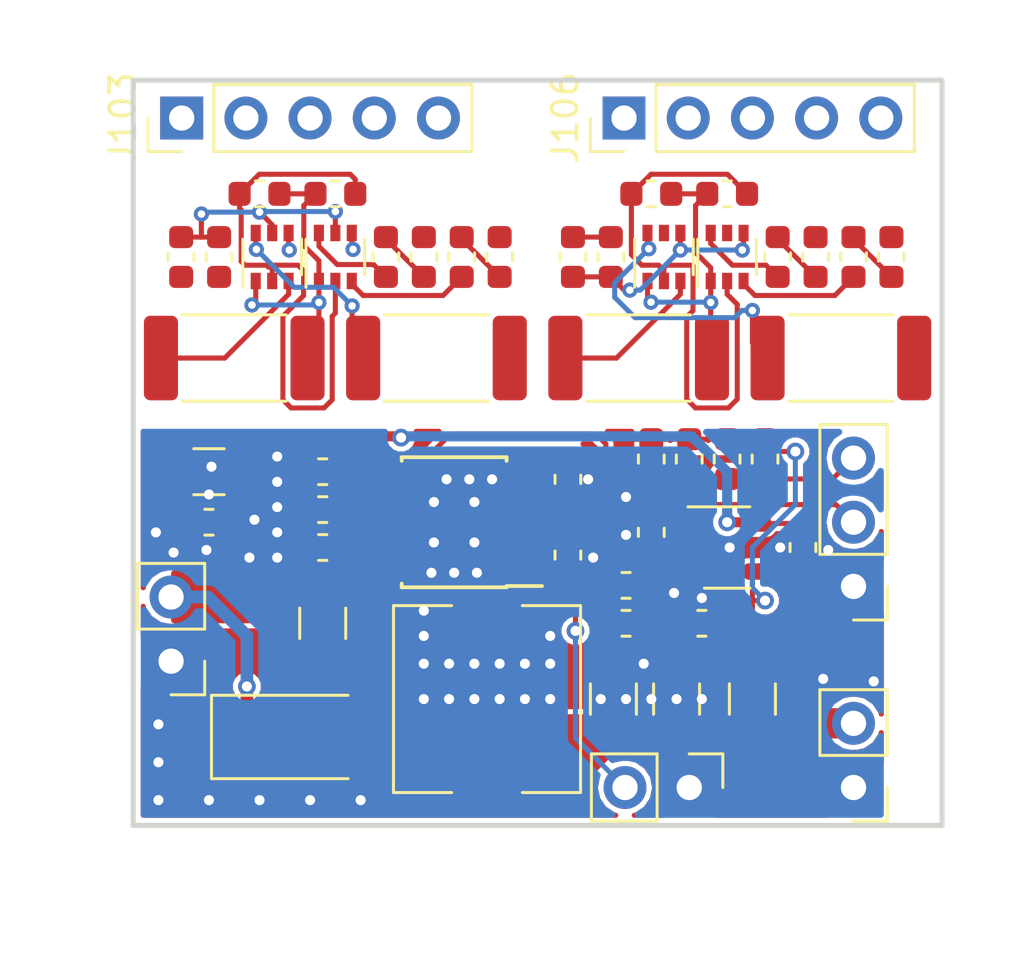
<source format=kicad_pcb>
(kicad_pcb (version 20171130) (host pcbnew 5.0.2-bee76a0~70~ubuntu16.04.1)

  (general
    (thickness 1.6)
    (drawings 4)
    (tracks 332)
    (zones 0)
    (modules 54)
    (nets 40)
  )

  (page A4)
  (layers
    (0 F.Cu signal)
    (31 B.Cu signal)
    (32 B.Adhes user)
    (33 F.Adhes user)
    (34 B.Paste user)
    (35 F.Paste user)
    (36 B.SilkS user)
    (37 F.SilkS user)
    (38 B.Mask user)
    (39 F.Mask user)
    (40 Dwgs.User user)
    (41 Cmts.User user)
    (42 Eco1.User user)
    (43 Eco2.User user)
    (44 Edge.Cuts user)
    (45 Margin user)
    (46 B.CrtYd user)
    (47 F.CrtYd user)
    (48 B.Fab user)
    (49 F.Fab user)
  )

  (setup
    (last_trace_width 0.2)
    (trace_clearance 0.2)
    (zone_clearance 0.2)
    (zone_45_only no)
    (trace_min 0.2)
    (segment_width 0.2)
    (edge_width 0.15)
    (via_size 0.7)
    (via_drill 0.4)
    (via_min_size 0.4)
    (via_min_drill 0.3)
    (user_via 0.6 0.3)
    (uvia_size 0.3)
    (uvia_drill 0.1)
    (uvias_allowed no)
    (uvia_min_size 0.2)
    (uvia_min_drill 0.1)
    (pcb_text_width 0.3)
    (pcb_text_size 1.5 1.5)
    (mod_edge_width 0.15)
    (mod_text_size 1 1)
    (mod_text_width 0.15)
    (pad_size 1.524 1.524)
    (pad_drill 0.762)
    (pad_to_mask_clearance 0.08)
    (solder_mask_min_width 0.08)
    (aux_axis_origin 135.5 116.5)
    (grid_origin 135.5 116.5)
    (visible_elements FFFFFF7F)
    (pcbplotparams
      (layerselection 0x010fc_ffffffff)
      (usegerberextensions false)
      (usegerberattributes false)
      (usegerberadvancedattributes false)
      (creategerberjobfile false)
      (excludeedgelayer true)
      (linewidth 0.100000)
      (plotframeref false)
      (viasonmask false)
      (mode 1)
      (useauxorigin false)
      (hpglpennumber 1)
      (hpglpenspeed 20)
      (hpglpendiameter 15.000000)
      (psnegative false)
      (psa4output false)
      (plotreference true)
      (plotvalue true)
      (plotinvisibletext false)
      (padsonsilk false)
      (subtractmaskfromsilk true)
      (outputformat 1)
      (mirror false)
      (drillshape 0)
      (scaleselection 1)
      (outputdirectory "gerbers/"))
  )

  (net 0 "")
  (net 1 /VOUT)
  (net 2 GND)
  (net 3 /SW)
  (net 4 /VIN)
  (net 5 "Net-(R101-Pad2)")
  (net 6 /IMEAS)
  (net 7 /VMEAS)
  (net 8 /CHG_OUT)
  (net 9 "Net-(C105-Pad2)")
  (net 10 /FB)
  (net 11 /VSET)
  (net 12 "Net-(R103-Pad1)")
  (net 13 "Net-(C102-Pad2)")
  (net 14 /BOOT)
  (net 15 /COMP)
  (net 16 "Net-(Q102-Pad3)")
  (net 17 /CELL1)
  (net 18 /CELL2)
  (net 19 "Net-(Q102-Pad6)")
  (net 20 "Net-(Q101-Pad3)")
  (net 21 /CELL3)
  (net 22 /CELL4)
  (net 23 "Net-(Q101-Pad6)")
  (net 24 /CELL1_G)
  (net 25 /CELL2_G)
  (net 26 /CELL3_G)
  (net 27 /CELL4_G)
  (net 28 "Net-(C113-Pad1)")
  (net 29 /DRIVE1)
  (net 30 /DRIVE2)
  (net 31 "Net-(C112-Pad1)")
  (net 32 "Net-(C111-Pad1)")
  (net 33 /DRIVE3)
  (net 34 /DRIVE4)
  (net 35 "Net-(C110-Pad1)")
  (net 36 "Net-(C111-Pad2)")
  (net 37 "Net-(C110-Pad2)")
  (net 38 "Net-(C112-Pad2)")
  (net 39 "Net-(C113-Pad2)")

  (net_class Default "This is the default net class."
    (clearance 0.2)
    (trace_width 0.2)
    (via_dia 0.7)
    (via_drill 0.4)
    (uvia_dia 0.3)
    (uvia_drill 0.1)
    (diff_pair_gap 0.2)
    (diff_pair_width 0.2)
    (add_net /BOOT)
    (add_net /CELL1)
    (add_net /CELL1_G)
    (add_net /CELL2)
    (add_net /CELL2_G)
    (add_net /CELL3)
    (add_net /CELL3_G)
    (add_net /CELL4)
    (add_net /CELL4_G)
    (add_net /CHG_OUT)
    (add_net /COMP)
    (add_net /DRIVE1)
    (add_net /DRIVE2)
    (add_net /DRIVE3)
    (add_net /DRIVE4)
    (add_net /FB)
    (add_net /IMEAS)
    (add_net /SW)
    (add_net /VIN)
    (add_net /VMEAS)
    (add_net /VOUT)
    (add_net /VSET)
    (add_net GND)
    (add_net "Net-(C102-Pad2)")
    (add_net "Net-(C105-Pad2)")
    (add_net "Net-(C110-Pad1)")
    (add_net "Net-(C110-Pad2)")
    (add_net "Net-(C111-Pad1)")
    (add_net "Net-(C111-Pad2)")
    (add_net "Net-(C112-Pad1)")
    (add_net "Net-(C112-Pad2)")
    (add_net "Net-(C113-Pad1)")
    (add_net "Net-(C113-Pad2)")
    (add_net "Net-(Q101-Pad3)")
    (add_net "Net-(Q101-Pad6)")
    (add_net "Net-(Q102-Pad3)")
    (add_net "Net-(Q102-Pad6)")
    (add_net "Net-(R101-Pad2)")
    (add_net "Net-(R103-Pad1)")
  )

  (module Package_TO_SOT_SMD:SOT-363_SC-70-6 (layer F.Cu) (tedit 5C111942) (tstamp 5C1CF690)
    (at 141 94 90)
    (descr "SOT-363, SC-70-6")
    (tags "SOT-363 SC-70-6")
    (path /5C140680)
    (attr smd)
    (fp_text reference Q102 (at 0 -2 90) (layer F.SilkS) hide
      (effects (font (size 1 1) (thickness 0.15)))
    )
    (fp_text value PMGD280UN,115 (at 0 2 270) (layer F.Fab)
      (effects (font (size 1 1) (thickness 0.15)))
    )
    (fp_line (start -0.175 -1.1) (end -0.675 -0.6) (layer F.Fab) (width 0.1))
    (fp_line (start 0.675 1.1) (end -0.675 1.1) (layer F.Fab) (width 0.1))
    (fp_line (start 0.675 -1.1) (end 0.675 1.1) (layer F.Fab) (width 0.1))
    (fp_line (start -1.6 1.4) (end 1.6 1.4) (layer F.CrtYd) (width 0.05))
    (fp_line (start -0.675 -0.6) (end -0.675 1.1) (layer F.Fab) (width 0.1))
    (fp_line (start 0.675 -1.1) (end -0.175 -1.1) (layer F.Fab) (width 0.1))
    (fp_line (start -1.6 -1.4) (end 1.6 -1.4) (layer F.CrtYd) (width 0.05))
    (fp_line (start -1.6 -1.4) (end -1.6 1.4) (layer F.CrtYd) (width 0.05))
    (fp_line (start 1.6 1.4) (end 1.6 -1.4) (layer F.CrtYd) (width 0.05))
    (fp_line (start -0.7 1.16) (end 0.7 1.16) (layer F.SilkS) (width 0.12))
    (fp_line (start 0.7 -1.16) (end -1.2 -1.16) (layer F.SilkS) (width 0.12))
    (fp_text user %R (at 0 0 180) (layer F.Fab)
      (effects (font (size 0.5 0.5) (thickness 0.075)))
    )
    (pad 6 smd rect (at 0.95 -0.65 90) (size 0.65 0.4) (layers F.Cu F.Paste F.Mask)
      (net 19 "Net-(Q102-Pad6)"))
    (pad 4 smd rect (at 0.95 0.65 90) (size 0.65 0.4) (layers F.Cu F.Paste F.Mask)
      (net 2 GND))
    (pad 2 smd rect (at -0.95 0 90) (size 0.65 0.4) (layers F.Cu F.Paste F.Mask)
      (net 25 /CELL2_G))
    (pad 5 smd rect (at 0.95 0 90) (size 0.65 0.4) (layers F.Cu F.Paste F.Mask)
      (net 24 /CELL1_G))
    (pad 3 smd rect (at -0.95 0.65 90) (size 0.65 0.4) (layers F.Cu F.Paste F.Mask)
      (net 16 "Net-(Q102-Pad3)"))
    (pad 1 smd rect (at -0.95 -0.65 90) (size 0.65 0.4) (layers F.Cu F.Paste F.Mask)
      (net 17 /CELL1))
    (model ${KISYS3DMOD}/Package_TO_SOT_SMD.3dshapes/SOT-363_SC-70-6.wrl
      (at (xyz 0 0 0))
      (scale (xyz 1 1 1))
      (rotate (xyz 0 0 0))
    )
  )

  (module Capacitor_SMD:C_0603_1608Metric (layer F.Cu) (tedit 5C11193F) (tstamp 5C1CF9B4)
    (at 137.4 94 90)
    (descr "Capacitor SMD 0603 (1608 Metric), square (rectangular) end terminal, IPC_7351 nominal, (Body size source: http://www.tortai-tech.com/upload/download/2011102023233369053.pdf), generated with kicad-footprint-generator")
    (tags capacitor)
    (path /5C141B08)
    (attr smd)
    (fp_text reference C117 (at 0 -1.43 90) (layer F.SilkS) hide
      (effects (font (size 1 1) (thickness 0.15)))
    )
    (fp_text value 0.1u (at 0 1.43 90) (layer F.Fab)
      (effects (font (size 1 1) (thickness 0.15)))
    )
    (fp_text user %R (at 0 0 90) (layer F.Fab)
      (effects (font (size 0.4 0.4) (thickness 0.06)))
    )
    (fp_line (start 1.48 0.73) (end -1.48 0.73) (layer F.CrtYd) (width 0.05))
    (fp_line (start 1.48 -0.73) (end 1.48 0.73) (layer F.CrtYd) (width 0.05))
    (fp_line (start -1.48 -0.73) (end 1.48 -0.73) (layer F.CrtYd) (width 0.05))
    (fp_line (start -1.48 0.73) (end -1.48 -0.73) (layer F.CrtYd) (width 0.05))
    (fp_line (start -0.162779 0.51) (end 0.162779 0.51) (layer F.SilkS) (width 0.12))
    (fp_line (start -0.162779 -0.51) (end 0.162779 -0.51) (layer F.SilkS) (width 0.12))
    (fp_line (start 0.8 0.4) (end -0.8 0.4) (layer F.Fab) (width 0.1))
    (fp_line (start 0.8 -0.4) (end 0.8 0.4) (layer F.Fab) (width 0.1))
    (fp_line (start -0.8 -0.4) (end 0.8 -0.4) (layer F.Fab) (width 0.1))
    (fp_line (start -0.8 0.4) (end -0.8 -0.4) (layer F.Fab) (width 0.1))
    (pad 2 smd roundrect (at 0.7875 0 90) (size 0.875 0.95) (layers F.Cu F.Paste F.Mask) (roundrect_rratio 0.25)
      (net 24 /CELL1_G))
    (pad 1 smd roundrect (at -0.7875 0 90) (size 0.875 0.95) (layers F.Cu F.Paste F.Mask) (roundrect_rratio 0.25)
      (net 2 GND))
    (model ${KISYS3DMOD}/Capacitor_SMD.3dshapes/C_0603_1608Metric.wrl
      (at (xyz 0 0 0))
      (scale (xyz 1 1 1))
      (rotate (xyz 0 0 0))
    )
  )

  (module Capacitor_SMD:C_0603_1608Metric (layer F.Cu) (tedit 5C111935) (tstamp 5C1CF9A3)
    (at 140.5 91.5 180)
    (descr "Capacitor SMD 0603 (1608 Metric), square (rectangular) end terminal, IPC_7351 nominal, (Body size source: http://www.tortai-tech.com/upload/download/2011102023233369053.pdf), generated with kicad-footprint-generator")
    (tags capacitor)
    (path /5C153012)
    (attr smd)
    (fp_text reference C116 (at 0 -1.43 180) (layer F.SilkS) hide
      (effects (font (size 1 1) (thickness 0.15)))
    )
    (fp_text value 0.1u (at 0 1.43 180) (layer F.Fab)
      (effects (font (size 1 1) (thickness 0.15)))
    )
    (fp_line (start -0.8 0.4) (end -0.8 -0.4) (layer F.Fab) (width 0.1))
    (fp_line (start -0.8 -0.4) (end 0.8 -0.4) (layer F.Fab) (width 0.1))
    (fp_line (start 0.8 -0.4) (end 0.8 0.4) (layer F.Fab) (width 0.1))
    (fp_line (start 0.8 0.4) (end -0.8 0.4) (layer F.Fab) (width 0.1))
    (fp_line (start -0.162779 -0.51) (end 0.162779 -0.51) (layer F.SilkS) (width 0.12))
    (fp_line (start -0.162779 0.51) (end 0.162779 0.51) (layer F.SilkS) (width 0.12))
    (fp_line (start -1.48 0.73) (end -1.48 -0.73) (layer F.CrtYd) (width 0.05))
    (fp_line (start -1.48 -0.73) (end 1.48 -0.73) (layer F.CrtYd) (width 0.05))
    (fp_line (start 1.48 -0.73) (end 1.48 0.73) (layer F.CrtYd) (width 0.05))
    (fp_line (start 1.48 0.73) (end -1.48 0.73) (layer F.CrtYd) (width 0.05))
    (fp_text user %R (at 0 0 180) (layer F.Fab)
      (effects (font (size 0.4 0.4) (thickness 0.06)))
    )
    (pad 1 smd roundrect (at -0.7875 0 180) (size 0.875 0.95) (layers F.Cu F.Paste F.Mask) (roundrect_rratio 0.25)
      (net 17 /CELL1))
    (pad 2 smd roundrect (at 0.7875 0 180) (size 0.875 0.95) (layers F.Cu F.Paste F.Mask) (roundrect_rratio 0.25)
      (net 25 /CELL2_G))
    (model ${KISYS3DMOD}/Capacitor_SMD.3dshapes/C_0603_1608Metric.wrl
      (at (xyz 0 0 0))
      (scale (xyz 1 1 1))
      (rotate (xyz 0 0 0))
    )
  )

  (module Capacitor_SMD:C_0603_1608Metric (layer F.Cu) (tedit 5C111A05) (tstamp 5C1CF992)
    (at 152.9 94 90)
    (descr "Capacitor SMD 0603 (1608 Metric), square (rectangular) end terminal, IPC_7351 nominal, (Body size source: http://www.tortai-tech.com/upload/download/2011102023233369053.pdf), generated with kicad-footprint-generator")
    (tags capacitor)
    (path /5C15510E)
    (attr smd)
    (fp_text reference C115 (at 0 -1.43 90) (layer F.SilkS) hide
      (effects (font (size 1 1) (thickness 0.15)))
    )
    (fp_text value 0.1u (at 0 1.43 90) (layer F.Fab)
      (effects (font (size 1 1) (thickness 0.15)))
    )
    (fp_text user %R (at 0 0 90) (layer F.Fab)
      (effects (font (size 0.4 0.4) (thickness 0.06)))
    )
    (fp_line (start 1.48 0.73) (end -1.48 0.73) (layer F.CrtYd) (width 0.05))
    (fp_line (start 1.48 -0.73) (end 1.48 0.73) (layer F.CrtYd) (width 0.05))
    (fp_line (start -1.48 -0.73) (end 1.48 -0.73) (layer F.CrtYd) (width 0.05))
    (fp_line (start -1.48 0.73) (end -1.48 -0.73) (layer F.CrtYd) (width 0.05))
    (fp_line (start -0.162779 0.51) (end 0.162779 0.51) (layer F.SilkS) (width 0.12))
    (fp_line (start -0.162779 -0.51) (end 0.162779 -0.51) (layer F.SilkS) (width 0.12))
    (fp_line (start 0.8 0.4) (end -0.8 0.4) (layer F.Fab) (width 0.1))
    (fp_line (start 0.8 -0.4) (end 0.8 0.4) (layer F.Fab) (width 0.1))
    (fp_line (start -0.8 -0.4) (end 0.8 -0.4) (layer F.Fab) (width 0.1))
    (fp_line (start -0.8 0.4) (end -0.8 -0.4) (layer F.Fab) (width 0.1))
    (pad 2 smd roundrect (at 0.7875 0 90) (size 0.875 0.95) (layers F.Cu F.Paste F.Mask) (roundrect_rratio 0.25)
      (net 26 /CELL3_G))
    (pad 1 smd roundrect (at -0.7875 0 90) (size 0.875 0.95) (layers F.Cu F.Paste F.Mask) (roundrect_rratio 0.25)
      (net 18 /CELL2))
    (model ${KISYS3DMOD}/Capacitor_SMD.3dshapes/C_0603_1608Metric.wrl
      (at (xyz 0 0 0))
      (scale (xyz 1 1 1))
      (rotate (xyz 0 0 0))
    )
  )

  (module Capacitor_SMD:C_0603_1608Metric (layer F.Cu) (tedit 5C111A0A) (tstamp 5C1CF981)
    (at 156 91.5 180)
    (descr "Capacitor SMD 0603 (1608 Metric), square (rectangular) end terminal, IPC_7351 nominal, (Body size source: http://www.tortai-tech.com/upload/download/2011102023233369053.pdf), generated with kicad-footprint-generator")
    (tags capacitor)
    (path /5C15A7D2)
    (attr smd)
    (fp_text reference C114 (at 0 -1.43 180) (layer F.SilkS) hide
      (effects (font (size 1 1) (thickness 0.15)))
    )
    (fp_text value 0.1u (at 0 1.43 180) (layer F.Fab)
      (effects (font (size 1 1) (thickness 0.15)))
    )
    (fp_line (start -0.8 0.4) (end -0.8 -0.4) (layer F.Fab) (width 0.1))
    (fp_line (start -0.8 -0.4) (end 0.8 -0.4) (layer F.Fab) (width 0.1))
    (fp_line (start 0.8 -0.4) (end 0.8 0.4) (layer F.Fab) (width 0.1))
    (fp_line (start 0.8 0.4) (end -0.8 0.4) (layer F.Fab) (width 0.1))
    (fp_line (start -0.162779 -0.51) (end 0.162779 -0.51) (layer F.SilkS) (width 0.12))
    (fp_line (start -0.162779 0.51) (end 0.162779 0.51) (layer F.SilkS) (width 0.12))
    (fp_line (start -1.48 0.73) (end -1.48 -0.73) (layer F.CrtYd) (width 0.05))
    (fp_line (start -1.48 -0.73) (end 1.48 -0.73) (layer F.CrtYd) (width 0.05))
    (fp_line (start 1.48 -0.73) (end 1.48 0.73) (layer F.CrtYd) (width 0.05))
    (fp_line (start 1.48 0.73) (end -1.48 0.73) (layer F.CrtYd) (width 0.05))
    (fp_text user %R (at 0 0 180) (layer F.Fab)
      (effects (font (size 0.4 0.4) (thickness 0.06)))
    )
    (pad 1 smd roundrect (at -0.7875 0 180) (size 0.875 0.95) (layers F.Cu F.Paste F.Mask) (roundrect_rratio 0.25)
      (net 21 /CELL3))
    (pad 2 smd roundrect (at 0.7875 0 180) (size 0.875 0.95) (layers F.Cu F.Paste F.Mask) (roundrect_rratio 0.25)
      (net 27 /CELL4_G))
    (model ${KISYS3DMOD}/Capacitor_SMD.3dshapes/C_0603_1608Metric.wrl
      (at (xyz 0 0 0))
      (scale (xyz 1 1 1))
      (rotate (xyz 0 0 0))
    )
  )

  (module Capacitor_SMD:C_0603_1608Metric (layer F.Cu) (tedit 5C111924) (tstamp 5C1CF970)
    (at 148.5 94 270)
    (descr "Capacitor SMD 0603 (1608 Metric), square (rectangular) end terminal, IPC_7351 nominal, (Body size source: http://www.tortai-tech.com/upload/download/2011102023233369053.pdf), generated with kicad-footprint-generator")
    (tags capacitor)
    (path /5C145617)
    (attr smd)
    (fp_text reference C113 (at 0 -1.43 270) (layer F.SilkS) hide
      (effects (font (size 1 1) (thickness 0.15)))
    )
    (fp_text value 0.1u (at 0 1.43 270) (layer F.Fab)
      (effects (font (size 1 1) (thickness 0.15)))
    )
    (fp_text user %R (at 0 0 270) (layer F.Fab)
      (effects (font (size 0.4 0.4) (thickness 0.06)))
    )
    (fp_line (start 1.48 0.73) (end -1.48 0.73) (layer F.CrtYd) (width 0.05))
    (fp_line (start 1.48 -0.73) (end 1.48 0.73) (layer F.CrtYd) (width 0.05))
    (fp_line (start -1.48 -0.73) (end 1.48 -0.73) (layer F.CrtYd) (width 0.05))
    (fp_line (start -1.48 0.73) (end -1.48 -0.73) (layer F.CrtYd) (width 0.05))
    (fp_line (start -0.162779 0.51) (end 0.162779 0.51) (layer F.SilkS) (width 0.12))
    (fp_line (start -0.162779 -0.51) (end 0.162779 -0.51) (layer F.SilkS) (width 0.12))
    (fp_line (start 0.8 0.4) (end -0.8 0.4) (layer F.Fab) (width 0.1))
    (fp_line (start 0.8 -0.4) (end 0.8 0.4) (layer F.Fab) (width 0.1))
    (fp_line (start -0.8 -0.4) (end 0.8 -0.4) (layer F.Fab) (width 0.1))
    (fp_line (start -0.8 0.4) (end -0.8 -0.4) (layer F.Fab) (width 0.1))
    (pad 2 smd roundrect (at 0.7875 0 270) (size 0.875 0.95) (layers F.Cu F.Paste F.Mask) (roundrect_rratio 0.25)
      (net 39 "Net-(C113-Pad2)"))
    (pad 1 smd roundrect (at -0.7875 0 270) (size 0.875 0.95) (layers F.Cu F.Paste F.Mask) (roundrect_rratio 0.25)
      (net 28 "Net-(C113-Pad1)"))
    (model ${KISYS3DMOD}/Capacitor_SMD.3dshapes/C_0603_1608Metric.wrl
      (at (xyz 0 0 0))
      (scale (xyz 1 1 1))
      (rotate (xyz 0 0 0))
    )
  )

  (module Capacitor_SMD:C_0603_1608Metric (layer F.Cu) (tedit 5C111929) (tstamp 5C1CF95F)
    (at 145.5 94 270)
    (descr "Capacitor SMD 0603 (1608 Metric), square (rectangular) end terminal, IPC_7351 nominal, (Body size source: http://www.tortai-tech.com/upload/download/2011102023233369053.pdf), generated with kicad-footprint-generator")
    (tags capacitor)
    (path /5C144694)
    (attr smd)
    (fp_text reference C112 (at 0 -1.43 270) (layer F.SilkS) hide
      (effects (font (size 1 1) (thickness 0.15)))
    )
    (fp_text value 0.1u (at 0 1.43 270) (layer F.Fab)
      (effects (font (size 1 1) (thickness 0.15)))
    )
    (fp_line (start -0.8 0.4) (end -0.8 -0.4) (layer F.Fab) (width 0.1))
    (fp_line (start -0.8 -0.4) (end 0.8 -0.4) (layer F.Fab) (width 0.1))
    (fp_line (start 0.8 -0.4) (end 0.8 0.4) (layer F.Fab) (width 0.1))
    (fp_line (start 0.8 0.4) (end -0.8 0.4) (layer F.Fab) (width 0.1))
    (fp_line (start -0.162779 -0.51) (end 0.162779 -0.51) (layer F.SilkS) (width 0.12))
    (fp_line (start -0.162779 0.51) (end 0.162779 0.51) (layer F.SilkS) (width 0.12))
    (fp_line (start -1.48 0.73) (end -1.48 -0.73) (layer F.CrtYd) (width 0.05))
    (fp_line (start -1.48 -0.73) (end 1.48 -0.73) (layer F.CrtYd) (width 0.05))
    (fp_line (start 1.48 -0.73) (end 1.48 0.73) (layer F.CrtYd) (width 0.05))
    (fp_line (start 1.48 0.73) (end -1.48 0.73) (layer F.CrtYd) (width 0.05))
    (fp_text user %R (at 0 0 270) (layer F.Fab)
      (effects (font (size 0.4 0.4) (thickness 0.06)))
    )
    (pad 1 smd roundrect (at -0.7875 0 270) (size 0.875 0.95) (layers F.Cu F.Paste F.Mask) (roundrect_rratio 0.25)
      (net 31 "Net-(C112-Pad1)"))
    (pad 2 smd roundrect (at 0.7875 0 270) (size 0.875 0.95) (layers F.Cu F.Paste F.Mask) (roundrect_rratio 0.25)
      (net 38 "Net-(C112-Pad2)"))
    (model ${KISYS3DMOD}/Capacitor_SMD.3dshapes/C_0603_1608Metric.wrl
      (at (xyz 0 0 0))
      (scale (xyz 1 1 1))
      (rotate (xyz 0 0 0))
    )
  )

  (module Capacitor_SMD:C_0603_1608Metric (layer F.Cu) (tedit 5C1119F5) (tstamp 5C1CF94E)
    (at 164 94 270)
    (descr "Capacitor SMD 0603 (1608 Metric), square (rectangular) end terminal, IPC_7351 nominal, (Body size source: http://www.tortai-tech.com/upload/download/2011102023233369053.pdf), generated with kicad-footprint-generator")
    (tags capacitor)
    (path /5C1436F7)
    (attr smd)
    (fp_text reference C111 (at 0 -1.43 270) (layer F.SilkS) hide
      (effects (font (size 1 1) (thickness 0.15)))
    )
    (fp_text value 0.1u (at 0 1.43 270) (layer F.Fab)
      (effects (font (size 1 1) (thickness 0.15)))
    )
    (fp_text user %R (at 0 0 270) (layer F.Fab)
      (effects (font (size 0.4 0.4) (thickness 0.06)))
    )
    (fp_line (start 1.48 0.73) (end -1.48 0.73) (layer F.CrtYd) (width 0.05))
    (fp_line (start 1.48 -0.73) (end 1.48 0.73) (layer F.CrtYd) (width 0.05))
    (fp_line (start -1.48 -0.73) (end 1.48 -0.73) (layer F.CrtYd) (width 0.05))
    (fp_line (start -1.48 0.73) (end -1.48 -0.73) (layer F.CrtYd) (width 0.05))
    (fp_line (start -0.162779 0.51) (end 0.162779 0.51) (layer F.SilkS) (width 0.12))
    (fp_line (start -0.162779 -0.51) (end 0.162779 -0.51) (layer F.SilkS) (width 0.12))
    (fp_line (start 0.8 0.4) (end -0.8 0.4) (layer F.Fab) (width 0.1))
    (fp_line (start 0.8 -0.4) (end 0.8 0.4) (layer F.Fab) (width 0.1))
    (fp_line (start -0.8 -0.4) (end 0.8 -0.4) (layer F.Fab) (width 0.1))
    (fp_line (start -0.8 0.4) (end -0.8 -0.4) (layer F.Fab) (width 0.1))
    (pad 2 smd roundrect (at 0.7875 0 270) (size 0.875 0.95) (layers F.Cu F.Paste F.Mask) (roundrect_rratio 0.25)
      (net 36 "Net-(C111-Pad2)"))
    (pad 1 smd roundrect (at -0.7875 0 270) (size 0.875 0.95) (layers F.Cu F.Paste F.Mask) (roundrect_rratio 0.25)
      (net 32 "Net-(C111-Pad1)"))
    (model ${KISYS3DMOD}/Capacitor_SMD.3dshapes/C_0603_1608Metric.wrl
      (at (xyz 0 0 0))
      (scale (xyz 1 1 1))
      (rotate (xyz 0 0 0))
    )
  )

  (module Capacitor_SMD:C_0603_1608Metric (layer F.Cu) (tedit 5C1119FB) (tstamp 5C1CF93D)
    (at 161 94 270)
    (descr "Capacitor SMD 0603 (1608 Metric), square (rectangular) end terminal, IPC_7351 nominal, (Body size source: http://www.tortai-tech.com/upload/download/2011102023233369053.pdf), generated with kicad-footprint-generator")
    (tags capacitor)
    (path /5C1432C8)
    (attr smd)
    (fp_text reference C110 (at 0 -1.43 270) (layer F.SilkS) hide
      (effects (font (size 1 1) (thickness 0.15)))
    )
    (fp_text value 0.1u (at 0 1.43 270) (layer F.Fab)
      (effects (font (size 1 1) (thickness 0.15)))
    )
    (fp_line (start -0.8 0.4) (end -0.8 -0.4) (layer F.Fab) (width 0.1))
    (fp_line (start -0.8 -0.4) (end 0.8 -0.4) (layer F.Fab) (width 0.1))
    (fp_line (start 0.8 -0.4) (end 0.8 0.4) (layer F.Fab) (width 0.1))
    (fp_line (start 0.8 0.4) (end -0.8 0.4) (layer F.Fab) (width 0.1))
    (fp_line (start -0.162779 -0.51) (end 0.162779 -0.51) (layer F.SilkS) (width 0.12))
    (fp_line (start -0.162779 0.51) (end 0.162779 0.51) (layer F.SilkS) (width 0.12))
    (fp_line (start -1.48 0.73) (end -1.48 -0.73) (layer F.CrtYd) (width 0.05))
    (fp_line (start -1.48 -0.73) (end 1.48 -0.73) (layer F.CrtYd) (width 0.05))
    (fp_line (start 1.48 -0.73) (end 1.48 0.73) (layer F.CrtYd) (width 0.05))
    (fp_line (start 1.48 0.73) (end -1.48 0.73) (layer F.CrtYd) (width 0.05))
    (fp_text user %R (at 0 0 270) (layer F.Fab)
      (effects (font (size 0.4 0.4) (thickness 0.06)))
    )
    (pad 1 smd roundrect (at -0.7875 0 270) (size 0.875 0.95) (layers F.Cu F.Paste F.Mask) (roundrect_rratio 0.25)
      (net 35 "Net-(C110-Pad1)"))
    (pad 2 smd roundrect (at 0.7875 0 270) (size 0.875 0.95) (layers F.Cu F.Paste F.Mask) (roundrect_rratio 0.25)
      (net 37 "Net-(C110-Pad2)"))
    (model ${KISYS3DMOD}/Capacitor_SMD.3dshapes/C_0603_1608Metric.wrl
      (at (xyz 0 0 0))
      (scale (xyz 1 1 1))
      (rotate (xyz 0 0 0))
    )
  )

  (module Connector_PinHeader_2.54mm:PinHeader_1x05_P2.54mm_Vertical (layer F.Cu) (tedit 59FED5CC) (tstamp 5C1CF762)
    (at 137.42 88.5 90)
    (descr "Through hole straight pin header, 1x05, 2.54mm pitch, single row")
    (tags "Through hole pin header THT 1x05 2.54mm single row")
    (path /5C141F59)
    (fp_text reference J103 (at 0 -2.33 90) (layer F.SilkS)
      (effects (font (size 1 1) (thickness 0.15)))
    )
    (fp_text value Conn_01x05 (at 0 12.49 90) (layer F.Fab)
      (effects (font (size 1 1) (thickness 0.15)))
    )
    (fp_text user %R (at 0 5.08 180) (layer F.Fab)
      (effects (font (size 1 1) (thickness 0.15)))
    )
    (fp_line (start 1.8 -1.8) (end -1.8 -1.8) (layer F.CrtYd) (width 0.05))
    (fp_line (start 1.8 11.95) (end 1.8 -1.8) (layer F.CrtYd) (width 0.05))
    (fp_line (start -1.8 11.95) (end 1.8 11.95) (layer F.CrtYd) (width 0.05))
    (fp_line (start -1.8 -1.8) (end -1.8 11.95) (layer F.CrtYd) (width 0.05))
    (fp_line (start -1.33 -1.33) (end 0 -1.33) (layer F.SilkS) (width 0.12))
    (fp_line (start -1.33 0) (end -1.33 -1.33) (layer F.SilkS) (width 0.12))
    (fp_line (start -1.33 1.27) (end 1.33 1.27) (layer F.SilkS) (width 0.12))
    (fp_line (start 1.33 1.27) (end 1.33 11.49) (layer F.SilkS) (width 0.12))
    (fp_line (start -1.33 1.27) (end -1.33 11.49) (layer F.SilkS) (width 0.12))
    (fp_line (start -1.33 11.49) (end 1.33 11.49) (layer F.SilkS) (width 0.12))
    (fp_line (start -1.27 -0.635) (end -0.635 -1.27) (layer F.Fab) (width 0.1))
    (fp_line (start -1.27 11.43) (end -1.27 -0.635) (layer F.Fab) (width 0.1))
    (fp_line (start 1.27 11.43) (end -1.27 11.43) (layer F.Fab) (width 0.1))
    (fp_line (start 1.27 -1.27) (end 1.27 11.43) (layer F.Fab) (width 0.1))
    (fp_line (start -0.635 -1.27) (end 1.27 -1.27) (layer F.Fab) (width 0.1))
    (pad 5 thru_hole oval (at 0 10.16 90) (size 1.7 1.7) (drill 1) (layers *.Cu *.Mask)
      (net 34 /DRIVE4))
    (pad 4 thru_hole oval (at 0 7.62 90) (size 1.7 1.7) (drill 1) (layers *.Cu *.Mask)
      (net 33 /DRIVE3))
    (pad 3 thru_hole oval (at 0 5.08 90) (size 1.7 1.7) (drill 1) (layers *.Cu *.Mask)
      (net 30 /DRIVE2))
    (pad 2 thru_hole oval (at 0 2.54 90) (size 1.7 1.7) (drill 1) (layers *.Cu *.Mask)
      (net 29 /DRIVE1))
    (pad 1 thru_hole rect (at 0 0 90) (size 1.7 1.7) (drill 1) (layers *.Cu *.Mask)
      (net 2 GND))
    (model ${KISYS3DMOD}/Connector_PinHeader_2.54mm.3dshapes/PinHeader_1x05_P2.54mm_Vertical.wrl
      (at (xyz 0 0 0))
      (scale (xyz 1 1 1))
      (rotate (xyz 0 0 0))
    )
  )

  (module Connector_PinHeader_2.54mm:PinHeader_1x05_P2.54mm_Vertical (layer F.Cu) (tedit 59FED5CC) (tstamp 5C1CF749)
    (at 154.92 88.5 90)
    (descr "Through hole straight pin header, 1x05, 2.54mm pitch, single row")
    (tags "Through hole pin header THT 1x05 2.54mm single row")
    (path /5C141ED3)
    (fp_text reference J106 (at 0 -2.33 90) (layer F.SilkS)
      (effects (font (size 1 1) (thickness 0.15)))
    )
    (fp_text value Conn_01x05 (at 0 12.49 90) (layer F.Fab)
      (effects (font (size 1 1) (thickness 0.15)))
    )
    (fp_line (start -0.635 -1.27) (end 1.27 -1.27) (layer F.Fab) (width 0.1))
    (fp_line (start 1.27 -1.27) (end 1.27 11.43) (layer F.Fab) (width 0.1))
    (fp_line (start 1.27 11.43) (end -1.27 11.43) (layer F.Fab) (width 0.1))
    (fp_line (start -1.27 11.43) (end -1.27 -0.635) (layer F.Fab) (width 0.1))
    (fp_line (start -1.27 -0.635) (end -0.635 -1.27) (layer F.Fab) (width 0.1))
    (fp_line (start -1.33 11.49) (end 1.33 11.49) (layer F.SilkS) (width 0.12))
    (fp_line (start -1.33 1.27) (end -1.33 11.49) (layer F.SilkS) (width 0.12))
    (fp_line (start 1.33 1.27) (end 1.33 11.49) (layer F.SilkS) (width 0.12))
    (fp_line (start -1.33 1.27) (end 1.33 1.27) (layer F.SilkS) (width 0.12))
    (fp_line (start -1.33 0) (end -1.33 -1.33) (layer F.SilkS) (width 0.12))
    (fp_line (start -1.33 -1.33) (end 0 -1.33) (layer F.SilkS) (width 0.12))
    (fp_line (start -1.8 -1.8) (end -1.8 11.95) (layer F.CrtYd) (width 0.05))
    (fp_line (start -1.8 11.95) (end 1.8 11.95) (layer F.CrtYd) (width 0.05))
    (fp_line (start 1.8 11.95) (end 1.8 -1.8) (layer F.CrtYd) (width 0.05))
    (fp_line (start 1.8 -1.8) (end -1.8 -1.8) (layer F.CrtYd) (width 0.05))
    (fp_text user %R (at 0 5.08 180) (layer F.Fab)
      (effects (font (size 1 1) (thickness 0.15)))
    )
    (pad 1 thru_hole rect (at 0 0 90) (size 1.7 1.7) (drill 1) (layers *.Cu *.Mask)
      (net 2 GND))
    (pad 2 thru_hole oval (at 0 2.54 90) (size 1.7 1.7) (drill 1) (layers *.Cu *.Mask)
      (net 17 /CELL1))
    (pad 3 thru_hole oval (at 0 5.08 90) (size 1.7 1.7) (drill 1) (layers *.Cu *.Mask)
      (net 18 /CELL2))
    (pad 4 thru_hole oval (at 0 7.62 90) (size 1.7 1.7) (drill 1) (layers *.Cu *.Mask)
      (net 21 /CELL3))
    (pad 5 thru_hole oval (at 0 10.16 90) (size 1.7 1.7) (drill 1) (layers *.Cu *.Mask)
      (net 22 /CELL4))
    (model ${KISYS3DMOD}/Connector_PinHeader_2.54mm.3dshapes/PinHeader_1x05_P2.54mm_Vertical.wrl
      (at (xyz 0 0 0))
      (scale (xyz 1 1 1))
      (rotate (xyz 0 0 0))
    )
  )

  (module Package_TO_SOT_SMD:SOT-363_SC-70-6 (layer F.Cu) (tedit 5C111A0D) (tstamp 5C1CF67A)
    (at 156.5 94 90)
    (descr "SOT-363, SC-70-6")
    (tags "SOT-363 SC-70-6")
    (path /5C1402B8)
    (attr smd)
    (fp_text reference Q101 (at 0 -2 90) (layer F.SilkS) hide
      (effects (font (size 1 1) (thickness 0.15)))
    )
    (fp_text value PMGD280UN,115 (at 0 2 270) (layer F.Fab)
      (effects (font (size 1 1) (thickness 0.15)))
    )
    (fp_text user %R (at 0 0 180) (layer F.Fab)
      (effects (font (size 0.5 0.5) (thickness 0.075)))
    )
    (fp_line (start 0.7 -1.16) (end -1.2 -1.16) (layer F.SilkS) (width 0.12))
    (fp_line (start -0.7 1.16) (end 0.7 1.16) (layer F.SilkS) (width 0.12))
    (fp_line (start 1.6 1.4) (end 1.6 -1.4) (layer F.CrtYd) (width 0.05))
    (fp_line (start -1.6 -1.4) (end -1.6 1.4) (layer F.CrtYd) (width 0.05))
    (fp_line (start -1.6 -1.4) (end 1.6 -1.4) (layer F.CrtYd) (width 0.05))
    (fp_line (start 0.675 -1.1) (end -0.175 -1.1) (layer F.Fab) (width 0.1))
    (fp_line (start -0.675 -0.6) (end -0.675 1.1) (layer F.Fab) (width 0.1))
    (fp_line (start -1.6 1.4) (end 1.6 1.4) (layer F.CrtYd) (width 0.05))
    (fp_line (start 0.675 -1.1) (end 0.675 1.1) (layer F.Fab) (width 0.1))
    (fp_line (start 0.675 1.1) (end -0.675 1.1) (layer F.Fab) (width 0.1))
    (fp_line (start -0.175 -1.1) (end -0.675 -0.6) (layer F.Fab) (width 0.1))
    (pad 1 smd rect (at -0.95 -0.65 90) (size 0.65 0.4) (layers F.Cu F.Paste F.Mask)
      (net 21 /CELL3))
    (pad 3 smd rect (at -0.95 0.65 90) (size 0.65 0.4) (layers F.Cu F.Paste F.Mask)
      (net 20 "Net-(Q101-Pad3)"))
    (pad 5 smd rect (at 0.95 0 90) (size 0.65 0.4) (layers F.Cu F.Paste F.Mask)
      (net 26 /CELL3_G))
    (pad 2 smd rect (at -0.95 0 90) (size 0.65 0.4) (layers F.Cu F.Paste F.Mask)
      (net 27 /CELL4_G))
    (pad 4 smd rect (at 0.95 0.65 90) (size 0.65 0.4) (layers F.Cu F.Paste F.Mask)
      (net 18 /CELL2))
    (pad 6 smd rect (at 0.95 -0.65 90) (size 0.65 0.4) (layers F.Cu F.Paste F.Mask)
      (net 23 "Net-(Q101-Pad6)"))
    (model ${KISYS3DMOD}/Package_TO_SOT_SMD.3dshapes/SOT-363_SC-70-6.wrl
      (at (xyz 0 0 0))
      (scale (xyz 1 1 1))
      (rotate (xyz 0 0 0))
    )
  )

  (module Package_TO_SOT_SMD:SOT-363_SC-70-6 (layer F.Cu) (tedit 5C111938) (tstamp 5C1CF664)
    (at 143.5 94 90)
    (descr "SOT-363, SC-70-6")
    (tags "SOT-363 SC-70-6")
    (path /5C13716E)
    (attr smd)
    (fp_text reference D103 (at 0 -2 90) (layer F.SilkS) hide
      (effects (font (size 1 1) (thickness 0.15)))
    )
    (fp_text value BAT54SDW (at 0 2 270) (layer F.Fab)
      (effects (font (size 1 1) (thickness 0.15)))
    )
    (fp_line (start -0.175 -1.1) (end -0.675 -0.6) (layer F.Fab) (width 0.1))
    (fp_line (start 0.675 1.1) (end -0.675 1.1) (layer F.Fab) (width 0.1))
    (fp_line (start 0.675 -1.1) (end 0.675 1.1) (layer F.Fab) (width 0.1))
    (fp_line (start -1.6 1.4) (end 1.6 1.4) (layer F.CrtYd) (width 0.05))
    (fp_line (start -0.675 -0.6) (end -0.675 1.1) (layer F.Fab) (width 0.1))
    (fp_line (start 0.675 -1.1) (end -0.175 -1.1) (layer F.Fab) (width 0.1))
    (fp_line (start -1.6 -1.4) (end 1.6 -1.4) (layer F.CrtYd) (width 0.05))
    (fp_line (start -1.6 -1.4) (end -1.6 1.4) (layer F.CrtYd) (width 0.05))
    (fp_line (start 1.6 1.4) (end 1.6 -1.4) (layer F.CrtYd) (width 0.05))
    (fp_line (start -0.7 1.16) (end 0.7 1.16) (layer F.SilkS) (width 0.12))
    (fp_line (start 0.7 -1.16) (end -1.2 -1.16) (layer F.SilkS) (width 0.12))
    (fp_text user %R (at 0 0 180) (layer F.Fab)
      (effects (font (size 0.5 0.5) (thickness 0.075)))
    )
    (pad 6 smd rect (at 0.95 -0.65 90) (size 0.65 0.4) (layers F.Cu F.Paste F.Mask)
      (net 38 "Net-(C112-Pad2)"))
    (pad 4 smd rect (at 0.95 0.65 90) (size 0.65 0.4) (layers F.Cu F.Paste F.Mask)
      (net 2 GND))
    (pad 2 smd rect (at -0.95 0 90) (size 0.65 0.4) (layers F.Cu F.Paste F.Mask)
      (net 25 /CELL2_G))
    (pad 5 smd rect (at 0.95 0 90) (size 0.65 0.4) (layers F.Cu F.Paste F.Mask)
      (net 24 /CELL1_G))
    (pad 3 smd rect (at -0.95 0.65 90) (size 0.65 0.4) (layers F.Cu F.Paste F.Mask)
      (net 39 "Net-(C113-Pad2)"))
    (pad 1 smd rect (at -0.95 -0.65 90) (size 0.65 0.4) (layers F.Cu F.Paste F.Mask)
      (net 17 /CELL1))
    (model ${KISYS3DMOD}/Package_TO_SOT_SMD.3dshapes/SOT-363_SC-70-6.wrl
      (at (xyz 0 0 0))
      (scale (xyz 1 1 1))
      (rotate (xyz 0 0 0))
    )
  )

  (module Package_TO_SOT_SMD:SOT-363_SC-70-6 (layer F.Cu) (tedit 5C111A07) (tstamp 5C1CF64E)
    (at 159 94 90)
    (descr "SOT-363, SC-70-6")
    (tags "SOT-363 SC-70-6")
    (path /5C13657D)
    (attr smd)
    (fp_text reference D102 (at 0 -2 90) (layer F.SilkS) hide
      (effects (font (size 1 1) (thickness 0.15)))
    )
    (fp_text value BAT54SDW (at 0 2 270) (layer F.Fab)
      (effects (font (size 1 1) (thickness 0.15)))
    )
    (fp_text user %R (at 0 0 180) (layer F.Fab)
      (effects (font (size 0.5 0.5) (thickness 0.075)))
    )
    (fp_line (start 0.7 -1.16) (end -1.2 -1.16) (layer F.SilkS) (width 0.12))
    (fp_line (start -0.7 1.16) (end 0.7 1.16) (layer F.SilkS) (width 0.12))
    (fp_line (start 1.6 1.4) (end 1.6 -1.4) (layer F.CrtYd) (width 0.05))
    (fp_line (start -1.6 -1.4) (end -1.6 1.4) (layer F.CrtYd) (width 0.05))
    (fp_line (start -1.6 -1.4) (end 1.6 -1.4) (layer F.CrtYd) (width 0.05))
    (fp_line (start 0.675 -1.1) (end -0.175 -1.1) (layer F.Fab) (width 0.1))
    (fp_line (start -0.675 -0.6) (end -0.675 1.1) (layer F.Fab) (width 0.1))
    (fp_line (start -1.6 1.4) (end 1.6 1.4) (layer F.CrtYd) (width 0.05))
    (fp_line (start 0.675 -1.1) (end 0.675 1.1) (layer F.Fab) (width 0.1))
    (fp_line (start 0.675 1.1) (end -0.675 1.1) (layer F.Fab) (width 0.1))
    (fp_line (start -0.175 -1.1) (end -0.675 -0.6) (layer F.Fab) (width 0.1))
    (pad 1 smd rect (at -0.95 -0.65 90) (size 0.65 0.4) (layers F.Cu F.Paste F.Mask)
      (net 21 /CELL3))
    (pad 3 smd rect (at -0.95 0.65 90) (size 0.65 0.4) (layers F.Cu F.Paste F.Mask)
      (net 36 "Net-(C111-Pad2)"))
    (pad 5 smd rect (at 0.95 0 90) (size 0.65 0.4) (layers F.Cu F.Paste F.Mask)
      (net 26 /CELL3_G))
    (pad 2 smd rect (at -0.95 0 90) (size 0.65 0.4) (layers F.Cu F.Paste F.Mask)
      (net 27 /CELL4_G))
    (pad 4 smd rect (at 0.95 0.65 90) (size 0.65 0.4) (layers F.Cu F.Paste F.Mask)
      (net 18 /CELL2))
    (pad 6 smd rect (at 0.95 -0.65 90) (size 0.65 0.4) (layers F.Cu F.Paste F.Mask)
      (net 37 "Net-(C110-Pad2)"))
    (model ${KISYS3DMOD}/Package_TO_SOT_SMD.3dshapes/SOT-363_SC-70-6.wrl
      (at (xyz 0 0 0))
      (scale (xyz 1 1 1))
      (rotate (xyz 0 0 0))
    )
  )

  (module Resistor_SMD:R_0603_1608Metric (layer F.Cu) (tedit 5C1119FE) (tstamp 5C1CF638)
    (at 162.5 94 90)
    (descr "Resistor SMD 0603 (1608 Metric), square (rectangular) end terminal, IPC_7351 nominal, (Body size source: http://www.tortai-tech.com/upload/download/2011102023233369053.pdf), generated with kicad-footprint-generator")
    (tags resistor)
    (path /5C143171)
    (attr smd)
    (fp_text reference R112 (at 0 -1.43 90) (layer F.SilkS) hide
      (effects (font (size 1 1) (thickness 0.15)))
    )
    (fp_text value 100 (at 0 1.43 90) (layer F.Fab)
      (effects (font (size 1 1) (thickness 0.15)))
    )
    (fp_text user %R (at 0 0 90) (layer F.Fab)
      (effects (font (size 0.4 0.4) (thickness 0.06)))
    )
    (fp_line (start 1.48 0.73) (end -1.48 0.73) (layer F.CrtYd) (width 0.05))
    (fp_line (start 1.48 -0.73) (end 1.48 0.73) (layer F.CrtYd) (width 0.05))
    (fp_line (start -1.48 -0.73) (end 1.48 -0.73) (layer F.CrtYd) (width 0.05))
    (fp_line (start -1.48 0.73) (end -1.48 -0.73) (layer F.CrtYd) (width 0.05))
    (fp_line (start -0.162779 0.51) (end 0.162779 0.51) (layer F.SilkS) (width 0.12))
    (fp_line (start -0.162779 -0.51) (end 0.162779 -0.51) (layer F.SilkS) (width 0.12))
    (fp_line (start 0.8 0.4) (end -0.8 0.4) (layer F.Fab) (width 0.1))
    (fp_line (start 0.8 -0.4) (end 0.8 0.4) (layer F.Fab) (width 0.1))
    (fp_line (start -0.8 -0.4) (end 0.8 -0.4) (layer F.Fab) (width 0.1))
    (fp_line (start -0.8 0.4) (end -0.8 -0.4) (layer F.Fab) (width 0.1))
    (pad 2 smd roundrect (at 0.7875 0 90) (size 0.875 0.95) (layers F.Cu F.Paste F.Mask) (roundrect_rratio 0.25)
      (net 34 /DRIVE4))
    (pad 1 smd roundrect (at -0.7875 0 90) (size 0.875 0.95) (layers F.Cu F.Paste F.Mask) (roundrect_rratio 0.25)
      (net 35 "Net-(C110-Pad1)"))
    (model ${KISYS3DMOD}/Resistor_SMD.3dshapes/R_0603_1608Metric.wrl
      (at (xyz 0 0 0))
      (scale (xyz 1 1 1))
      (rotate (xyz 0 0 0))
    )
  )

  (module Resistor_SMD:R_0603_1608Metric (layer F.Cu) (tedit 5C1119F8) (tstamp 5C1CF507)
    (at 165.5 94 90)
    (descr "Resistor SMD 0603 (1608 Metric), square (rectangular) end terminal, IPC_7351 nominal, (Body size source: http://www.tortai-tech.com/upload/download/2011102023233369053.pdf), generated with kicad-footprint-generator")
    (tags resistor)
    (path /5C1436F0)
    (attr smd)
    (fp_text reference R113 (at 0 -1.43 90) (layer F.SilkS) hide
      (effects (font (size 1 1) (thickness 0.15)))
    )
    (fp_text value 100 (at 0 1.43 90) (layer F.Fab)
      (effects (font (size 1 1) (thickness 0.15)))
    )
    (fp_line (start -0.8 0.4) (end -0.8 -0.4) (layer F.Fab) (width 0.1))
    (fp_line (start -0.8 -0.4) (end 0.8 -0.4) (layer F.Fab) (width 0.1))
    (fp_line (start 0.8 -0.4) (end 0.8 0.4) (layer F.Fab) (width 0.1))
    (fp_line (start 0.8 0.4) (end -0.8 0.4) (layer F.Fab) (width 0.1))
    (fp_line (start -0.162779 -0.51) (end 0.162779 -0.51) (layer F.SilkS) (width 0.12))
    (fp_line (start -0.162779 0.51) (end 0.162779 0.51) (layer F.SilkS) (width 0.12))
    (fp_line (start -1.48 0.73) (end -1.48 -0.73) (layer F.CrtYd) (width 0.05))
    (fp_line (start -1.48 -0.73) (end 1.48 -0.73) (layer F.CrtYd) (width 0.05))
    (fp_line (start 1.48 -0.73) (end 1.48 0.73) (layer F.CrtYd) (width 0.05))
    (fp_line (start 1.48 0.73) (end -1.48 0.73) (layer F.CrtYd) (width 0.05))
    (fp_text user %R (at 0 0 90) (layer F.Fab)
      (effects (font (size 0.4 0.4) (thickness 0.06)))
    )
    (pad 1 smd roundrect (at -0.7875 0 90) (size 0.875 0.95) (layers F.Cu F.Paste F.Mask) (roundrect_rratio 0.25)
      (net 32 "Net-(C111-Pad1)"))
    (pad 2 smd roundrect (at 0.7875 0 90) (size 0.875 0.95) (layers F.Cu F.Paste F.Mask) (roundrect_rratio 0.25)
      (net 33 /DRIVE3))
    (model ${KISYS3DMOD}/Resistor_SMD.3dshapes/R_0603_1608Metric.wrl
      (at (xyz 0 0 0))
      (scale (xyz 1 1 1))
      (rotate (xyz 0 0 0))
    )
  )

  (module Resistor_SMD:R_0603_1608Metric (layer F.Cu) (tedit 5C11192E) (tstamp 5C1CF4F6)
    (at 147 94 90)
    (descr "Resistor SMD 0603 (1608 Metric), square (rectangular) end terminal, IPC_7351 nominal, (Body size source: http://www.tortai-tech.com/upload/download/2011102023233369053.pdf), generated with kicad-footprint-generator")
    (tags resistor)
    (path /5C14468D)
    (attr smd)
    (fp_text reference R114 (at 0 -1.43 90) (layer F.SilkS) hide
      (effects (font (size 1 1) (thickness 0.15)))
    )
    (fp_text value 100 (at 0 1.43 90) (layer F.Fab)
      (effects (font (size 1 1) (thickness 0.15)))
    )
    (fp_text user %R (at 0 0 90) (layer F.Fab)
      (effects (font (size 0.4 0.4) (thickness 0.06)))
    )
    (fp_line (start 1.48 0.73) (end -1.48 0.73) (layer F.CrtYd) (width 0.05))
    (fp_line (start 1.48 -0.73) (end 1.48 0.73) (layer F.CrtYd) (width 0.05))
    (fp_line (start -1.48 -0.73) (end 1.48 -0.73) (layer F.CrtYd) (width 0.05))
    (fp_line (start -1.48 0.73) (end -1.48 -0.73) (layer F.CrtYd) (width 0.05))
    (fp_line (start -0.162779 0.51) (end 0.162779 0.51) (layer F.SilkS) (width 0.12))
    (fp_line (start -0.162779 -0.51) (end 0.162779 -0.51) (layer F.SilkS) (width 0.12))
    (fp_line (start 0.8 0.4) (end -0.8 0.4) (layer F.Fab) (width 0.1))
    (fp_line (start 0.8 -0.4) (end 0.8 0.4) (layer F.Fab) (width 0.1))
    (fp_line (start -0.8 -0.4) (end 0.8 -0.4) (layer F.Fab) (width 0.1))
    (fp_line (start -0.8 0.4) (end -0.8 -0.4) (layer F.Fab) (width 0.1))
    (pad 2 smd roundrect (at 0.7875 0 90) (size 0.875 0.95) (layers F.Cu F.Paste F.Mask) (roundrect_rratio 0.25)
      (net 30 /DRIVE2))
    (pad 1 smd roundrect (at -0.7875 0 90) (size 0.875 0.95) (layers F.Cu F.Paste F.Mask) (roundrect_rratio 0.25)
      (net 31 "Net-(C112-Pad1)"))
    (model ${KISYS3DMOD}/Resistor_SMD.3dshapes/R_0603_1608Metric.wrl
      (at (xyz 0 0 0))
      (scale (xyz 1 1 1))
      (rotate (xyz 0 0 0))
    )
  )

  (module Resistor_SMD:R_0603_1608Metric (layer F.Cu) (tedit 5C111926) (tstamp 5C1CF4E5)
    (at 150 94 90)
    (descr "Resistor SMD 0603 (1608 Metric), square (rectangular) end terminal, IPC_7351 nominal, (Body size source: http://www.tortai-tech.com/upload/download/2011102023233369053.pdf), generated with kicad-footprint-generator")
    (tags resistor)
    (path /5C145610)
    (attr smd)
    (fp_text reference R115 (at 0 -1.43 90) (layer F.SilkS) hide
      (effects (font (size 1 1) (thickness 0.15)))
    )
    (fp_text value 100 (at 0 1.43 90) (layer F.Fab)
      (effects (font (size 1 1) (thickness 0.15)))
    )
    (fp_line (start -0.8 0.4) (end -0.8 -0.4) (layer F.Fab) (width 0.1))
    (fp_line (start -0.8 -0.4) (end 0.8 -0.4) (layer F.Fab) (width 0.1))
    (fp_line (start 0.8 -0.4) (end 0.8 0.4) (layer F.Fab) (width 0.1))
    (fp_line (start 0.8 0.4) (end -0.8 0.4) (layer F.Fab) (width 0.1))
    (fp_line (start -0.162779 -0.51) (end 0.162779 -0.51) (layer F.SilkS) (width 0.12))
    (fp_line (start -0.162779 0.51) (end 0.162779 0.51) (layer F.SilkS) (width 0.12))
    (fp_line (start -1.48 0.73) (end -1.48 -0.73) (layer F.CrtYd) (width 0.05))
    (fp_line (start -1.48 -0.73) (end 1.48 -0.73) (layer F.CrtYd) (width 0.05))
    (fp_line (start 1.48 -0.73) (end 1.48 0.73) (layer F.CrtYd) (width 0.05))
    (fp_line (start 1.48 0.73) (end -1.48 0.73) (layer F.CrtYd) (width 0.05))
    (fp_text user %R (at 0 0 90) (layer F.Fab)
      (effects (font (size 0.4 0.4) (thickness 0.06)))
    )
    (pad 1 smd roundrect (at -0.7875 0 90) (size 0.875 0.95) (layers F.Cu F.Paste F.Mask) (roundrect_rratio 0.25)
      (net 28 "Net-(C113-Pad1)"))
    (pad 2 smd roundrect (at 0.7875 0 90) (size 0.875 0.95) (layers F.Cu F.Paste F.Mask) (roundrect_rratio 0.25)
      (net 29 /DRIVE1))
    (model ${KISYS3DMOD}/Resistor_SMD.3dshapes/R_0603_1608Metric.wrl
      (at (xyz 0 0 0))
      (scale (xyz 1 1 1))
      (rotate (xyz 0 0 0))
    )
  )

  (module Resistor_SMD:R_0603_1608Metric (layer F.Cu) (tedit 5C111A01) (tstamp 5C1CF4D4)
    (at 159 91.5 180)
    (descr "Resistor SMD 0603 (1608 Metric), square (rectangular) end terminal, IPC_7351 nominal, (Body size source: http://www.tortai-tech.com/upload/download/2011102023233369053.pdf), generated with kicad-footprint-generator")
    (tags resistor)
    (path /5C15A7CB)
    (attr smd)
    (fp_text reference R116 (at 0 -1.43 180) (layer F.SilkS) hide
      (effects (font (size 1 1) (thickness 0.15)))
    )
    (fp_text value 100k (at 0 1.43 180) (layer F.Fab)
      (effects (font (size 1 1) (thickness 0.15)))
    )
    (fp_text user %R (at 0 0 180) (layer F.Fab)
      (effects (font (size 0.4 0.4) (thickness 0.06)))
    )
    (fp_line (start 1.48 0.73) (end -1.48 0.73) (layer F.CrtYd) (width 0.05))
    (fp_line (start 1.48 -0.73) (end 1.48 0.73) (layer F.CrtYd) (width 0.05))
    (fp_line (start -1.48 -0.73) (end 1.48 -0.73) (layer F.CrtYd) (width 0.05))
    (fp_line (start -1.48 0.73) (end -1.48 -0.73) (layer F.CrtYd) (width 0.05))
    (fp_line (start -0.162779 0.51) (end 0.162779 0.51) (layer F.SilkS) (width 0.12))
    (fp_line (start -0.162779 -0.51) (end 0.162779 -0.51) (layer F.SilkS) (width 0.12))
    (fp_line (start 0.8 0.4) (end -0.8 0.4) (layer F.Fab) (width 0.1))
    (fp_line (start 0.8 -0.4) (end 0.8 0.4) (layer F.Fab) (width 0.1))
    (fp_line (start -0.8 -0.4) (end 0.8 -0.4) (layer F.Fab) (width 0.1))
    (fp_line (start -0.8 0.4) (end -0.8 -0.4) (layer F.Fab) (width 0.1))
    (pad 2 smd roundrect (at 0.7875 0 180) (size 0.875 0.95) (layers F.Cu F.Paste F.Mask) (roundrect_rratio 0.25)
      (net 21 /CELL3))
    (pad 1 smd roundrect (at -0.7875 0 180) (size 0.875 0.95) (layers F.Cu F.Paste F.Mask) (roundrect_rratio 0.25)
      (net 27 /CELL4_G))
    (model ${KISYS3DMOD}/Resistor_SMD.3dshapes/R_0603_1608Metric.wrl
      (at (xyz 0 0 0))
      (scale (xyz 1 1 1))
      (rotate (xyz 0 0 0))
    )
  )

  (module Resistor_SMD:R_0603_1608Metric (layer F.Cu) (tedit 5C111A10) (tstamp 5C1CF4C3)
    (at 154.4 94 270)
    (descr "Resistor SMD 0603 (1608 Metric), square (rectangular) end terminal, IPC_7351 nominal, (Body size source: http://www.tortai-tech.com/upload/download/2011102023233369053.pdf), generated with kicad-footprint-generator")
    (tags resistor)
    (path /5C155107)
    (attr smd)
    (fp_text reference R117 (at 0 -1.43 270) (layer F.SilkS) hide
      (effects (font (size 1 1) (thickness 0.15)))
    )
    (fp_text value 100k (at 0 1.43 270) (layer F.Fab)
      (effects (font (size 1 1) (thickness 0.15)))
    )
    (fp_line (start -0.8 0.4) (end -0.8 -0.4) (layer F.Fab) (width 0.1))
    (fp_line (start -0.8 -0.4) (end 0.8 -0.4) (layer F.Fab) (width 0.1))
    (fp_line (start 0.8 -0.4) (end 0.8 0.4) (layer F.Fab) (width 0.1))
    (fp_line (start 0.8 0.4) (end -0.8 0.4) (layer F.Fab) (width 0.1))
    (fp_line (start -0.162779 -0.51) (end 0.162779 -0.51) (layer F.SilkS) (width 0.12))
    (fp_line (start -0.162779 0.51) (end 0.162779 0.51) (layer F.SilkS) (width 0.12))
    (fp_line (start -1.48 0.73) (end -1.48 -0.73) (layer F.CrtYd) (width 0.05))
    (fp_line (start -1.48 -0.73) (end 1.48 -0.73) (layer F.CrtYd) (width 0.05))
    (fp_line (start 1.48 -0.73) (end 1.48 0.73) (layer F.CrtYd) (width 0.05))
    (fp_line (start 1.48 0.73) (end -1.48 0.73) (layer F.CrtYd) (width 0.05))
    (fp_text user %R (at 0 0 270) (layer F.Fab)
      (effects (font (size 0.4 0.4) (thickness 0.06)))
    )
    (pad 1 smd roundrect (at -0.7875 0 270) (size 0.875 0.95) (layers F.Cu F.Paste F.Mask) (roundrect_rratio 0.25)
      (net 26 /CELL3_G))
    (pad 2 smd roundrect (at 0.7875 0 270) (size 0.875 0.95) (layers F.Cu F.Paste F.Mask) (roundrect_rratio 0.25)
      (net 18 /CELL2))
    (model ${KISYS3DMOD}/Resistor_SMD.3dshapes/R_0603_1608Metric.wrl
      (at (xyz 0 0 0))
      (scale (xyz 1 1 1))
      (rotate (xyz 0 0 0))
    )
  )

  (module Resistor_SMD:R_0603_1608Metric (layer F.Cu) (tedit 5C111931) (tstamp 5C1CF4B2)
    (at 143.5 91.5 180)
    (descr "Resistor SMD 0603 (1608 Metric), square (rectangular) end terminal, IPC_7351 nominal, (Body size source: http://www.tortai-tech.com/upload/download/2011102023233369053.pdf), generated with kicad-footprint-generator")
    (tags resistor)
    (path /5C15300B)
    (attr smd)
    (fp_text reference R118 (at 0 -1.43 180) (layer F.SilkS) hide
      (effects (font (size 1 1) (thickness 0.15)))
    )
    (fp_text value 100k (at 0 1.43 180) (layer F.Fab)
      (effects (font (size 1 1) (thickness 0.15)))
    )
    (fp_text user %R (at 0 0 180) (layer F.Fab)
      (effects (font (size 0.4 0.4) (thickness 0.06)))
    )
    (fp_line (start 1.48 0.73) (end -1.48 0.73) (layer F.CrtYd) (width 0.05))
    (fp_line (start 1.48 -0.73) (end 1.48 0.73) (layer F.CrtYd) (width 0.05))
    (fp_line (start -1.48 -0.73) (end 1.48 -0.73) (layer F.CrtYd) (width 0.05))
    (fp_line (start -1.48 0.73) (end -1.48 -0.73) (layer F.CrtYd) (width 0.05))
    (fp_line (start -0.162779 0.51) (end 0.162779 0.51) (layer F.SilkS) (width 0.12))
    (fp_line (start -0.162779 -0.51) (end 0.162779 -0.51) (layer F.SilkS) (width 0.12))
    (fp_line (start 0.8 0.4) (end -0.8 0.4) (layer F.Fab) (width 0.1))
    (fp_line (start 0.8 -0.4) (end 0.8 0.4) (layer F.Fab) (width 0.1))
    (fp_line (start -0.8 -0.4) (end 0.8 -0.4) (layer F.Fab) (width 0.1))
    (fp_line (start -0.8 0.4) (end -0.8 -0.4) (layer F.Fab) (width 0.1))
    (pad 2 smd roundrect (at 0.7875 0 180) (size 0.875 0.95) (layers F.Cu F.Paste F.Mask) (roundrect_rratio 0.25)
      (net 17 /CELL1))
    (pad 1 smd roundrect (at -0.7875 0 180) (size 0.875 0.95) (layers F.Cu F.Paste F.Mask) (roundrect_rratio 0.25)
      (net 25 /CELL2_G))
    (model ${KISYS3DMOD}/Resistor_SMD.3dshapes/R_0603_1608Metric.wrl
      (at (xyz 0 0 0))
      (scale (xyz 1 1 1))
      (rotate (xyz 0 0 0))
    )
  )

  (module Resistor_SMD:R_0603_1608Metric (layer F.Cu) (tedit 5C111946) (tstamp 5C1CF4A1)
    (at 138.9 94 270)
    (descr "Resistor SMD 0603 (1608 Metric), square (rectangular) end terminal, IPC_7351 nominal, (Body size source: http://www.tortai-tech.com/upload/download/2011102023233369053.pdf), generated with kicad-footprint-generator")
    (tags resistor)
    (path /5C141997)
    (attr smd)
    (fp_text reference R119 (at 0 -1.43 270) (layer F.SilkS) hide
      (effects (font (size 1 1) (thickness 0.15)))
    )
    (fp_text value 100k (at 0 1.43 270) (layer F.Fab)
      (effects (font (size 1 1) (thickness 0.15)))
    )
    (fp_line (start -0.8 0.4) (end -0.8 -0.4) (layer F.Fab) (width 0.1))
    (fp_line (start -0.8 -0.4) (end 0.8 -0.4) (layer F.Fab) (width 0.1))
    (fp_line (start 0.8 -0.4) (end 0.8 0.4) (layer F.Fab) (width 0.1))
    (fp_line (start 0.8 0.4) (end -0.8 0.4) (layer F.Fab) (width 0.1))
    (fp_line (start -0.162779 -0.51) (end 0.162779 -0.51) (layer F.SilkS) (width 0.12))
    (fp_line (start -0.162779 0.51) (end 0.162779 0.51) (layer F.SilkS) (width 0.12))
    (fp_line (start -1.48 0.73) (end -1.48 -0.73) (layer F.CrtYd) (width 0.05))
    (fp_line (start -1.48 -0.73) (end 1.48 -0.73) (layer F.CrtYd) (width 0.05))
    (fp_line (start 1.48 -0.73) (end 1.48 0.73) (layer F.CrtYd) (width 0.05))
    (fp_line (start 1.48 0.73) (end -1.48 0.73) (layer F.CrtYd) (width 0.05))
    (fp_text user %R (at 0 0 270) (layer F.Fab)
      (effects (font (size 0.4 0.4) (thickness 0.06)))
    )
    (pad 1 smd roundrect (at -0.7875 0 270) (size 0.875 0.95) (layers F.Cu F.Paste F.Mask) (roundrect_rratio 0.25)
      (net 24 /CELL1_G))
    (pad 2 smd roundrect (at 0.7875 0 270) (size 0.875 0.95) (layers F.Cu F.Paste F.Mask) (roundrect_rratio 0.25)
      (net 2 GND))
    (model ${KISYS3DMOD}/Resistor_SMD.3dshapes/R_0603_1608Metric.wrl
      (at (xyz 0 0 0))
      (scale (xyz 1 1 1))
      (rotate (xyz 0 0 0))
    )
  )

  (module Resistor_SMD:R_2512_6332Metric (layer F.Cu) (tedit 5C11191C) (tstamp 5C1CF450)
    (at 163.5 98)
    (descr "Resistor SMD 2512 (6332 Metric), square (rectangular) end terminal, IPC_7351 nominal, (Body size source: http://www.tortai-tech.com/upload/download/2011102023233369053.pdf), generated with kicad-footprint-generator")
    (tags resistor)
    (path /5C187338)
    (attr smd)
    (fp_text reference R120 (at 0 -2.62) (layer F.SilkS) hide
      (effects (font (size 1 1) (thickness 0.15)))
    )
    (fp_text value 33 (at 0 2.62) (layer F.Fab)
      (effects (font (size 1 1) (thickness 0.15)))
    )
    (fp_text user %R (at 0 0) (layer F.Fab)
      (effects (font (size 1 1) (thickness 0.15)))
    )
    (fp_line (start 3.82 1.92) (end -3.82 1.92) (layer F.CrtYd) (width 0.05))
    (fp_line (start 3.82 -1.92) (end 3.82 1.92) (layer F.CrtYd) (width 0.05))
    (fp_line (start -3.82 -1.92) (end 3.82 -1.92) (layer F.CrtYd) (width 0.05))
    (fp_line (start -3.82 1.92) (end -3.82 -1.92) (layer F.CrtYd) (width 0.05))
    (fp_line (start -2.052064 1.71) (end 2.052064 1.71) (layer F.SilkS) (width 0.12))
    (fp_line (start -2.052064 -1.71) (end 2.052064 -1.71) (layer F.SilkS) (width 0.12))
    (fp_line (start 3.15 1.6) (end -3.15 1.6) (layer F.Fab) (width 0.1))
    (fp_line (start 3.15 -1.6) (end 3.15 1.6) (layer F.Fab) (width 0.1))
    (fp_line (start -3.15 -1.6) (end 3.15 -1.6) (layer F.Fab) (width 0.1))
    (fp_line (start -3.15 1.6) (end -3.15 -1.6) (layer F.Fab) (width 0.1))
    (pad 2 smd roundrect (at 2.9 0) (size 1.35 3.35) (layers F.Cu F.Paste F.Mask) (roundrect_rratio 0.185185)
      (net 22 /CELL4))
    (pad 1 smd roundrect (at -2.9 0) (size 1.35 3.35) (layers F.Cu F.Paste F.Mask) (roundrect_rratio 0.185185)
      (net 23 "Net-(Q101-Pad6)"))
    (model ${KISYS3DMOD}/Resistor_SMD.3dshapes/R_2512_6332Metric.wrl
      (at (xyz 0 0 0))
      (scale (xyz 1 1 1))
      (rotate (xyz 0 0 0))
    )
  )

  (module Resistor_SMD:R_2512_6332Metric (layer F.Cu) (tedit 5C111921) (tstamp 5C1CF43F)
    (at 155.5 98)
    (descr "Resistor SMD 2512 (6332 Metric), square (rectangular) end terminal, IPC_7351 nominal, (Body size source: http://www.tortai-tech.com/upload/download/2011102023233369053.pdf), generated with kicad-footprint-generator")
    (tags resistor)
    (path /5C18728C)
    (attr smd)
    (fp_text reference R121 (at 0 -2.62) (layer F.SilkS) hide
      (effects (font (size 1 1) (thickness 0.15)))
    )
    (fp_text value 33 (at 0 2.62) (layer F.Fab)
      (effects (font (size 1 1) (thickness 0.15)))
    )
    (fp_line (start -3.15 1.6) (end -3.15 -1.6) (layer F.Fab) (width 0.1))
    (fp_line (start -3.15 -1.6) (end 3.15 -1.6) (layer F.Fab) (width 0.1))
    (fp_line (start 3.15 -1.6) (end 3.15 1.6) (layer F.Fab) (width 0.1))
    (fp_line (start 3.15 1.6) (end -3.15 1.6) (layer F.Fab) (width 0.1))
    (fp_line (start -2.052064 -1.71) (end 2.052064 -1.71) (layer F.SilkS) (width 0.12))
    (fp_line (start -2.052064 1.71) (end 2.052064 1.71) (layer F.SilkS) (width 0.12))
    (fp_line (start -3.82 1.92) (end -3.82 -1.92) (layer F.CrtYd) (width 0.05))
    (fp_line (start -3.82 -1.92) (end 3.82 -1.92) (layer F.CrtYd) (width 0.05))
    (fp_line (start 3.82 -1.92) (end 3.82 1.92) (layer F.CrtYd) (width 0.05))
    (fp_line (start 3.82 1.92) (end -3.82 1.92) (layer F.CrtYd) (width 0.05))
    (fp_text user %R (at 0 0) (layer F.Fab)
      (effects (font (size 1 1) (thickness 0.15)))
    )
    (pad 1 smd roundrect (at -2.9 0) (size 1.35 3.35) (layers F.Cu F.Paste F.Mask) (roundrect_rratio 0.185185)
      (net 20 "Net-(Q101-Pad3)"))
    (pad 2 smd roundrect (at 2.9 0) (size 1.35 3.35) (layers F.Cu F.Paste F.Mask) (roundrect_rratio 0.185185)
      (net 21 /CELL3))
    (model ${KISYS3DMOD}/Resistor_SMD.3dshapes/R_2512_6332Metric.wrl
      (at (xyz 0 0 0))
      (scale (xyz 1 1 1))
      (rotate (xyz 0 0 0))
    )
  )

  (module Resistor_SMD:R_2512_6332Metric (layer F.Cu) (tedit 5C11192B) (tstamp 5C1CF42E)
    (at 147.5 98)
    (descr "Resistor SMD 2512 (6332 Metric), square (rectangular) end terminal, IPC_7351 nominal, (Body size source: http://www.tortai-tech.com/upload/download/2011102023233369053.pdf), generated with kicad-footprint-generator")
    (tags resistor)
    (path /5C1871E6)
    (attr smd)
    (fp_text reference R122 (at 0 -2.62) (layer F.SilkS) hide
      (effects (font (size 1 1) (thickness 0.15)))
    )
    (fp_text value 33 (at 0 2.62) (layer F.Fab)
      (effects (font (size 1 1) (thickness 0.15)))
    )
    (fp_text user %R (at 0 0) (layer F.Fab)
      (effects (font (size 1 1) (thickness 0.15)))
    )
    (fp_line (start 3.82 1.92) (end -3.82 1.92) (layer F.CrtYd) (width 0.05))
    (fp_line (start 3.82 -1.92) (end 3.82 1.92) (layer F.CrtYd) (width 0.05))
    (fp_line (start -3.82 -1.92) (end 3.82 -1.92) (layer F.CrtYd) (width 0.05))
    (fp_line (start -3.82 1.92) (end -3.82 -1.92) (layer F.CrtYd) (width 0.05))
    (fp_line (start -2.052064 1.71) (end 2.052064 1.71) (layer F.SilkS) (width 0.12))
    (fp_line (start -2.052064 -1.71) (end 2.052064 -1.71) (layer F.SilkS) (width 0.12))
    (fp_line (start 3.15 1.6) (end -3.15 1.6) (layer F.Fab) (width 0.1))
    (fp_line (start 3.15 -1.6) (end 3.15 1.6) (layer F.Fab) (width 0.1))
    (fp_line (start -3.15 -1.6) (end 3.15 -1.6) (layer F.Fab) (width 0.1))
    (fp_line (start -3.15 1.6) (end -3.15 -1.6) (layer F.Fab) (width 0.1))
    (pad 2 smd roundrect (at 2.9 0) (size 1.35 3.35) (layers F.Cu F.Paste F.Mask) (roundrect_rratio 0.185185)
      (net 18 /CELL2))
    (pad 1 smd roundrect (at -2.9 0) (size 1.35 3.35) (layers F.Cu F.Paste F.Mask) (roundrect_rratio 0.185185)
      (net 19 "Net-(Q102-Pad6)"))
    (model ${KISYS3DMOD}/Resistor_SMD.3dshapes/R_2512_6332Metric.wrl
      (at (xyz 0 0 0))
      (scale (xyz 1 1 1))
      (rotate (xyz 0 0 0))
    )
  )

  (module Resistor_SMD:R_2512_6332Metric (layer F.Cu) (tedit 5C11193B) (tstamp 5C1CF41D)
    (at 139.5 98)
    (descr "Resistor SMD 2512 (6332 Metric), square (rectangular) end terminal, IPC_7351 nominal, (Body size source: http://www.tortai-tech.com/upload/download/2011102023233369053.pdf), generated with kicad-footprint-generator")
    (tags resistor)
    (path /5C182E21)
    (attr smd)
    (fp_text reference R123 (at 0 -2.62) (layer F.SilkS) hide
      (effects (font (size 1 1) (thickness 0.15)))
    )
    (fp_text value 33 (at 0 2.62) (layer F.Fab)
      (effects (font (size 1 1) (thickness 0.15)))
    )
    (fp_line (start -3.15 1.6) (end -3.15 -1.6) (layer F.Fab) (width 0.1))
    (fp_line (start -3.15 -1.6) (end 3.15 -1.6) (layer F.Fab) (width 0.1))
    (fp_line (start 3.15 -1.6) (end 3.15 1.6) (layer F.Fab) (width 0.1))
    (fp_line (start 3.15 1.6) (end -3.15 1.6) (layer F.Fab) (width 0.1))
    (fp_line (start -2.052064 -1.71) (end 2.052064 -1.71) (layer F.SilkS) (width 0.12))
    (fp_line (start -2.052064 1.71) (end 2.052064 1.71) (layer F.SilkS) (width 0.12))
    (fp_line (start -3.82 1.92) (end -3.82 -1.92) (layer F.CrtYd) (width 0.05))
    (fp_line (start -3.82 -1.92) (end 3.82 -1.92) (layer F.CrtYd) (width 0.05))
    (fp_line (start 3.82 -1.92) (end 3.82 1.92) (layer F.CrtYd) (width 0.05))
    (fp_line (start 3.82 1.92) (end -3.82 1.92) (layer F.CrtYd) (width 0.05))
    (fp_text user %R (at 0 0) (layer F.Fab)
      (effects (font (size 1 1) (thickness 0.15)))
    )
    (pad 1 smd roundrect (at -2.9 0) (size 1.35 3.35) (layers F.Cu F.Paste F.Mask) (roundrect_rratio 0.185185)
      (net 16 "Net-(Q102-Pad3)"))
    (pad 2 smd roundrect (at 2.9 0) (size 1.35 3.35) (layers F.Cu F.Paste F.Mask) (roundrect_rratio 0.185185)
      (net 17 /CELL1))
    (model ${KISYS3DMOD}/Resistor_SMD.3dshapes/R_2512_6332Metric.wrl
      (at (xyz 0 0 0))
      (scale (xyz 1 1 1))
      (rotate (xyz 0 0 0))
    )
  )

  (module Capacitor_SMD:C_0603_1608Metric (layer F.Cu) (tedit 5C10E7CD) (tstamp 5C1100D0)
    (at 143 104 180)
    (descr "Capacitor SMD 0603 (1608 Metric), square (rectangular) end terminal, IPC_7351 nominal, (Body size source: http://www.tortai-tech.com/upload/download/2011102023233369053.pdf), generated with kicad-footprint-generator")
    (tags capacitor)
    (path /5C11917A)
    (attr smd)
    (fp_text reference C102 (at 0 -1.43 180) (layer F.SilkS) hide
      (effects (font (size 1 1) (thickness 0.15)))
    )
    (fp_text value 2.7n (at 0 1.43 180) (layer F.Fab)
      (effects (font (size 1 1) (thickness 0.15)))
    )
    (fp_line (start -0.8 0.4) (end -0.8 -0.4) (layer F.Fab) (width 0.1))
    (fp_line (start -0.8 -0.4) (end 0.8 -0.4) (layer F.Fab) (width 0.1))
    (fp_line (start 0.8 -0.4) (end 0.8 0.4) (layer F.Fab) (width 0.1))
    (fp_line (start 0.8 0.4) (end -0.8 0.4) (layer F.Fab) (width 0.1))
    (fp_line (start -0.162779 -0.51) (end 0.162779 -0.51) (layer F.SilkS) (width 0.12))
    (fp_line (start -0.162779 0.51) (end 0.162779 0.51) (layer F.SilkS) (width 0.12))
    (fp_line (start -1.48 0.73) (end -1.48 -0.73) (layer F.CrtYd) (width 0.05))
    (fp_line (start -1.48 -0.73) (end 1.48 -0.73) (layer F.CrtYd) (width 0.05))
    (fp_line (start 1.48 -0.73) (end 1.48 0.73) (layer F.CrtYd) (width 0.05))
    (fp_line (start 1.48 0.73) (end -1.48 0.73) (layer F.CrtYd) (width 0.05))
    (fp_text user %R (at 0 0 180) (layer F.Fab)
      (effects (font (size 0.4 0.4) (thickness 0.06)))
    )
    (pad 1 smd roundrect (at -0.7875 0 180) (size 0.875 0.95) (layers F.Cu F.Paste F.Mask) (roundrect_rratio 0.25)
      (net 15 /COMP))
    (pad 2 smd roundrect (at 0.7875 0 180) (size 0.875 0.95) (layers F.Cu F.Paste F.Mask) (roundrect_rratio 0.25)
      (net 13 "Net-(C102-Pad2)"))
    (model ${KISYS3DMOD}/Capacitor_SMD.3dshapes/C_0603_1608Metric.wrl
      (at (xyz 0 0 0))
      (scale (xyz 1 1 1))
      (rotate (xyz 0 0 0))
    )
  )

  (module Capacitor_SMD:C_0603_1608Metric (layer F.Cu) (tedit 5C10E7E2) (tstamp 5C1100BF)
    (at 152.7 105.8 90)
    (descr "Capacitor SMD 0603 (1608 Metric), square (rectangular) end terminal, IPC_7351 nominal, (Body size source: http://www.tortai-tech.com/upload/download/2011102023233369053.pdf), generated with kicad-footprint-generator")
    (tags capacitor)
    (path /5BF56065)
    (attr smd)
    (fp_text reference C103 (at 0 -1.43 90) (layer F.SilkS) hide
      (effects (font (size 1 1) (thickness 0.15)))
    )
    (fp_text value 0.1u (at 0 1.43 90) (layer F.Fab)
      (effects (font (size 1 1) (thickness 0.15)))
    )
    (fp_text user %R (at 0 0 90) (layer F.Fab)
      (effects (font (size 0.4 0.4) (thickness 0.06)))
    )
    (fp_line (start 1.48 0.73) (end -1.48 0.73) (layer F.CrtYd) (width 0.05))
    (fp_line (start 1.48 -0.73) (end 1.48 0.73) (layer F.CrtYd) (width 0.05))
    (fp_line (start -1.48 -0.73) (end 1.48 -0.73) (layer F.CrtYd) (width 0.05))
    (fp_line (start -1.48 0.73) (end -1.48 -0.73) (layer F.CrtYd) (width 0.05))
    (fp_line (start -0.162779 0.51) (end 0.162779 0.51) (layer F.SilkS) (width 0.12))
    (fp_line (start -0.162779 -0.51) (end 0.162779 -0.51) (layer F.SilkS) (width 0.12))
    (fp_line (start 0.8 0.4) (end -0.8 0.4) (layer F.Fab) (width 0.1))
    (fp_line (start 0.8 -0.4) (end 0.8 0.4) (layer F.Fab) (width 0.1))
    (fp_line (start -0.8 -0.4) (end 0.8 -0.4) (layer F.Fab) (width 0.1))
    (fp_line (start -0.8 0.4) (end -0.8 -0.4) (layer F.Fab) (width 0.1))
    (pad 2 smd roundrect (at 0.7875 0 90) (size 0.875 0.95) (layers F.Cu F.Paste F.Mask) (roundrect_rratio 0.25)
      (net 14 /BOOT))
    (pad 1 smd roundrect (at -0.7875 0 90) (size 0.875 0.95) (layers F.Cu F.Paste F.Mask) (roundrect_rratio 0.25)
      (net 3 /SW))
    (model ${KISYS3DMOD}/Capacitor_SMD.3dshapes/C_0603_1608Metric.wrl
      (at (xyz 0 0 0))
      (scale (xyz 1 1 1))
      (rotate (xyz 0 0 0))
    )
  )

  (module Capacitor_SMD:C_0603_1608Metric (layer F.Cu) (tedit 5C10E808) (tstamp 5C1100AE)
    (at 162 105.5 90)
    (descr "Capacitor SMD 0603 (1608 Metric), square (rectangular) end terminal, IPC_7351 nominal, (Body size source: http://www.tortai-tech.com/upload/download/2011102023233369053.pdf), generated with kicad-footprint-generator")
    (tags capacitor)
    (path /5BEBD578)
    (attr smd)
    (fp_text reference C107 (at 0 -1.43 90) (layer F.SilkS) hide
      (effects (font (size 1 1) (thickness 0.15)))
    )
    (fp_text value 0.1u (at 0 1.43 90) (layer F.Fab)
      (effects (font (size 1 1) (thickness 0.15)))
    )
    (fp_line (start -0.8 0.4) (end -0.8 -0.4) (layer F.Fab) (width 0.1))
    (fp_line (start -0.8 -0.4) (end 0.8 -0.4) (layer F.Fab) (width 0.1))
    (fp_line (start 0.8 -0.4) (end 0.8 0.4) (layer F.Fab) (width 0.1))
    (fp_line (start 0.8 0.4) (end -0.8 0.4) (layer F.Fab) (width 0.1))
    (fp_line (start -0.162779 -0.51) (end 0.162779 -0.51) (layer F.SilkS) (width 0.12))
    (fp_line (start -0.162779 0.51) (end 0.162779 0.51) (layer F.SilkS) (width 0.12))
    (fp_line (start -1.48 0.73) (end -1.48 -0.73) (layer F.CrtYd) (width 0.05))
    (fp_line (start -1.48 -0.73) (end 1.48 -0.73) (layer F.CrtYd) (width 0.05))
    (fp_line (start 1.48 -0.73) (end 1.48 0.73) (layer F.CrtYd) (width 0.05))
    (fp_line (start 1.48 0.73) (end -1.48 0.73) (layer F.CrtYd) (width 0.05))
    (fp_text user %R (at 0 0 90) (layer F.Fab)
      (effects (font (size 0.4 0.4) (thickness 0.06)))
    )
    (pad 1 smd roundrect (at -0.7875 0 90) (size 0.875 0.95) (layers F.Cu F.Paste F.Mask) (roundrect_rratio 0.25)
      (net 2 GND))
    (pad 2 smd roundrect (at 0.7875 0 90) (size 0.875 0.95) (layers F.Cu F.Paste F.Mask) (roundrect_rratio 0.25)
      (net 9 "Net-(C105-Pad2)"))
    (model ${KISYS3DMOD}/Capacitor_SMD.3dshapes/C_0603_1608Metric.wrl
      (at (xyz 0 0 0))
      (scale (xyz 1 1 1))
      (rotate (xyz 0 0 0))
    )
  )

  (module Capacitor_SMD:C_0603_1608Metric (layer F.Cu) (tedit 5C10E814) (tstamp 5C11009D)
    (at 156 102 270)
    (descr "Capacitor SMD 0603 (1608 Metric), square (rectangular) end terminal, IPC_7351 nominal, (Body size source: http://www.tortai-tech.com/upload/download/2011102023233369053.pdf), generated with kicad-footprint-generator")
    (tags capacitor)
    (path /5BEBE915)
    (attr smd)
    (fp_text reference C108 (at 0 -1.43 270) (layer F.SilkS) hide
      (effects (font (size 1 1) (thickness 0.15)))
    )
    (fp_text value 0.1u (at 0 1.43 270) (layer F.Fab)
      (effects (font (size 1 1) (thickness 0.15)))
    )
    (fp_text user %R (at 0 0 270) (layer F.Fab)
      (effects (font (size 0.4 0.4) (thickness 0.06)))
    )
    (fp_line (start 1.48 0.73) (end -1.48 0.73) (layer F.CrtYd) (width 0.05))
    (fp_line (start 1.48 -0.73) (end 1.48 0.73) (layer F.CrtYd) (width 0.05))
    (fp_line (start -1.48 -0.73) (end 1.48 -0.73) (layer F.CrtYd) (width 0.05))
    (fp_line (start -1.48 0.73) (end -1.48 -0.73) (layer F.CrtYd) (width 0.05))
    (fp_line (start -0.162779 0.51) (end 0.162779 0.51) (layer F.SilkS) (width 0.12))
    (fp_line (start -0.162779 -0.51) (end 0.162779 -0.51) (layer F.SilkS) (width 0.12))
    (fp_line (start 0.8 0.4) (end -0.8 0.4) (layer F.Fab) (width 0.1))
    (fp_line (start 0.8 -0.4) (end 0.8 0.4) (layer F.Fab) (width 0.1))
    (fp_line (start -0.8 -0.4) (end 0.8 -0.4) (layer F.Fab) (width 0.1))
    (fp_line (start -0.8 0.4) (end -0.8 -0.4) (layer F.Fab) (width 0.1))
    (pad 2 smd roundrect (at 0.7875 0 270) (size 0.875 0.95) (layers F.Cu F.Paste F.Mask) (roundrect_rratio 0.25)
      (net 6 /IMEAS))
    (pad 1 smd roundrect (at -0.7875 0 270) (size 0.875 0.95) (layers F.Cu F.Paste F.Mask) (roundrect_rratio 0.25)
      (net 2 GND))
    (model ${KISYS3DMOD}/Capacitor_SMD.3dshapes/C_0603_1608Metric.wrl
      (at (xyz 0 0 0))
      (scale (xyz 1 1 1))
      (rotate (xyz 0 0 0))
    )
  )

  (module Capacitor_SMD:C_0603_1608Metric (layer F.Cu) (tedit 5C10E812) (tstamp 5C11008C)
    (at 157.5 102 270)
    (descr "Capacitor SMD 0603 (1608 Metric), square (rectangular) end terminal, IPC_7351 nominal, (Body size source: http://www.tortai-tech.com/upload/download/2011102023233369053.pdf), generated with kicad-footprint-generator")
    (tags capacitor)
    (path /5BF7177B)
    (attr smd)
    (fp_text reference C109 (at 0 -1.43 270) (layer F.SilkS) hide
      (effects (font (size 1 1) (thickness 0.15)))
    )
    (fp_text value 0.1u (at 0 1.43 270) (layer F.Fab)
      (effects (font (size 1 1) (thickness 0.15)))
    )
    (fp_line (start -0.8 0.4) (end -0.8 -0.4) (layer F.Fab) (width 0.1))
    (fp_line (start -0.8 -0.4) (end 0.8 -0.4) (layer F.Fab) (width 0.1))
    (fp_line (start 0.8 -0.4) (end 0.8 0.4) (layer F.Fab) (width 0.1))
    (fp_line (start 0.8 0.4) (end -0.8 0.4) (layer F.Fab) (width 0.1))
    (fp_line (start -0.162779 -0.51) (end 0.162779 -0.51) (layer F.SilkS) (width 0.12))
    (fp_line (start -0.162779 0.51) (end 0.162779 0.51) (layer F.SilkS) (width 0.12))
    (fp_line (start -1.48 0.73) (end -1.48 -0.73) (layer F.CrtYd) (width 0.05))
    (fp_line (start -1.48 -0.73) (end 1.48 -0.73) (layer F.CrtYd) (width 0.05))
    (fp_line (start 1.48 -0.73) (end 1.48 0.73) (layer F.CrtYd) (width 0.05))
    (fp_line (start 1.48 0.73) (end -1.48 0.73) (layer F.CrtYd) (width 0.05))
    (fp_text user %R (at 0 0 270) (layer F.Fab)
      (effects (font (size 0.4 0.4) (thickness 0.06)))
    )
    (pad 1 smd roundrect (at -0.7875 0 270) (size 0.875 0.95) (layers F.Cu F.Paste F.Mask) (roundrect_rratio 0.25)
      (net 2 GND))
    (pad 2 smd roundrect (at 0.7875 0 270) (size 0.875 0.95) (layers F.Cu F.Paste F.Mask) (roundrect_rratio 0.25)
      (net 7 /VMEAS))
    (model ${KISYS3DMOD}/Capacitor_SMD.3dshapes/C_0603_1608Metric.wrl
      (at (xyz 0 0 0))
      (scale (xyz 1 1 1))
      (rotate (xyz 0 0 0))
    )
  )

  (module Capacitor_SMD:C_1206_3216Metric (layer F.Cu) (tedit 5C10E7E6) (tstamp 5C11007B)
    (at 154.5 111.5 270)
    (descr "Capacitor SMD 1206 (3216 Metric), square (rectangular) end terminal, IPC_7351 nominal, (Body size source: http://www.tortai-tech.com/upload/download/2011102023233369053.pdf), generated with kicad-footprint-generator")
    (tags capacitor)
    (path /5BEBA1D1)
    (attr smd)
    (fp_text reference C104 (at 0 -1.82 270) (layer F.SilkS) hide
      (effects (font (size 1 1) (thickness 0.15)))
    )
    (fp_text value 22u (at 0 1.82 270) (layer F.Fab)
      (effects (font (size 1 1) (thickness 0.15)))
    )
    (fp_text user %R (at 0 0 270) (layer F.Fab)
      (effects (font (size 0.8 0.8) (thickness 0.12)))
    )
    (fp_line (start 2.28 1.12) (end -2.28 1.12) (layer F.CrtYd) (width 0.05))
    (fp_line (start 2.28 -1.12) (end 2.28 1.12) (layer F.CrtYd) (width 0.05))
    (fp_line (start -2.28 -1.12) (end 2.28 -1.12) (layer F.CrtYd) (width 0.05))
    (fp_line (start -2.28 1.12) (end -2.28 -1.12) (layer F.CrtYd) (width 0.05))
    (fp_line (start -0.602064 0.91) (end 0.602064 0.91) (layer F.SilkS) (width 0.12))
    (fp_line (start -0.602064 -0.91) (end 0.602064 -0.91) (layer F.SilkS) (width 0.12))
    (fp_line (start 1.6 0.8) (end -1.6 0.8) (layer F.Fab) (width 0.1))
    (fp_line (start 1.6 -0.8) (end 1.6 0.8) (layer F.Fab) (width 0.1))
    (fp_line (start -1.6 -0.8) (end 1.6 -0.8) (layer F.Fab) (width 0.1))
    (fp_line (start -1.6 0.8) (end -1.6 -0.8) (layer F.Fab) (width 0.1))
    (pad 2 smd roundrect (at 1.4 0 270) (size 1.25 1.75) (layers F.Cu F.Paste F.Mask) (roundrect_rratio 0.2)
      (net 8 /CHG_OUT))
    (pad 1 smd roundrect (at -1.4 0 270) (size 1.25 1.75) (layers F.Cu F.Paste F.Mask) (roundrect_rratio 0.2)
      (net 2 GND))
    (model ${KISYS3DMOD}/Capacitor_SMD.3dshapes/C_1206_3216Metric.wrl
      (at (xyz 0 0 0))
      (scale (xyz 1 1 1))
      (rotate (xyz 0 0 0))
    )
  )

  (module Capacitor_SMD:C_1206_3216Metric (layer F.Cu) (tedit 5C10E7C7) (tstamp 5C11006A)
    (at 138.5 102.5 180)
    (descr "Capacitor SMD 1206 (3216 Metric), square (rectangular) end terminal, IPC_7351 nominal, (Body size source: http://www.tortai-tech.com/upload/download/2011102023233369053.pdf), generated with kicad-footprint-generator")
    (tags capacitor)
    (path /5BF5B0AF)
    (attr smd)
    (fp_text reference C105 (at 0 -1.82 180) (layer F.SilkS) hide
      (effects (font (size 1 1) (thickness 0.15)))
    )
    (fp_text value 22u (at 0 1.82 180) (layer F.Fab)
      (effects (font (size 1 1) (thickness 0.15)))
    )
    (fp_line (start -1.6 0.8) (end -1.6 -0.8) (layer F.Fab) (width 0.1))
    (fp_line (start -1.6 -0.8) (end 1.6 -0.8) (layer F.Fab) (width 0.1))
    (fp_line (start 1.6 -0.8) (end 1.6 0.8) (layer F.Fab) (width 0.1))
    (fp_line (start 1.6 0.8) (end -1.6 0.8) (layer F.Fab) (width 0.1))
    (fp_line (start -0.602064 -0.91) (end 0.602064 -0.91) (layer F.SilkS) (width 0.12))
    (fp_line (start -0.602064 0.91) (end 0.602064 0.91) (layer F.SilkS) (width 0.12))
    (fp_line (start -2.28 1.12) (end -2.28 -1.12) (layer F.CrtYd) (width 0.05))
    (fp_line (start -2.28 -1.12) (end 2.28 -1.12) (layer F.CrtYd) (width 0.05))
    (fp_line (start 2.28 -1.12) (end 2.28 1.12) (layer F.CrtYd) (width 0.05))
    (fp_line (start 2.28 1.12) (end -2.28 1.12) (layer F.CrtYd) (width 0.05))
    (fp_text user %R (at 0 0 180) (layer F.Fab)
      (effects (font (size 0.8 0.8) (thickness 0.12)))
    )
    (pad 1 smd roundrect (at -1.4 0 180) (size 1.25 1.75) (layers F.Cu F.Paste F.Mask) (roundrect_rratio 0.2)
      (net 2 GND))
    (pad 2 smd roundrect (at 1.4 0 180) (size 1.25 1.75) (layers F.Cu F.Paste F.Mask) (roundrect_rratio 0.2)
      (net 9 "Net-(C105-Pad2)"))
    (model ${KISYS3DMOD}/Capacitor_SMD.3dshapes/C_1206_3216Metric.wrl
      (at (xyz 0 0 0))
      (scale (xyz 1 1 1))
      (rotate (xyz 0 0 0))
    )
  )

  (module Capacitor_SMD:C_1206_3216Metric (layer F.Cu) (tedit 5C10E7E9) (tstamp 5C110059)
    (at 157 111.5 270)
    (descr "Capacitor SMD 1206 (3216 Metric), square (rectangular) end terminal, IPC_7351 nominal, (Body size source: http://www.tortai-tech.com/upload/download/2011102023233369053.pdf), generated with kicad-footprint-generator")
    (tags capacitor)
    (path /5BEB216F)
    (attr smd)
    (fp_text reference C106 (at 0 -1.82 270) (layer F.SilkS) hide
      (effects (font (size 1 1) (thickness 0.15)))
    )
    (fp_text value 22u (at 0 1.82 270) (layer F.Fab)
      (effects (font (size 1 1) (thickness 0.15)))
    )
    (fp_text user %R (at 0 0 270) (layer F.Fab)
      (effects (font (size 0.8 0.8) (thickness 0.12)))
    )
    (fp_line (start 2.28 1.12) (end -2.28 1.12) (layer F.CrtYd) (width 0.05))
    (fp_line (start 2.28 -1.12) (end 2.28 1.12) (layer F.CrtYd) (width 0.05))
    (fp_line (start -2.28 -1.12) (end 2.28 -1.12) (layer F.CrtYd) (width 0.05))
    (fp_line (start -2.28 1.12) (end -2.28 -1.12) (layer F.CrtYd) (width 0.05))
    (fp_line (start -0.602064 0.91) (end 0.602064 0.91) (layer F.SilkS) (width 0.12))
    (fp_line (start -0.602064 -0.91) (end 0.602064 -0.91) (layer F.SilkS) (width 0.12))
    (fp_line (start 1.6 0.8) (end -1.6 0.8) (layer F.Fab) (width 0.1))
    (fp_line (start 1.6 -0.8) (end 1.6 0.8) (layer F.Fab) (width 0.1))
    (fp_line (start -1.6 -0.8) (end 1.6 -0.8) (layer F.Fab) (width 0.1))
    (fp_line (start -1.6 0.8) (end -1.6 -0.8) (layer F.Fab) (width 0.1))
    (pad 2 smd roundrect (at 1.4 0 270) (size 1.25 1.75) (layers F.Cu F.Paste F.Mask) (roundrect_rratio 0.2)
      (net 8 /CHG_OUT))
    (pad 1 smd roundrect (at -1.4 0 270) (size 1.25 1.75) (layers F.Cu F.Paste F.Mask) (roundrect_rratio 0.2)
      (net 2 GND))
    (model ${KISYS3DMOD}/Capacitor_SMD.3dshapes/C_1206_3216Metric.wrl
      (at (xyz 0 0 0))
      (scale (xyz 1 1 1))
      (rotate (xyz 0 0 0))
    )
  )

  (module Capacitor_SMD:C_1206_3216Metric (layer F.Cu) (tedit 5C10E7D3) (tstamp 5C110048)
    (at 143 108.5 90)
    (descr "Capacitor SMD 1206 (3216 Metric), square (rectangular) end terminal, IPC_7351 nominal, (Body size source: http://www.tortai-tech.com/upload/download/2011102023233369053.pdf), generated with kicad-footprint-generator")
    (tags capacitor)
    (path /5BEB34A3)
    (attr smd)
    (fp_text reference C101 (at 0 -1.82 90) (layer F.SilkS) hide
      (effects (font (size 1 1) (thickness 0.15)))
    )
    (fp_text value 22u (at 0 1.82 90) (layer F.Fab)
      (effects (font (size 1 1) (thickness 0.15)))
    )
    (fp_line (start -1.6 0.8) (end -1.6 -0.8) (layer F.Fab) (width 0.1))
    (fp_line (start -1.6 -0.8) (end 1.6 -0.8) (layer F.Fab) (width 0.1))
    (fp_line (start 1.6 -0.8) (end 1.6 0.8) (layer F.Fab) (width 0.1))
    (fp_line (start 1.6 0.8) (end -1.6 0.8) (layer F.Fab) (width 0.1))
    (fp_line (start -0.602064 -0.91) (end 0.602064 -0.91) (layer F.SilkS) (width 0.12))
    (fp_line (start -0.602064 0.91) (end 0.602064 0.91) (layer F.SilkS) (width 0.12))
    (fp_line (start -2.28 1.12) (end -2.28 -1.12) (layer F.CrtYd) (width 0.05))
    (fp_line (start -2.28 -1.12) (end 2.28 -1.12) (layer F.CrtYd) (width 0.05))
    (fp_line (start 2.28 -1.12) (end 2.28 1.12) (layer F.CrtYd) (width 0.05))
    (fp_line (start 2.28 1.12) (end -2.28 1.12) (layer F.CrtYd) (width 0.05))
    (fp_text user %R (at 0 0 90) (layer F.Fab)
      (effects (font (size 0.8 0.8) (thickness 0.12)))
    )
    (pad 1 smd roundrect (at -1.4 0 90) (size 1.25 1.75) (layers F.Cu F.Paste F.Mask) (roundrect_rratio 0.2)
      (net 2 GND))
    (pad 2 smd roundrect (at 1.4 0 90) (size 1.25 1.75) (layers F.Cu F.Paste F.Mask) (roundrect_rratio 0.2)
      (net 4 /VIN))
    (model ${KISYS3DMOD}/Capacitor_SMD.3dshapes/C_1206_3216Metric.wrl
      (at (xyz 0 0 0))
      (scale (xyz 1 1 1))
      (rotate (xyz 0 0 0))
    )
  )

  (module Connector_PinHeader_2.54mm:PinHeader_1x02_P2.54mm_Vertical (layer F.Cu) (tedit 5C10E7DA) (tstamp 5C110037)
    (at 137 110 180)
    (descr "Through hole straight pin header, 1x02, 2.54mm pitch, single row")
    (tags "Through hole pin header THT 1x02 2.54mm single row")
    (path /5BF54AFA)
    (fp_text reference J101 (at 0 -2.33 180) (layer F.SilkS) hide
      (effects (font (size 1 1) (thickness 0.15)))
    )
    (fp_text value Conn_01x02_Male (at 0 4.87 180) (layer F.Fab)
      (effects (font (size 1 1) (thickness 0.15)))
    )
    (fp_line (start -0.635 -1.27) (end 1.27 -1.27) (layer F.Fab) (width 0.1))
    (fp_line (start 1.27 -1.27) (end 1.27 3.81) (layer F.Fab) (width 0.1))
    (fp_line (start 1.27 3.81) (end -1.27 3.81) (layer F.Fab) (width 0.1))
    (fp_line (start -1.27 3.81) (end -1.27 -0.635) (layer F.Fab) (width 0.1))
    (fp_line (start -1.27 -0.635) (end -0.635 -1.27) (layer F.Fab) (width 0.1))
    (fp_line (start -1.33 3.87) (end 1.33 3.87) (layer F.SilkS) (width 0.12))
    (fp_line (start -1.33 1.27) (end -1.33 3.87) (layer F.SilkS) (width 0.12))
    (fp_line (start 1.33 1.27) (end 1.33 3.87) (layer F.SilkS) (width 0.12))
    (fp_line (start -1.33 1.27) (end 1.33 1.27) (layer F.SilkS) (width 0.12))
    (fp_line (start -1.33 0) (end -1.33 -1.33) (layer F.SilkS) (width 0.12))
    (fp_line (start -1.33 -1.33) (end 0 -1.33) (layer F.SilkS) (width 0.12))
    (fp_line (start -1.8 -1.8) (end -1.8 4.35) (layer F.CrtYd) (width 0.05))
    (fp_line (start -1.8 4.35) (end 1.8 4.35) (layer F.CrtYd) (width 0.05))
    (fp_line (start 1.8 4.35) (end 1.8 -1.8) (layer F.CrtYd) (width 0.05))
    (fp_line (start 1.8 -1.8) (end -1.8 -1.8) (layer F.CrtYd) (width 0.05))
    (fp_text user %R (at 0 1.27 270) (layer F.Fab)
      (effects (font (size 1 1) (thickness 0.15)))
    )
    (pad 1 thru_hole rect (at 0 0 180) (size 1.7 1.7) (drill 1) (layers *.Cu *.Mask)
      (net 2 GND))
    (pad 2 thru_hole oval (at 0 2.54 180) (size 1.7 1.7) (drill 1) (layers *.Cu *.Mask)
      (net 4 /VIN))
    (model ${KISYS3DMOD}/Connector_PinHeader_2.54mm.3dshapes/PinHeader_1x02_P2.54mm_Vertical.wrl
      (at (xyz 0 0 0))
      (scale (xyz 1 1 1))
      (rotate (xyz 0 0 0))
    )
  )

  (module Connector_PinHeader_2.54mm:PinHeader_1x02_P2.54mm_Vertical (layer F.Cu) (tedit 5C10E7EC) (tstamp 5C110021)
    (at 157.5 115 270)
    (descr "Through hole straight pin header, 1x02, 2.54mm pitch, single row")
    (tags "Through hole pin header THT 1x02 2.54mm single row")
    (path /5BF548D6)
    (fp_text reference J102 (at 0 -2.33 270) (layer F.SilkS) hide
      (effects (font (size 1 1) (thickness 0.15)))
    )
    (fp_text value Conn_01x02_Male (at 0 4.87 270) (layer F.Fab)
      (effects (font (size 1 1) (thickness 0.15)))
    )
    (fp_text user %R (at 0 1.27) (layer F.Fab)
      (effects (font (size 1 1) (thickness 0.15)))
    )
    (fp_line (start 1.8 -1.8) (end -1.8 -1.8) (layer F.CrtYd) (width 0.05))
    (fp_line (start 1.8 4.35) (end 1.8 -1.8) (layer F.CrtYd) (width 0.05))
    (fp_line (start -1.8 4.35) (end 1.8 4.35) (layer F.CrtYd) (width 0.05))
    (fp_line (start -1.8 -1.8) (end -1.8 4.35) (layer F.CrtYd) (width 0.05))
    (fp_line (start -1.33 -1.33) (end 0 -1.33) (layer F.SilkS) (width 0.12))
    (fp_line (start -1.33 0) (end -1.33 -1.33) (layer F.SilkS) (width 0.12))
    (fp_line (start -1.33 1.27) (end 1.33 1.27) (layer F.SilkS) (width 0.12))
    (fp_line (start 1.33 1.27) (end 1.33 3.87) (layer F.SilkS) (width 0.12))
    (fp_line (start -1.33 1.27) (end -1.33 3.87) (layer F.SilkS) (width 0.12))
    (fp_line (start -1.33 3.87) (end 1.33 3.87) (layer F.SilkS) (width 0.12))
    (fp_line (start -1.27 -0.635) (end -0.635 -1.27) (layer F.Fab) (width 0.1))
    (fp_line (start -1.27 3.81) (end -1.27 -0.635) (layer F.Fab) (width 0.1))
    (fp_line (start 1.27 3.81) (end -1.27 3.81) (layer F.Fab) (width 0.1))
    (fp_line (start 1.27 -1.27) (end 1.27 3.81) (layer F.Fab) (width 0.1))
    (fp_line (start -0.635 -1.27) (end 1.27 -1.27) (layer F.Fab) (width 0.1))
    (pad 2 thru_hole oval (at 0 2.54 270) (size 1.7 1.7) (drill 1) (layers *.Cu *.Mask)
      (net 11 /VSET))
    (pad 1 thru_hole rect (at 0 0 270) (size 1.7 1.7) (drill 1) (layers *.Cu *.Mask)
      (net 2 GND))
    (model ${KISYS3DMOD}/Connector_PinHeader_2.54mm.3dshapes/PinHeader_1x02_P2.54mm_Vertical.wrl
      (at (xyz 0 0 0))
      (scale (xyz 1 1 1))
      (rotate (xyz 0 0 0))
    )
  )

  (module Connector_PinHeader_2.54mm:PinHeader_1x02_P2.54mm_Vertical (layer F.Cu) (tedit 5C10E7F0) (tstamp 5C11000B)
    (at 164 115 180)
    (descr "Through hole straight pin header, 1x02, 2.54mm pitch, single row")
    (tags "Through hole pin header THT 1x02 2.54mm single row")
    (path /5BF53AAF)
    (fp_text reference J104 (at 0 -2.33 180) (layer F.SilkS) hide
      (effects (font (size 1 1) (thickness 0.15)))
    )
    (fp_text value Conn_01x02_Male (at 0 4.87 180) (layer F.Fab)
      (effects (font (size 1 1) (thickness 0.15)))
    )
    (fp_line (start -0.635 -1.27) (end 1.27 -1.27) (layer F.Fab) (width 0.1))
    (fp_line (start 1.27 -1.27) (end 1.27 3.81) (layer F.Fab) (width 0.1))
    (fp_line (start 1.27 3.81) (end -1.27 3.81) (layer F.Fab) (width 0.1))
    (fp_line (start -1.27 3.81) (end -1.27 -0.635) (layer F.Fab) (width 0.1))
    (fp_line (start -1.27 -0.635) (end -0.635 -1.27) (layer F.Fab) (width 0.1))
    (fp_line (start -1.33 3.87) (end 1.33 3.87) (layer F.SilkS) (width 0.12))
    (fp_line (start -1.33 1.27) (end -1.33 3.87) (layer F.SilkS) (width 0.12))
    (fp_line (start 1.33 1.27) (end 1.33 3.87) (layer F.SilkS) (width 0.12))
    (fp_line (start -1.33 1.27) (end 1.33 1.27) (layer F.SilkS) (width 0.12))
    (fp_line (start -1.33 0) (end -1.33 -1.33) (layer F.SilkS) (width 0.12))
    (fp_line (start -1.33 -1.33) (end 0 -1.33) (layer F.SilkS) (width 0.12))
    (fp_line (start -1.8 -1.8) (end -1.8 4.35) (layer F.CrtYd) (width 0.05))
    (fp_line (start -1.8 4.35) (end 1.8 4.35) (layer F.CrtYd) (width 0.05))
    (fp_line (start 1.8 4.35) (end 1.8 -1.8) (layer F.CrtYd) (width 0.05))
    (fp_line (start 1.8 -1.8) (end -1.8 -1.8) (layer F.CrtYd) (width 0.05))
    (fp_text user %R (at 0 1.27 270) (layer F.Fab)
      (effects (font (size 1 1) (thickness 0.15)))
    )
    (pad 1 thru_hole rect (at 0 0 180) (size 1.7 1.7) (drill 1) (layers *.Cu *.Mask)
      (net 2 GND))
    (pad 2 thru_hole oval (at 0 2.54 180) (size 1.7 1.7) (drill 1) (layers *.Cu *.Mask)
      (net 1 /VOUT))
    (model ${KISYS3DMOD}/Connector_PinHeader_2.54mm.3dshapes/PinHeader_1x02_P2.54mm_Vertical.wrl
      (at (xyz 0 0 0))
      (scale (xyz 1 1 1))
      (rotate (xyz 0 0 0))
    )
  )

  (module Connector_PinHeader_2.54mm:PinHeader_1x03_P2.54mm_Vertical (layer F.Cu) (tedit 5C10E7F3) (tstamp 5C10FFF5)
    (at 164 107.04 180)
    (descr "Through hole straight pin header, 1x03, 2.54mm pitch, single row")
    (tags "Through hole pin header THT 1x03 2.54mm single row")
    (path /5BF724E8)
    (fp_text reference J105 (at 0 -2.33 180) (layer F.SilkS) hide
      (effects (font (size 1 1) (thickness 0.15)))
    )
    (fp_text value Conn_01x03_Male (at 0 7.41 180) (layer F.Fab)
      (effects (font (size 1 1) (thickness 0.15)))
    )
    (fp_line (start -0.635 -1.27) (end 1.27 -1.27) (layer F.Fab) (width 0.1))
    (fp_line (start 1.27 -1.27) (end 1.27 6.35) (layer F.Fab) (width 0.1))
    (fp_line (start 1.27 6.35) (end -1.27 6.35) (layer F.Fab) (width 0.1))
    (fp_line (start -1.27 6.35) (end -1.27 -0.635) (layer F.Fab) (width 0.1))
    (fp_line (start -1.27 -0.635) (end -0.635 -1.27) (layer F.Fab) (width 0.1))
    (fp_line (start -1.33 6.41) (end 1.33 6.41) (layer F.SilkS) (width 0.12))
    (fp_line (start -1.33 1.27) (end -1.33 6.41) (layer F.SilkS) (width 0.12))
    (fp_line (start 1.33 1.27) (end 1.33 6.41) (layer F.SilkS) (width 0.12))
    (fp_line (start -1.33 1.27) (end 1.33 1.27) (layer F.SilkS) (width 0.12))
    (fp_line (start -1.33 0) (end -1.33 -1.33) (layer F.SilkS) (width 0.12))
    (fp_line (start -1.33 -1.33) (end 0 -1.33) (layer F.SilkS) (width 0.12))
    (fp_line (start -1.8 -1.8) (end -1.8 6.85) (layer F.CrtYd) (width 0.05))
    (fp_line (start -1.8 6.85) (end 1.8 6.85) (layer F.CrtYd) (width 0.05))
    (fp_line (start 1.8 6.85) (end 1.8 -1.8) (layer F.CrtYd) (width 0.05))
    (fp_line (start 1.8 -1.8) (end -1.8 -1.8) (layer F.CrtYd) (width 0.05))
    (fp_text user %R (at 0 2.54 270) (layer F.Fab)
      (effects (font (size 1 1) (thickness 0.15)))
    )
    (pad 1 thru_hole rect (at 0 0 180) (size 1.7 1.7) (drill 1) (layers *.Cu *.Mask)
      (net 2 GND))
    (pad 2 thru_hole oval (at 0 2.54 180) (size 1.7 1.7) (drill 1) (layers *.Cu *.Mask)
      (net 6 /IMEAS))
    (pad 3 thru_hole oval (at 0 5.08 180) (size 1.7 1.7) (drill 1) (layers *.Cu *.Mask)
      (net 7 /VMEAS))
    (model ${KISYS3DMOD}/Connector_PinHeader_2.54mm.3dshapes/PinHeader_1x03_P2.54mm_Vertical.wrl
      (at (xyz 0 0 0))
      (scale (xyz 1 1 1))
      (rotate (xyz 0 0 0))
    )
  )

  (module Diode_SMD:D_SMA (layer F.Cu) (tedit 5C10E7D6) (tstamp 5C10FFDE)
    (at 142 113)
    (descr "Diode SMA (DO-214AC)")
    (tags "Diode SMA (DO-214AC)")
    (path /5BEB234A)
    (attr smd)
    (fp_text reference D101 (at 0 -2.5) (layer F.SilkS) hide
      (effects (font (size 1 1) (thickness 0.15)))
    )
    (fp_text value " VSSAF56-M3/6A" (at 0 2.6) (layer F.Fab)
      (effects (font (size 1 1) (thickness 0.15)))
    )
    (fp_text user %R (at 0 -2.5) (layer F.Fab)
      (effects (font (size 1 1) (thickness 0.15)))
    )
    (fp_line (start -3.4 -1.65) (end -3.4 1.65) (layer F.SilkS) (width 0.12))
    (fp_line (start 2.3 1.5) (end -2.3 1.5) (layer F.Fab) (width 0.1))
    (fp_line (start -2.3 1.5) (end -2.3 -1.5) (layer F.Fab) (width 0.1))
    (fp_line (start 2.3 -1.5) (end 2.3 1.5) (layer F.Fab) (width 0.1))
    (fp_line (start 2.3 -1.5) (end -2.3 -1.5) (layer F.Fab) (width 0.1))
    (fp_line (start -3.5 -1.75) (end 3.5 -1.75) (layer F.CrtYd) (width 0.05))
    (fp_line (start 3.5 -1.75) (end 3.5 1.75) (layer F.CrtYd) (width 0.05))
    (fp_line (start 3.5 1.75) (end -3.5 1.75) (layer F.CrtYd) (width 0.05))
    (fp_line (start -3.5 1.75) (end -3.5 -1.75) (layer F.CrtYd) (width 0.05))
    (fp_line (start -0.64944 0.00102) (end -1.55114 0.00102) (layer F.Fab) (width 0.1))
    (fp_line (start 0.50118 0.00102) (end 1.4994 0.00102) (layer F.Fab) (width 0.1))
    (fp_line (start -0.64944 -0.79908) (end -0.64944 0.80112) (layer F.Fab) (width 0.1))
    (fp_line (start 0.50118 0.75032) (end 0.50118 -0.79908) (layer F.Fab) (width 0.1))
    (fp_line (start -0.64944 0.00102) (end 0.50118 0.75032) (layer F.Fab) (width 0.1))
    (fp_line (start -0.64944 0.00102) (end 0.50118 -0.79908) (layer F.Fab) (width 0.1))
    (fp_line (start -3.4 1.65) (end 2 1.65) (layer F.SilkS) (width 0.12))
    (fp_line (start -3.4 -1.65) (end 2 -1.65) (layer F.SilkS) (width 0.12))
    (pad 1 smd rect (at -2 0) (size 2.5 1.8) (layers F.Cu F.Paste F.Mask)
      (net 4 /VIN))
    (pad 2 smd rect (at 2 0) (size 2.5 1.8) (layers F.Cu F.Paste F.Mask)
      (net 8 /CHG_OUT))
    (model ${KISYS3DMOD}/Diode_SMD.3dshapes/D_SMA.wrl
      (at (xyz 0 0 0))
      (scale (xyz 1 1 1))
      (rotate (xyz 0 0 0))
    )
  )

  (module Inductor_SMD:L_7.3x7.3_H3.5 (layer F.Cu) (tedit 5C10E7E4) (tstamp 5C10FFC6)
    (at 149.5 111.5 270)
    (descr "Choke, SMD, 7.3x7.3mm 3.5mm height")
    (tags "Choke SMD")
    (path /5BEB2004)
    (attr smd)
    (fp_text reference L101 (at 0 -4.45 270) (layer F.SilkS) hide
      (effects (font (size 1 1) (thickness 0.15)))
    )
    (fp_text value 10u (at 0 4.45 270) (layer F.Fab)
      (effects (font (size 1 1) (thickness 0.15)))
    )
    (fp_text user %R (at 0 0 270) (layer F.Fab)
      (effects (font (size 1 1) (thickness 0.15)))
    )
    (fp_line (start 3.7 1.4) (end 3.7 3.7) (layer F.SilkS) (width 0.12))
    (fp_line (start 3.7 3.7) (end -3.7 3.7) (layer F.SilkS) (width 0.12))
    (fp_line (start -3.7 3.7) (end -3.7 1.4) (layer F.SilkS) (width 0.12))
    (fp_line (start -3.7 -1.4) (end -3.7 -3.7) (layer F.SilkS) (width 0.12))
    (fp_line (start -3.7 -3.7) (end 3.7 -3.7) (layer F.SilkS) (width 0.12))
    (fp_line (start 3.7 -3.7) (end 3.7 -1.4) (layer F.SilkS) (width 0.12))
    (fp_line (start -4.2 -3.9) (end -4.2 3.9) (layer F.CrtYd) (width 0.05))
    (fp_line (start -4.2 3.9) (end 4.2 3.9) (layer F.CrtYd) (width 0.05))
    (fp_line (start 4.2 3.9) (end 4.2 -3.9) (layer F.CrtYd) (width 0.05))
    (fp_line (start 4.2 -3.9) (end -4.2 -3.9) (layer F.CrtYd) (width 0.05))
    (fp_line (start 3.65 3.65) (end 3.65 1.4) (layer F.Fab) (width 0.1))
    (fp_line (start 3.65 -3.65) (end 3.65 -1.4) (layer F.Fab) (width 0.1))
    (fp_line (start -3.65 3.65) (end -3.65 1.4) (layer F.Fab) (width 0.1))
    (fp_line (start -3.65 -3.65) (end -3.65 -1.4) (layer F.Fab) (width 0.1))
    (fp_line (start 3.65 3.65) (end -3.65 3.65) (layer F.Fab) (width 0.1))
    (fp_line (start -3.65 -3.65) (end 3.65 -3.65) (layer F.Fab) (width 0.1))
    (fp_arc (start 0 0) (end 2.29 2.29) (angle 90) (layer F.Fab) (width 0.1))
    (fp_arc (start 0 0) (end -2.29 -2.29) (angle 90) (layer F.Fab) (width 0.1))
    (pad 1 smd rect (at -3.2 0 270) (size 1.5 2.2) (layers F.Cu F.Paste F.Mask)
      (net 3 /SW))
    (pad 2 smd rect (at 3.2 0 270) (size 1.5 2.2) (layers F.Cu F.Paste F.Mask)
      (net 8 /CHG_OUT))
    (model ${KIPRJMOD}/ASPI-0630LR.STEP
      (offset (xyz 0 0 1.5))
      (scale (xyz 1 1 1))
      (rotate (xyz -90 0 0))
    )
  )

  (module Package_SO:SOIC-8-1EP_3.9x4.9mm_P1.27mm_EP2.35x2.35mm (layer F.Cu) (tedit 5C10E7DD) (tstamp 5C10FFAD)
    (at 148.2 104.5 180)
    (descr "8-Lead Thermally Enhanced Plastic Small Outline (SE) - Narrow, 3.90 mm Body [SOIC] (see Microchip Packaging Specification 00000049BS.pdf)")
    (tags "SOIC 1.27")
    (path /5C114F28)
    (attr smd)
    (fp_text reference U101 (at 0 -3.5 180) (layer F.SilkS) hide
      (effects (font (size 1 1) (thickness 0.15)))
    )
    (fp_text value RT2862 (at 0 3.5 180) (layer F.Fab)
      (effects (font (size 1 1) (thickness 0.15)))
    )
    (fp_text user %R (at 0 0 180) (layer F.Fab)
      (effects (font (size 0.9 0.9) (thickness 0.135)))
    )
    (fp_line (start -0.95 -2.45) (end 1.95 -2.45) (layer F.Fab) (width 0.15))
    (fp_line (start 1.95 -2.45) (end 1.95 2.45) (layer F.Fab) (width 0.15))
    (fp_line (start 1.95 2.45) (end -1.95 2.45) (layer F.Fab) (width 0.15))
    (fp_line (start -1.95 2.45) (end -1.95 -1.45) (layer F.Fab) (width 0.15))
    (fp_line (start -1.95 -1.45) (end -0.95 -2.45) (layer F.Fab) (width 0.15))
    (fp_line (start -3.75 -2.75) (end -3.75 2.75) (layer F.CrtYd) (width 0.05))
    (fp_line (start 3.75 -2.75) (end 3.75 2.75) (layer F.CrtYd) (width 0.05))
    (fp_line (start -3.75 -2.75) (end 3.75 -2.75) (layer F.CrtYd) (width 0.05))
    (fp_line (start -3.75 2.75) (end 3.75 2.75) (layer F.CrtYd) (width 0.05))
    (fp_line (start -2.075 -2.575) (end -2.075 -2.525) (layer F.SilkS) (width 0.15))
    (fp_line (start 2.075 -2.575) (end 2.075 -2.43) (layer F.SilkS) (width 0.15))
    (fp_line (start 2.075 2.575) (end 2.075 2.43) (layer F.SilkS) (width 0.15))
    (fp_line (start -2.075 2.575) (end -2.075 2.43) (layer F.SilkS) (width 0.15))
    (fp_line (start -2.075 -2.575) (end 2.075 -2.575) (layer F.SilkS) (width 0.15))
    (fp_line (start -2.075 2.575) (end 2.075 2.575) (layer F.SilkS) (width 0.15))
    (fp_line (start -2.075 -2.525) (end -3.475 -2.525) (layer F.SilkS) (width 0.15))
    (pad 1 smd rect (at -2.7 -1.905 180) (size 1.55 0.6) (layers F.Cu F.Paste F.Mask)
      (net 3 /SW))
    (pad 2 smd rect (at -2.7 -0.635 180) (size 1.55 0.6) (layers F.Cu F.Paste F.Mask)
      (net 14 /BOOT))
    (pad 3 smd rect (at -2.7 0.635 180) (size 1.55 0.6) (layers F.Cu F.Paste F.Mask)
      (net 5 "Net-(R101-Pad2)"))
    (pad 4 smd rect (at -2.7 1.905 180) (size 1.55 0.6) (layers F.Cu F.Paste F.Mask)
      (net 2 GND))
    (pad 5 smd rect (at 2.7 1.905 180) (size 1.55 0.6) (layers F.Cu F.Paste F.Mask)
      (net 10 /FB))
    (pad 6 smd rect (at 2.7 0.635 180) (size 1.55 0.6) (layers F.Cu F.Paste F.Mask)
      (net 15 /COMP))
    (pad 7 smd rect (at 2.7 -0.635 180) (size 1.55 0.6) (layers F.Cu F.Paste F.Mask)
      (net 12 "Net-(R103-Pad1)"))
    (pad 8 smd rect (at 2.7 -1.905 180) (size 1.55 0.6) (layers F.Cu F.Paste F.Mask)
      (net 4 /VIN))
    (pad "" smd rect (at 0.5875 0.5875 180) (size 0.95 0.95) (layers F.Paste))
    (pad 9 smd rect (at 0 0 180) (size 2.35 2.35) (layers F.Cu F.Mask)
      (net 2 GND))
    (pad "" smd rect (at -0.5875 0.5875 180) (size 0.95 0.95) (layers F.Paste))
    (pad "" smd rect (at -0.5875 -0.5875 180) (size 0.95 0.95) (layers F.Paste))
    (pad "" smd rect (at 0.5875 -0.5875 180) (size 0.95 0.95) (layers F.Paste))
    (model ${KISYS3DMOD}/Package_SO.3dshapes/SOIC-8-1EP_3.9x4.9mm_P1.27mm_EP2.35x2.35mm.wrl
      (at (xyz 0 0 0))
      (scale (xyz 1 1 1))
      (rotate (xyz 0 0 0))
    )
  )

  (module Resistor_SMD:R_0603_1608Metric (layer F.Cu) (tedit 5C10E81C) (tstamp 5C10FF8B)
    (at 152.7 102.8 270)
    (descr "Resistor SMD 0603 (1608 Metric), square (rectangular) end terminal, IPC_7351 nominal, (Body size source: http://www.tortai-tech.com/upload/download/2011102023233369053.pdf), generated with kicad-footprint-generator")
    (tags resistor)
    (path /5C129EB9)
    (attr smd)
    (fp_text reference R101 (at 0 -1.43 270) (layer F.SilkS) hide
      (effects (font (size 1 1) (thickness 0.15)))
    )
    (fp_text value 100k (at 0 1.43 270) (layer F.Fab)
      (effects (font (size 1 1) (thickness 0.15)))
    )
    (fp_text user %R (at 0 0 270) (layer F.Fab)
      (effects (font (size 0.4 0.4) (thickness 0.06)))
    )
    (fp_line (start 1.48 0.73) (end -1.48 0.73) (layer F.CrtYd) (width 0.05))
    (fp_line (start 1.48 -0.73) (end 1.48 0.73) (layer F.CrtYd) (width 0.05))
    (fp_line (start -1.48 -0.73) (end 1.48 -0.73) (layer F.CrtYd) (width 0.05))
    (fp_line (start -1.48 0.73) (end -1.48 -0.73) (layer F.CrtYd) (width 0.05))
    (fp_line (start -0.162779 0.51) (end 0.162779 0.51) (layer F.SilkS) (width 0.12))
    (fp_line (start -0.162779 -0.51) (end 0.162779 -0.51) (layer F.SilkS) (width 0.12))
    (fp_line (start 0.8 0.4) (end -0.8 0.4) (layer F.Fab) (width 0.1))
    (fp_line (start 0.8 -0.4) (end 0.8 0.4) (layer F.Fab) (width 0.1))
    (fp_line (start -0.8 -0.4) (end 0.8 -0.4) (layer F.Fab) (width 0.1))
    (fp_line (start -0.8 0.4) (end -0.8 -0.4) (layer F.Fab) (width 0.1))
    (pad 2 smd roundrect (at 0.7875 0 270) (size 0.875 0.95) (layers F.Cu F.Paste F.Mask) (roundrect_rratio 0.25)
      (net 5 "Net-(R101-Pad2)"))
    (pad 1 smd roundrect (at -0.7875 0 270) (size 0.875 0.95) (layers F.Cu F.Paste F.Mask) (roundrect_rratio 0.25)
      (net 4 /VIN))
    (model ${KISYS3DMOD}/Resistor_SMD.3dshapes/R_0603_1608Metric.wrl
      (at (xyz 0 0 0))
      (scale (xyz 1 1 1))
      (rotate (xyz 0 0 0))
    )
  )

  (module Resistor_SMD:R_0603_1608Metric (layer F.Cu) (tedit 5C10E7C3) (tstamp 5C10FF7A)
    (at 143 102.5)
    (descr "Resistor SMD 0603 (1608 Metric), square (rectangular) end terminal, IPC_7351 nominal, (Body size source: http://www.tortai-tech.com/upload/download/2011102023233369053.pdf), generated with kicad-footprint-generator")
    (tags resistor)
    (path /5C1190C4)
    (attr smd)
    (fp_text reference R102 (at 0 -1.43) (layer F.SilkS) hide
      (effects (font (size 1 1) (thickness 0.15)))
    )
    (fp_text value 47k (at 0 1.43) (layer F.Fab)
      (effects (font (size 1 1) (thickness 0.15)))
    )
    (fp_line (start -0.8 0.4) (end -0.8 -0.4) (layer F.Fab) (width 0.1))
    (fp_line (start -0.8 -0.4) (end 0.8 -0.4) (layer F.Fab) (width 0.1))
    (fp_line (start 0.8 -0.4) (end 0.8 0.4) (layer F.Fab) (width 0.1))
    (fp_line (start 0.8 0.4) (end -0.8 0.4) (layer F.Fab) (width 0.1))
    (fp_line (start -0.162779 -0.51) (end 0.162779 -0.51) (layer F.SilkS) (width 0.12))
    (fp_line (start -0.162779 0.51) (end 0.162779 0.51) (layer F.SilkS) (width 0.12))
    (fp_line (start -1.48 0.73) (end -1.48 -0.73) (layer F.CrtYd) (width 0.05))
    (fp_line (start -1.48 -0.73) (end 1.48 -0.73) (layer F.CrtYd) (width 0.05))
    (fp_line (start 1.48 -0.73) (end 1.48 0.73) (layer F.CrtYd) (width 0.05))
    (fp_line (start 1.48 0.73) (end -1.48 0.73) (layer F.CrtYd) (width 0.05))
    (fp_text user %R (at 0 0) (layer F.Fab)
      (effects (font (size 0.4 0.4) (thickness 0.06)))
    )
    (pad 1 smd roundrect (at -0.7875 0) (size 0.875 0.95) (layers F.Cu F.Paste F.Mask) (roundrect_rratio 0.25)
      (net 13 "Net-(C102-Pad2)"))
    (pad 2 smd roundrect (at 0.7875 0) (size 0.875 0.95) (layers F.Cu F.Paste F.Mask) (roundrect_rratio 0.25)
      (net 2 GND))
    (model ${KISYS3DMOD}/Resistor_SMD.3dshapes/R_0603_1608Metric.wrl
      (at (xyz 0 0 0))
      (scale (xyz 1 1 1))
      (rotate (xyz 0 0 0))
    )
  )

  (module Resistor_SMD:R_0603_1608Metric (layer F.Cu) (tedit 5C10E7CF) (tstamp 5C10FF69)
    (at 143 105.5 180)
    (descr "Resistor SMD 0603 (1608 Metric), square (rectangular) end terminal, IPC_7351 nominal, (Body size source: http://www.tortai-tech.com/upload/download/2011102023233369053.pdf), generated with kicad-footprint-generator")
    (tags resistor)
    (path /5C1192A1)
    (attr smd)
    (fp_text reference R103 (at 0 -1.43 180) (layer F.SilkS) hide
      (effects (font (size 1 1) (thickness 0.15)))
    )
    (fp_text value 100k (at 0 1.43 180) (layer F.Fab)
      (effects (font (size 1 1) (thickness 0.15)))
    )
    (fp_text user %R (at 0 0 180) (layer F.Fab)
      (effects (font (size 0.4 0.4) (thickness 0.06)))
    )
    (fp_line (start 1.48 0.73) (end -1.48 0.73) (layer F.CrtYd) (width 0.05))
    (fp_line (start 1.48 -0.73) (end 1.48 0.73) (layer F.CrtYd) (width 0.05))
    (fp_line (start -1.48 -0.73) (end 1.48 -0.73) (layer F.CrtYd) (width 0.05))
    (fp_line (start -1.48 0.73) (end -1.48 -0.73) (layer F.CrtYd) (width 0.05))
    (fp_line (start -0.162779 0.51) (end 0.162779 0.51) (layer F.SilkS) (width 0.12))
    (fp_line (start -0.162779 -0.51) (end 0.162779 -0.51) (layer F.SilkS) (width 0.12))
    (fp_line (start 0.8 0.4) (end -0.8 0.4) (layer F.Fab) (width 0.1))
    (fp_line (start 0.8 -0.4) (end 0.8 0.4) (layer F.Fab) (width 0.1))
    (fp_line (start -0.8 -0.4) (end 0.8 -0.4) (layer F.Fab) (width 0.1))
    (fp_line (start -0.8 0.4) (end -0.8 -0.4) (layer F.Fab) (width 0.1))
    (pad 2 smd roundrect (at 0.7875 0 180) (size 0.875 0.95) (layers F.Cu F.Paste F.Mask) (roundrect_rratio 0.25)
      (net 2 GND))
    (pad 1 smd roundrect (at -0.7875 0 180) (size 0.875 0.95) (layers F.Cu F.Paste F.Mask) (roundrect_rratio 0.25)
      (net 12 "Net-(R103-Pad1)"))
    (model ${KISYS3DMOD}/Resistor_SMD.3dshapes/R_0603_1608Metric.wrl
      (at (xyz 0 0 0))
      (scale (xyz 1 1 1))
      (rotate (xyz 0 0 0))
    )
  )

  (module Resistor_SMD:R_0603_1608Metric (layer F.Cu) (tedit 5C10E7F8) (tstamp 5C10FF58)
    (at 155 107 180)
    (descr "Resistor SMD 0603 (1608 Metric), square (rectangular) end terminal, IPC_7351 nominal, (Body size source: http://www.tortai-tech.com/upload/download/2011102023233369053.pdf), generated with kicad-footprint-generator")
    (tags resistor)
    (path /5C11A8FD)
    (attr smd)
    (fp_text reference R104 (at 0 -1.43 180) (layer F.SilkS) hide
      (effects (font (size 1 1) (thickness 0.15)))
    )
    (fp_text value 18k (at 0 1.43 180) (layer F.Fab)
      (effects (font (size 1 1) (thickness 0.15)))
    )
    (fp_line (start -0.8 0.4) (end -0.8 -0.4) (layer F.Fab) (width 0.1))
    (fp_line (start -0.8 -0.4) (end 0.8 -0.4) (layer F.Fab) (width 0.1))
    (fp_line (start 0.8 -0.4) (end 0.8 0.4) (layer F.Fab) (width 0.1))
    (fp_line (start 0.8 0.4) (end -0.8 0.4) (layer F.Fab) (width 0.1))
    (fp_line (start -0.162779 -0.51) (end 0.162779 -0.51) (layer F.SilkS) (width 0.12))
    (fp_line (start -0.162779 0.51) (end 0.162779 0.51) (layer F.SilkS) (width 0.12))
    (fp_line (start -1.48 0.73) (end -1.48 -0.73) (layer F.CrtYd) (width 0.05))
    (fp_line (start -1.48 -0.73) (end 1.48 -0.73) (layer F.CrtYd) (width 0.05))
    (fp_line (start 1.48 -0.73) (end 1.48 0.73) (layer F.CrtYd) (width 0.05))
    (fp_line (start 1.48 0.73) (end -1.48 0.73) (layer F.CrtYd) (width 0.05))
    (fp_text user %R (at 0 0 180) (layer F.Fab)
      (effects (font (size 0.4 0.4) (thickness 0.06)))
    )
    (pad 1 smd roundrect (at -0.7875 0 180) (size 0.875 0.95) (layers F.Cu F.Paste F.Mask) (roundrect_rratio 0.25)
      (net 10 /FB))
    (pad 2 smd roundrect (at 0.7875 0 180) (size 0.875 0.95) (layers F.Cu F.Paste F.Mask) (roundrect_rratio 0.25)
      (net 11 /VSET))
    (model ${KISYS3DMOD}/Resistor_SMD.3dshapes/R_0603_1608Metric.wrl
      (at (xyz 0 0 0))
      (scale (xyz 1 1 1))
      (rotate (xyz 0 0 0))
    )
  )

  (module Resistor_SMD:R_0603_1608Metric (layer F.Cu) (tedit 5C10E7F5) (tstamp 5C10FF47)
    (at 158 108.5 180)
    (descr "Resistor SMD 0603 (1608 Metric), square (rectangular) end terminal, IPC_7351 nominal, (Body size source: http://www.tortai-tech.com/upload/download/2011102023233369053.pdf), generated with kicad-footprint-generator")
    (tags resistor)
    (path /5C11A870)
    (attr smd)
    (fp_text reference R105 (at 0 -1.43 180) (layer F.SilkS) hide
      (effects (font (size 1 1) (thickness 0.15)))
    )
    (fp_text value 47k (at 0 1.43 180) (layer F.Fab)
      (effects (font (size 1 1) (thickness 0.15)))
    )
    (fp_text user %R (at 0 0 180) (layer F.Fab)
      (effects (font (size 0.4 0.4) (thickness 0.06)))
    )
    (fp_line (start 1.48 0.73) (end -1.48 0.73) (layer F.CrtYd) (width 0.05))
    (fp_line (start 1.48 -0.73) (end 1.48 0.73) (layer F.CrtYd) (width 0.05))
    (fp_line (start -1.48 -0.73) (end 1.48 -0.73) (layer F.CrtYd) (width 0.05))
    (fp_line (start -1.48 0.73) (end -1.48 -0.73) (layer F.CrtYd) (width 0.05))
    (fp_line (start -0.162779 0.51) (end 0.162779 0.51) (layer F.SilkS) (width 0.12))
    (fp_line (start -0.162779 -0.51) (end 0.162779 -0.51) (layer F.SilkS) (width 0.12))
    (fp_line (start 0.8 0.4) (end -0.8 0.4) (layer F.Fab) (width 0.1))
    (fp_line (start 0.8 -0.4) (end 0.8 0.4) (layer F.Fab) (width 0.1))
    (fp_line (start -0.8 -0.4) (end 0.8 -0.4) (layer F.Fab) (width 0.1))
    (fp_line (start -0.8 0.4) (end -0.8 -0.4) (layer F.Fab) (width 0.1))
    (pad 2 smd roundrect (at 0.7875 0 180) (size 0.875 0.95) (layers F.Cu F.Paste F.Mask) (roundrect_rratio 0.25)
      (net 10 /FB))
    (pad 1 smd roundrect (at -0.7875 0 180) (size 0.875 0.95) (layers F.Cu F.Paste F.Mask) (roundrect_rratio 0.25)
      (net 8 /CHG_OUT))
    (model ${KISYS3DMOD}/Resistor_SMD.3dshapes/R_0603_1608Metric.wrl
      (at (xyz 0 0 0))
      (scale (xyz 1 1 1))
      (rotate (xyz 0 0 0))
    )
  )

  (module Resistor_SMD:R_0603_1608Metric (layer F.Cu) (tedit 5C10E803) (tstamp 5C10FF36)
    (at 155 108.5)
    (descr "Resistor SMD 0603 (1608 Metric), square (rectangular) end terminal, IPC_7351 nominal, (Body size source: http://www.tortai-tech.com/upload/download/2011102023233369053.pdf), generated with kicad-footprint-generator")
    (tags resistor)
    (path /5C11A977)
    (attr smd)
    (fp_text reference R106 (at 0 -1.43) (layer F.SilkS) hide
      (effects (font (size 1 1) (thickness 0.15)))
    )
    (fp_text value 2.5k (at 0 1.43) (layer F.Fab)
      (effects (font (size 1 1) (thickness 0.15)))
    )
    (fp_line (start -0.8 0.4) (end -0.8 -0.4) (layer F.Fab) (width 0.1))
    (fp_line (start -0.8 -0.4) (end 0.8 -0.4) (layer F.Fab) (width 0.1))
    (fp_line (start 0.8 -0.4) (end 0.8 0.4) (layer F.Fab) (width 0.1))
    (fp_line (start 0.8 0.4) (end -0.8 0.4) (layer F.Fab) (width 0.1))
    (fp_line (start -0.162779 -0.51) (end 0.162779 -0.51) (layer F.SilkS) (width 0.12))
    (fp_line (start -0.162779 0.51) (end 0.162779 0.51) (layer F.SilkS) (width 0.12))
    (fp_line (start -1.48 0.73) (end -1.48 -0.73) (layer F.CrtYd) (width 0.05))
    (fp_line (start -1.48 -0.73) (end 1.48 -0.73) (layer F.CrtYd) (width 0.05))
    (fp_line (start 1.48 -0.73) (end 1.48 0.73) (layer F.CrtYd) (width 0.05))
    (fp_line (start 1.48 0.73) (end -1.48 0.73) (layer F.CrtYd) (width 0.05))
    (fp_text user %R (at 0 0) (layer F.Fab)
      (effects (font (size 0.4 0.4) (thickness 0.06)))
    )
    (pad 1 smd roundrect (at -0.7875 0) (size 0.875 0.95) (layers F.Cu F.Paste F.Mask) (roundrect_rratio 0.25)
      (net 2 GND))
    (pad 2 smd roundrect (at 0.7875 0) (size 0.875 0.95) (layers F.Cu F.Paste F.Mask) (roundrect_rratio 0.25)
      (net 10 /FB))
    (model ${KISYS3DMOD}/Resistor_SMD.3dshapes/R_0603_1608Metric.wrl
      (at (xyz 0 0 0))
      (scale (xyz 1 1 1))
      (rotate (xyz 0 0 0))
    )
  )

  (module Resistor_SMD:R_0603_1608Metric (layer F.Cu) (tedit 5C10E819) (tstamp 5C10FF25)
    (at 156 104.9 90)
    (descr "Resistor SMD 0603 (1608 Metric), square (rectangular) end terminal, IPC_7351 nominal, (Body size source: http://www.tortai-tech.com/upload/download/2011102023233369053.pdf), generated with kicad-footprint-generator")
    (tags resistor)
    (path /5BEBB403)
    (attr smd)
    (fp_text reference R108 (at 0 -1.43 90) (layer F.SilkS) hide
      (effects (font (size 1 1) (thickness 0.15)))
    )
    (fp_text value 100k (at 0 1.43 90) (layer F.Fab)
      (effects (font (size 1 1) (thickness 0.15)))
    )
    (fp_text user %R (at 0 0 90) (layer F.Fab)
      (effects (font (size 0.4 0.4) (thickness 0.06)))
    )
    (fp_line (start 1.48 0.73) (end -1.48 0.73) (layer F.CrtYd) (width 0.05))
    (fp_line (start 1.48 -0.73) (end 1.48 0.73) (layer F.CrtYd) (width 0.05))
    (fp_line (start -1.48 -0.73) (end 1.48 -0.73) (layer F.CrtYd) (width 0.05))
    (fp_line (start -1.48 0.73) (end -1.48 -0.73) (layer F.CrtYd) (width 0.05))
    (fp_line (start -0.162779 0.51) (end 0.162779 0.51) (layer F.SilkS) (width 0.12))
    (fp_line (start -0.162779 -0.51) (end 0.162779 -0.51) (layer F.SilkS) (width 0.12))
    (fp_line (start 0.8 0.4) (end -0.8 0.4) (layer F.Fab) (width 0.1))
    (fp_line (start 0.8 -0.4) (end 0.8 0.4) (layer F.Fab) (width 0.1))
    (fp_line (start -0.8 -0.4) (end 0.8 -0.4) (layer F.Fab) (width 0.1))
    (fp_line (start -0.8 0.4) (end -0.8 -0.4) (layer F.Fab) (width 0.1))
    (pad 2 smd roundrect (at 0.7875 0 90) (size 0.875 0.95) (layers F.Cu F.Paste F.Mask) (roundrect_rratio 0.25)
      (net 6 /IMEAS))
    (pad 1 smd roundrect (at -0.7875 0 90) (size 0.875 0.95) (layers F.Cu F.Paste F.Mask) (roundrect_rratio 0.25)
      (net 2 GND))
    (model ${KISYS3DMOD}/Resistor_SMD.3dshapes/R_0603_1608Metric.wrl
      (at (xyz 0 0 0))
      (scale (xyz 1 1 1))
      (rotate (xyz 0 0 0))
    )
  )

  (module Resistor_SMD:R_0603_1608Metric (layer F.Cu) (tedit 5C10E80F) (tstamp 5C10FF14)
    (at 160.5 102 90)
    (descr "Resistor SMD 0603 (1608 Metric), square (rectangular) end terminal, IPC_7351 nominal, (Body size source: http://www.tortai-tech.com/upload/download/2011102023233369053.pdf), generated with kicad-footprint-generator")
    (tags resistor)
    (path /5BF703FD)
    (attr smd)
    (fp_text reference R109 (at 0 -1.43 90) (layer F.SilkS) hide
      (effects (font (size 1 1) (thickness 0.15)))
    )
    (fp_text value 100k (at 0 1.43 90) (layer F.Fab)
      (effects (font (size 1 1) (thickness 0.15)))
    )
    (fp_line (start -0.8 0.4) (end -0.8 -0.4) (layer F.Fab) (width 0.1))
    (fp_line (start -0.8 -0.4) (end 0.8 -0.4) (layer F.Fab) (width 0.1))
    (fp_line (start 0.8 -0.4) (end 0.8 0.4) (layer F.Fab) (width 0.1))
    (fp_line (start 0.8 0.4) (end -0.8 0.4) (layer F.Fab) (width 0.1))
    (fp_line (start -0.162779 -0.51) (end 0.162779 -0.51) (layer F.SilkS) (width 0.12))
    (fp_line (start -0.162779 0.51) (end 0.162779 0.51) (layer F.SilkS) (width 0.12))
    (fp_line (start -1.48 0.73) (end -1.48 -0.73) (layer F.CrtYd) (width 0.05))
    (fp_line (start -1.48 -0.73) (end 1.48 -0.73) (layer F.CrtYd) (width 0.05))
    (fp_line (start 1.48 -0.73) (end 1.48 0.73) (layer F.CrtYd) (width 0.05))
    (fp_line (start 1.48 0.73) (end -1.48 0.73) (layer F.CrtYd) (width 0.05))
    (fp_text user %R (at 0 0 90) (layer F.Fab)
      (effects (font (size 0.4 0.4) (thickness 0.06)))
    )
    (pad 1 smd roundrect (at -0.7875 0 90) (size 0.875 0.95) (layers F.Cu F.Paste F.Mask) (roundrect_rratio 0.25)
      (net 7 /VMEAS))
    (pad 2 smd roundrect (at 0.7875 0 90) (size 0.875 0.95) (layers F.Cu F.Paste F.Mask) (roundrect_rratio 0.25)
      (net 1 /VOUT))
    (model ${KISYS3DMOD}/Resistor_SMD.3dshapes/R_0603_1608Metric.wrl
      (at (xyz 0 0 0))
      (scale (xyz 1 1 1))
      (rotate (xyz 0 0 0))
    )
  )

  (module Resistor_SMD:R_0603_1608Metric (layer F.Cu) (tedit 5C10E80B) (tstamp 5C10FF03)
    (at 159 102 270)
    (descr "Resistor SMD 0603 (1608 Metric), square (rectangular) end terminal, IPC_7351 nominal, (Body size source: http://www.tortai-tech.com/upload/download/2011102023233369053.pdf), generated with kicad-footprint-generator")
    (tags resistor)
    (path /5BF6FB18)
    (attr smd)
    (fp_text reference R110 (at 0 -1.43 270) (layer F.SilkS) hide
      (effects (font (size 1 1) (thickness 0.15)))
    )
    (fp_text value 18k (at 0 1.43 270) (layer F.Fab)
      (effects (font (size 1 1) (thickness 0.15)))
    )
    (fp_text user %R (at 0 0 270) (layer F.Fab)
      (effects (font (size 0.4 0.4) (thickness 0.06)))
    )
    (fp_line (start 1.48 0.73) (end -1.48 0.73) (layer F.CrtYd) (width 0.05))
    (fp_line (start 1.48 -0.73) (end 1.48 0.73) (layer F.CrtYd) (width 0.05))
    (fp_line (start -1.48 -0.73) (end 1.48 -0.73) (layer F.CrtYd) (width 0.05))
    (fp_line (start -1.48 0.73) (end -1.48 -0.73) (layer F.CrtYd) (width 0.05))
    (fp_line (start -0.162779 0.51) (end 0.162779 0.51) (layer F.SilkS) (width 0.12))
    (fp_line (start -0.162779 -0.51) (end 0.162779 -0.51) (layer F.SilkS) (width 0.12))
    (fp_line (start 0.8 0.4) (end -0.8 0.4) (layer F.Fab) (width 0.1))
    (fp_line (start 0.8 -0.4) (end 0.8 0.4) (layer F.Fab) (width 0.1))
    (fp_line (start -0.8 -0.4) (end 0.8 -0.4) (layer F.Fab) (width 0.1))
    (fp_line (start -0.8 0.4) (end -0.8 -0.4) (layer F.Fab) (width 0.1))
    (pad 2 smd roundrect (at 0.7875 0 270) (size 0.875 0.95) (layers F.Cu F.Paste F.Mask) (roundrect_rratio 0.25)
      (net 7 /VMEAS))
    (pad 1 smd roundrect (at -0.7875 0 270) (size 0.875 0.95) (layers F.Cu F.Paste F.Mask) (roundrect_rratio 0.25)
      (net 2 GND))
    (model ${KISYS3DMOD}/Resistor_SMD.3dshapes/R_0603_1608Metric.wrl
      (at (xyz 0 0 0))
      (scale (xyz 1 1 1))
      (rotate (xyz 0 0 0))
    )
  )

  (module Resistor_SMD:R_0603_1608Metric (layer F.Cu) (tedit 5C10E7CA) (tstamp 5C10FEF2)
    (at 138.5 104.5 180)
    (descr "Resistor SMD 0603 (1608 Metric), square (rectangular) end terminal, IPC_7351 nominal, (Body size source: http://www.tortai-tech.com/upload/download/2011102023233369053.pdf), generated with kicad-footprint-generator")
    (tags resistor)
    (path /5C132DE7)
    (attr smd)
    (fp_text reference R111 (at 0 -1.43 180) (layer F.SilkS) hide
      (effects (font (size 1 1) (thickness 0.15)))
    )
    (fp_text value 10 (at 0 1.43 180) (layer F.Fab)
      (effects (font (size 1 1) (thickness 0.15)))
    )
    (fp_line (start -0.8 0.4) (end -0.8 -0.4) (layer F.Fab) (width 0.1))
    (fp_line (start -0.8 -0.4) (end 0.8 -0.4) (layer F.Fab) (width 0.1))
    (fp_line (start 0.8 -0.4) (end 0.8 0.4) (layer F.Fab) (width 0.1))
    (fp_line (start 0.8 0.4) (end -0.8 0.4) (layer F.Fab) (width 0.1))
    (fp_line (start -0.162779 -0.51) (end 0.162779 -0.51) (layer F.SilkS) (width 0.12))
    (fp_line (start -0.162779 0.51) (end 0.162779 0.51) (layer F.SilkS) (width 0.12))
    (fp_line (start -1.48 0.73) (end -1.48 -0.73) (layer F.CrtYd) (width 0.05))
    (fp_line (start -1.48 -0.73) (end 1.48 -0.73) (layer F.CrtYd) (width 0.05))
    (fp_line (start 1.48 -0.73) (end 1.48 0.73) (layer F.CrtYd) (width 0.05))
    (fp_line (start 1.48 0.73) (end -1.48 0.73) (layer F.CrtYd) (width 0.05))
    (fp_text user %R (at 0 0 180) (layer F.Fab)
      (effects (font (size 0.4 0.4) (thickness 0.06)))
    )
    (pad 1 smd roundrect (at -0.7875 0 180) (size 0.875 0.95) (layers F.Cu F.Paste F.Mask) (roundrect_rratio 0.25)
      (net 4 /VIN))
    (pad 2 smd roundrect (at 0.7875 0 180) (size 0.875 0.95) (layers F.Cu F.Paste F.Mask) (roundrect_rratio 0.25)
      (net 9 "Net-(C105-Pad2)"))
    (model ${KISYS3DMOD}/Resistor_SMD.3dshapes/R_0603_1608Metric.wrl
      (at (xyz 0 0 0))
      (scale (xyz 1 1 1))
      (rotate (xyz 0 0 0))
    )
  )

  (module Resistor_SMD:R_1206_3216Metric (layer F.Cu) (tedit 5C10E7EE) (tstamp 5C10FEE1)
    (at 160 111.5 270)
    (descr "Resistor SMD 1206 (3216 Metric), square (rectangular) end terminal, IPC_7351 nominal, (Body size source: http://www.tortai-tech.com/upload/download/2011102023233369053.pdf), generated with kicad-footprint-generator")
    (tags resistor)
    (path /5BEB6608)
    (attr smd)
    (fp_text reference R107 (at 0 -1.82 270) (layer F.SilkS) hide
      (effects (font (size 1 1) (thickness 0.15)))
    )
    (fp_text value 50m (at 0 1.82 270) (layer F.Fab)
      (effects (font (size 1 1) (thickness 0.15)))
    )
    (fp_line (start -1.6 0.8) (end -1.6 -0.8) (layer F.Fab) (width 0.1))
    (fp_line (start -1.6 -0.8) (end 1.6 -0.8) (layer F.Fab) (width 0.1))
    (fp_line (start 1.6 -0.8) (end 1.6 0.8) (layer F.Fab) (width 0.1))
    (fp_line (start 1.6 0.8) (end -1.6 0.8) (layer F.Fab) (width 0.1))
    (fp_line (start -0.602064 -0.91) (end 0.602064 -0.91) (layer F.SilkS) (width 0.12))
    (fp_line (start -0.602064 0.91) (end 0.602064 0.91) (layer F.SilkS) (width 0.12))
    (fp_line (start -2.28 1.12) (end -2.28 -1.12) (layer F.CrtYd) (width 0.05))
    (fp_line (start -2.28 -1.12) (end 2.28 -1.12) (layer F.CrtYd) (width 0.05))
    (fp_line (start 2.28 -1.12) (end 2.28 1.12) (layer F.CrtYd) (width 0.05))
    (fp_line (start 2.28 1.12) (end -2.28 1.12) (layer F.CrtYd) (width 0.05))
    (fp_text user %R (at 0 0 270) (layer F.Fab)
      (effects (font (size 0.8 0.8) (thickness 0.12)))
    )
    (pad 1 smd roundrect (at -1.4 0 270) (size 1.25 1.75) (layers F.Cu F.Paste F.Mask) (roundrect_rratio 0.2)
      (net 1 /VOUT))
    (pad 2 smd roundrect (at 1.4 0 270) (size 1.25 1.75) (layers F.Cu F.Paste F.Mask) (roundrect_rratio 0.2)
      (net 8 /CHG_OUT))
    (model ${KISYS3DMOD}/Resistor_SMD.3dshapes/R_1206_3216Metric.wrl
      (at (xyz 0 0 0))
      (scale (xyz 1 1 1))
      (rotate (xyz 0 0 0))
    )
  )

  (module sot:SOT-23-5 (layer F.Cu) (tedit 5C10E806) (tstamp 5C10FED0)
    (at 159 105.5)
    (descr "5-pin SOT23 package")
    (tags SOT-23-5)
    (path /5BEB623C)
    (attr smd)
    (fp_text reference U102 (at 0 2.2) (layer F.SilkS) hide
      (effects (font (size 0.6 0.6) (thickness 0.13)))
    )
    (fp_text value INA138 (at 1.3 0 90) (layer F.Fab)
      (effects (font (size 0.3 0.3) (thickness 0.05)))
    )
    (fp_text user %R (at 0 0 90) (layer F.Fab)
      (effects (font (size 0.6 0.6) (thickness 0.1)))
    )
    (fp_line (start -0.9 1.61) (end 0.9 1.61) (layer F.SilkS) (width 0.12))
    (fp_line (start 0.9 -1.61) (end -1.55 -1.61) (layer F.SilkS) (width 0.12))
    (fp_line (start -1.9 -1.8) (end 1.9 -1.8) (layer F.CrtYd) (width 0.05))
    (fp_line (start 1.9 -1.8) (end 1.9 1.8) (layer F.CrtYd) (width 0.05))
    (fp_line (start 1.9 1.8) (end -1.9 1.8) (layer F.CrtYd) (width 0.05))
    (fp_line (start -1.9 1.8) (end -1.9 -1.8) (layer F.CrtYd) (width 0.05))
    (fp_line (start -0.9 -0.9) (end -0.25 -1.55) (layer F.Fab) (width 0.15))
    (fp_line (start 0.9 -1.55) (end -0.25 -1.55) (layer F.Fab) (width 0.15))
    (fp_line (start -0.9 -0.9) (end -0.9 1.55) (layer F.Fab) (width 0.15))
    (fp_line (start 0.9 1.55) (end -0.9 1.55) (layer F.Fab) (width 0.15))
    (fp_line (start 0.9 -1.55) (end 0.9 1.55) (layer F.Fab) (width 0.15))
    (pad 1 smd roundrect (at -1.2 -0.95) (size 1.06 0.65) (layers F.Cu F.Paste F.Mask) (roundrect_rratio 0.25)
      (net 6 /IMEAS))
    (pad 2 smd roundrect (at -1.2 0) (size 1.06 0.65) (layers F.Cu F.Paste F.Mask) (roundrect_rratio 0.25)
      (net 2 GND))
    (pad 3 smd roundrect (at -1.2 0.95) (size 1.06 0.65) (layers F.Cu F.Paste F.Mask) (roundrect_rratio 0.25)
      (net 8 /CHG_OUT))
    (pad 4 smd roundrect (at 1.2 0.95) (size 1.06 0.65) (layers F.Cu F.Paste F.Mask) (roundrect_rratio 0.25)
      (net 1 /VOUT))
    (pad 5 smd roundrect (at 1.2 -0.95) (size 1.06 0.65) (layers F.Cu F.Paste F.Mask) (roundrect_rratio 0.25)
      (net 9 "Net-(C105-Pad2)"))
    (model ${KISYS3DMOD}/Package_TO_SOT_SMD.3dshapes/SOT-23-5.wrl
      (at (xyz 0 0 0))
      (scale (xyz 1 1 1))
      (rotate (xyz 0 0 0))
    )
  )

  (gr_line (start 167.5 87) (end 135.5 87) (layer Edge.Cuts) (width 0.2))
  (gr_line (start 167.5 116.5) (end 167.5 87) (layer Edge.Cuts) (width 0.2))
  (gr_line (start 135.5 116.5) (end 167.5 116.5) (layer Edge.Cuts) (width 0.2))
  (gr_line (start 135.5 87) (end 135.5 116.5) (layer Edge.Cuts) (width 0.2))

  (via (at 147.4 105.3) (size 0.7) (drill 0.4) (layers F.Cu B.Cu) (net 2))
  (via (at 149 105.3) (size 0.7) (drill 0.4) (layers F.Cu B.Cu) (net 2))
  (via (at 149 103.7) (size 0.7) (drill 0.4) (layers F.Cu B.Cu) (net 2))
  (via (at 147.4 103.7) (size 0.7) (drill 0.4) (layers F.Cu B.Cu) (net 2))
  (segment (start 160 106.65) (end 160.2 106.45) (width 0.2) (layer F.Cu) (net 1))
  (segment (start 162.36 112.46) (end 164 112.46) (width 1.2) (layer F.Cu) (net 1))
  (segment (start 160 110.1) (end 162.36 112.46) (width 1.2) (layer F.Cu) (net 1))
  (via (at 160.5 107.6) (size 0.7) (drill 0.4) (layers F.Cu B.Cu) (net 1))
  (segment (start 160 107.6) (end 160.5 107.6) (width 0.2) (layer F.Cu) (net 1))
  (segment (start 160 107.6) (end 160 106.65) (width 0.2) (layer F.Cu) (net 1))
  (segment (start 160 110.1) (end 160 107.6) (width 0.2) (layer F.Cu) (net 1))
  (via (at 161.7 101.7) (size 0.7) (drill 0.4) (layers F.Cu B.Cu) (net 1))
  (segment (start 160.9875 101.7) (end 160.5 101.2125) (width 0.2) (layer F.Cu) (net 1))
  (segment (start 161.7 101.7) (end 160.9875 101.7) (width 0.2) (layer F.Cu) (net 1))
  (segment (start 161.7 103.8) (end 161.7 101.7) (width 0.2) (layer B.Cu) (net 1))
  (segment (start 160 105.5) (end 161.7 103.8) (width 0.2) (layer B.Cu) (net 1))
  (segment (start 160.5 107.6) (end 160 107.1) (width 0.2) (layer B.Cu) (net 1))
  (segment (start 160 107.1) (end 160 105.5) (width 0.2) (layer B.Cu) (net 1))
  (via (at 159.1 105.5) (size 0.7) (drill 0.4) (layers F.Cu B.Cu) (net 2))
  (via (at 155 105) (size 0.7) (drill 0.4) (layers F.Cu B.Cu) (net 2))
  (via (at 155 103.5) (size 0.7) (drill 0.4) (layers F.Cu B.Cu) (net 2))
  (segment (start 157 110.1) (end 155.7 110.1) (width 1) (layer F.Cu) (net 2))
  (segment (start 137.1 109.9) (end 137 110) (width 1) (layer F.Cu) (net 2))
  (segment (start 143 109.9) (end 137.1 109.9) (width 1) (layer F.Cu) (net 2))
  (via (at 158 111.5) (size 0.7) (drill 0.4) (layers F.Cu B.Cu) (net 2))
  (via (at 157 111.5) (size 0.7) (drill 0.4) (layers F.Cu B.Cu) (net 2))
  (via (at 156 111.5) (size 0.7) (drill 0.4) (layers F.Cu B.Cu) (net 2))
  (via (at 155 111.5) (size 0.7) (drill 0.4) (layers F.Cu B.Cu) (net 2))
  (via (at 154 111.5) (size 0.7) (drill 0.4) (layers F.Cu B.Cu) (net 2))
  (via (at 152 111.5) (size 0.7) (drill 0.4) (layers F.Cu B.Cu) (net 2))
  (via (at 141.2 101.9) (size 0.7) (drill 0.4) (layers F.Cu B.Cu) (net 2))
  (via (at 141.2 102.9) (size 0.7) (drill 0.4) (layers F.Cu B.Cu) (net 2))
  (via (at 141.2 103.9) (size 0.7) (drill 0.4) (layers F.Cu B.Cu) (net 2))
  (via (at 141.2 104.9) (size 0.7) (drill 0.4) (layers F.Cu B.Cu) (net 2))
  (via (at 141.2 105.9) (size 0.7) (drill 0.4) (layers F.Cu B.Cu) (net 2))
  (via (at 140.1 105.9) (size 0.7) (drill 0.4) (layers F.Cu B.Cu) (net 2))
  (via (at 140.3 104.4) (size 0.7) (drill 0.4) (layers F.Cu B.Cu) (net 2))
  (via (at 138.6 102.3) (size 0.7) (drill 0.4) (layers F.Cu B.Cu) (net 2))
  (via (at 138.5 103.4) (size 0.7) (drill 0.4) (layers F.Cu B.Cu) (net 2))
  (via (at 138.4 105.6) (size 0.7) (drill 0.4) (layers F.Cu B.Cu) (net 2))
  (via (at 137.1 105.7) (size 0.7) (drill 0.4) (layers F.Cu B.Cu) (net 2))
  (via (at 136.4 104.9) (size 0.7) (drill 0.4) (layers F.Cu B.Cu) (net 2))
  (via (at 153.5 102.8) (size 0.7) (drill 0.4) (layers F.Cu B.Cu) (net 2))
  (via (at 153.7 105.9) (size 0.7) (drill 0.4) (layers F.Cu B.Cu) (net 2))
  (via (at 158 107.5) (size 0.7) (drill 0.4) (layers F.Cu B.Cu) (net 2))
  (via (at 156.9 107.3) (size 0.7) (drill 0.4) (layers F.Cu B.Cu) (net 2))
  (via (at 155.7 110.1) (size 0.7) (drill 0.4) (layers F.Cu B.Cu) (net 2))
  (via (at 163 105.6) (size 0.7) (drill 0.4) (layers F.Cu B.Cu) (net 2))
  (via (at 161.1 105.5) (size 0.7) (drill 0.4) (layers F.Cu B.Cu) (net 2))
  (via (at 164.8 110.8) (size 0.7) (drill 0.4) (layers F.Cu B.Cu) (net 2))
  (via (at 162.8 110.7) (size 0.7) (drill 0.4) (layers F.Cu B.Cu) (net 2))
  (via (at 147.3 106.5) (size 0.7) (drill 0.4) (layers F.Cu B.Cu) (net 2))
  (via (at 148.2 106.5) (size 0.7) (drill 0.4) (layers F.Cu B.Cu) (net 2))
  (via (at 149.1 106.5) (size 0.7) (drill 0.4) (layers F.Cu B.Cu) (net 2))
  (via (at 147.9 102.8) (size 0.7) (drill 0.4) (layers F.Cu B.Cu) (net 2))
  (via (at 148.8 102.8) (size 0.7) (drill 0.4) (layers F.Cu B.Cu) (net 2))
  (via (at 149.7 102.8) (size 0.7) (drill 0.4) (layers F.Cu B.Cu) (net 2))
  (via (at 144.5 115.5) (size 0.7) (drill 0.4) (layers F.Cu B.Cu) (net 2))
  (via (at 142.5 115.5) (size 0.7) (drill 0.4) (layers F.Cu B.Cu) (net 2))
  (via (at 140.5 115.5) (size 0.7) (drill 0.4) (layers F.Cu B.Cu) (net 2))
  (via (at 138.5 115.5) (size 0.7) (drill 0.4) (layers F.Cu B.Cu) (net 2))
  (via (at 136.5 115.5) (size 0.7) (drill 0.4) (layers F.Cu B.Cu) (net 2))
  (via (at 136.5 114) (size 0.7) (drill 0.4) (layers F.Cu B.Cu) (net 2))
  (via (at 136.5 112.5) (size 0.7) (drill 0.4) (layers F.Cu B.Cu) (net 2))
  (via (at 152 109) (size 0.7) (drill 0.4) (layers F.Cu B.Cu) (net 2))
  (segment (start 155.7 110.1) (end 152 110.1) (width 1) (layer F.Cu) (net 2))
  (segment (start 144 109.9) (end 143 109.9) (width 1) (layer F.Cu) (net 2))
  (segment (start 144.2 110.1) (end 144 109.9) (width 1) (layer F.Cu) (net 2))
  (segment (start 152 110.1) (end 151 110.1) (width 1) (layer F.Cu) (net 2) (tstamp 5C11BF74))
  (via (at 152 110.1) (size 0.7) (drill 0.4) (layers F.Cu B.Cu) (net 2))
  (segment (start 151 110.1) (end 150 110.1) (width 1) (layer F.Cu) (net 2) (tstamp 5C11BFE4))
  (via (at 151 110.1) (size 0.7) (drill 0.4) (layers F.Cu B.Cu) (net 2))
  (segment (start 150 110.1) (end 149 110.1) (width 1) (layer F.Cu) (net 2) (tstamp 5C11C054))
  (via (at 150 110.1) (size 0.7) (drill 0.4) (layers F.Cu B.Cu) (net 2))
  (segment (start 149 110.1) (end 148 110.1) (width 1) (layer F.Cu) (net 2) (tstamp 5C11C0C4))
  (via (at 149 110.1) (size 0.7) (drill 0.4) (layers F.Cu B.Cu) (net 2))
  (segment (start 148 110.1) (end 147 110.1) (width 1) (layer F.Cu) (net 2) (tstamp 5C11C134))
  (via (at 148 110.1) (size 0.7) (drill 0.4) (layers F.Cu B.Cu) (net 2))
  (segment (start 147 110.1) (end 144.2 110.1) (width 1) (layer F.Cu) (net 2) (tstamp 5C11C1A4))
  (via (at 147 110.1) (size 0.7) (drill 0.4) (layers F.Cu B.Cu) (net 2))
  (via (at 147 109) (size 0.7) (drill 0.4) (layers F.Cu B.Cu) (net 2))
  (via (at 147 108) (size 0.7) (drill 0.4) (layers F.Cu B.Cu) (net 2))
  (via (at 151 111.5) (size 0.7) (drill 0.4) (layers F.Cu B.Cu) (net 2))
  (via (at 150 111.5) (size 0.7) (drill 0.4) (layers F.Cu B.Cu) (net 2))
  (via (at 149 111.5) (size 0.7) (drill 0.4) (layers F.Cu B.Cu) (net 2))
  (via (at 148 111.5) (size 0.7) (drill 0.4) (layers F.Cu B.Cu) (net 2))
  (via (at 147 111.5) (size 0.7) (drill 0.4) (layers F.Cu B.Cu) (net 2))
  (via (at 141.676705 93.724999) (size 0.6) (drill 0.3) (layers F.Cu B.Cu) (net 2))
  (segment (start 141.65 93.05) (end 141.65 93.698294) (width 0.2) (layer F.Cu) (net 2))
  (segment (start 141.65 93.698294) (end 141.676705 93.724999) (width 0.2) (layer F.Cu) (net 2))
  (via (at 144.2 93.7) (size 0.6) (drill 0.3) (layers F.Cu B.Cu) (net 2))
  (segment (start 144.15 93.05) (end 144.15 93.65) (width 0.2) (layer F.Cu) (net 2))
  (segment (start 144.15 93.65) (end 144.2 93.7) (width 0.2) (layer F.Cu) (net 2))
  (segment (start 151.0825 106.5875) (end 150.9 106.405) (width 0.2) (layer F.Cu) (net 3))
  (segment (start 152.7 106.5875) (end 151.0825 106.5875) (width 0.2) (layer F.Cu) (net 3))
  (segment (start 152.125 102.0125) (end 151.9125 101.8) (width 0.2) (layer F.Cu) (net 4))
  (segment (start 146.575001 105.804999) (end 145.975 106.405) (width 0.2) (layer F.Cu) (net 4))
  (segment (start 152.7 102.0125) (end 152.125 102.0125) (width 0.2) (layer F.Cu) (net 4))
  (segment (start 147.910002 101.8) (end 146.575001 103.135001) (width 0.2) (layer F.Cu) (net 4))
  (segment (start 145.975 106.405) (end 145.5 106.405) (width 0.2) (layer F.Cu) (net 4))
  (segment (start 151.9125 101.8) (end 147.910002 101.8) (width 0.2) (layer F.Cu) (net 4))
  (segment (start 146.575001 103.135001) (end 146.575001 105.804999) (width 0.2) (layer F.Cu) (net 4))
  (segment (start 139.2875 107.46) (end 137 107.46) (width 0.4) (layer F.Cu) (net 4))
  (segment (start 139.2875 104.5) (end 139.2875 107.46) (width 0.4) (layer F.Cu) (net 4))
  (segment (start 140 113) (end 140 111.6) (width 0.5) (layer F.Cu) (net 4))
  (via (at 140 111) (size 0.7) (drill 0.4) (layers F.Cu B.Cu) (net 4))
  (segment (start 140 111.6) (end 140 111) (width 0.5) (layer F.Cu) (net 4))
  (segment (start 138.46 107.46) (end 137 107.46) (width 0.5) (layer B.Cu) (net 4))
  (segment (start 140 111) (end 140 109) (width 0.5) (layer B.Cu) (net 4))
  (segment (start 140 109) (end 138.46 107.46) (width 0.5) (layer B.Cu) (net 4))
  (segment (start 152.3475 103.865) (end 152.7125 103.5) (width 0.2) (layer F.Cu) (net 5))
  (segment (start 150.9 103.865) (end 152.3475 103.865) (width 0.2) (layer F.Cu) (net 5))
  (segment (start 156.8375 104.55) (end 157.8 104.55) (width 0.2) (layer F.Cu) (net 6))
  (segment (start 156.461612 104.574112) (end 156 104.1125) (width 0.2) (layer F.Cu) (net 6))
  (segment (start 156.813388 104.574112) (end 156.461612 104.574112) (width 0.2) (layer F.Cu) (net 6))
  (segment (start 156.8375 104.55) (end 156.813388 104.574112) (width 0.2) (layer F.Cu) (net 6))
  (segment (start 156 104.1125) (end 156 102.7875) (width 0.2) (layer F.Cu) (net 6))
  (segment (start 158.19571 104.15429) (end 157.8 104.55) (width 0.2) (layer F.Cu) (net 6))
  (segment (start 158.55 103.8) (end 158.19571 104.15429) (width 0.2) (layer F.Cu) (net 6))
  (segment (start 164 104.5) (end 163.3 103.8) (width 0.2) (layer F.Cu) (net 6))
  (segment (start 163.3 103.8) (end 158.55 103.8) (width 0.2) (layer F.Cu) (net 6))
  (segment (start 157.5 102.7875) (end 160.5 102.7875) (width 0.2) (layer F.Cu) (net 7))
  (segment (start 163.1725 102.7875) (end 164 101.96) (width 0.2) (layer F.Cu) (net 7))
  (segment (start 160.5 102.7875) (end 163.1725 102.7875) (width 0.2) (layer F.Cu) (net 7))
  (segment (start 158.45 106.45) (end 157.8 106.45) (width 0.2) (layer F.Cu) (net 8))
  (segment (start 158.7875 108.5) (end 158.7875 106.7875) (width 0.2) (layer F.Cu) (net 8))
  (segment (start 158.7875 106.7875) (end 158.45 106.45) (width 0.2) (layer F.Cu) (net 8))
  (segment (start 144.35 113) (end 146.05 114.7) (width 0.5) (layer F.Cu) (net 8))
  (segment (start 144 113) (end 144.35 113) (width 0.5) (layer F.Cu) (net 8))
  (segment (start 146.05 114.7) (end 149.5 114.7) (width 0.5) (layer F.Cu) (net 8))
  (segment (start 158.7875 110.7875) (end 158.7875 108.5) (width 0.2) (layer F.Cu) (net 8))
  (segment (start 160 112.9) (end 160 112) (width 0.2) (layer F.Cu) (net 8))
  (segment (start 160 112) (end 158.7875 110.7875) (width 0.2) (layer F.Cu) (net 8))
  (segment (start 161.8375 104.55) (end 162 104.7125) (width 0.2) (layer F.Cu) (net 9))
  (segment (start 160.2 104.55) (end 161.8375 104.55) (width 0.2) (layer F.Cu) (net 9))
  (segment (start 137.1 102.5) (end 138.5 101.1) (width 0.4) (layer F.Cu) (net 9))
  (via (at 146.1 101.15) (size 0.7) (drill 0.4) (layers F.Cu B.Cu) (net 9))
  (segment (start 138.5 101.1) (end 146.05 101.1) (width 0.4) (layer F.Cu) (net 9))
  (segment (start 146.05 101.1) (end 146.1 101.15) (width 0.4) (layer F.Cu) (net 9))
  (via (at 159 104.5) (size 0.7) (drill 0.4) (layers F.Cu B.Cu) (net 9))
  (segment (start 160.15 104.5) (end 160.2 104.55) (width 0.4) (layer F.Cu) (net 9))
  (segment (start 159 104.5) (end 160.15 104.5) (width 0.4) (layer F.Cu) (net 9))
  (segment (start 159 102.5) (end 159 104.5) (width 0.4) (layer B.Cu) (net 9))
  (segment (start 157.6 101.1) (end 159 102.5) (width 0.4) (layer B.Cu) (net 9))
  (segment (start 146.1 101.15) (end 146.15 101.1) (width 0.4) (layer B.Cu) (net 9))
  (segment (start 146.15 101.1) (end 157.6 101.1) (width 0.4) (layer B.Cu) (net 9))
  (segment (start 137.1 103.8875) (end 137.7125 104.5) (width 0.4) (layer F.Cu) (net 9))
  (segment (start 137.1 102.5) (end 137.1 103.8875) (width 0.4) (layer F.Cu) (net 9))
  (segment (start 157.2125 108.5) (end 155.7875 108.5) (width 0.2) (layer F.Cu) (net 10))
  (segment (start 155.7875 108.5) (end 155.7875 107) (width 0.2) (layer F.Cu) (net 10))
  (segment (start 155.7875 106.7875) (end 154.2 105.2) (width 0.2) (layer F.Cu) (net 10))
  (segment (start 154.2 105.2) (end 154.2 101.4) (width 0.2) (layer F.Cu) (net 10))
  (segment (start 148.07 101) (end 146.475 102.595) (width 0.2) (layer F.Cu) (net 10))
  (segment (start 146.475 102.595) (end 145.5 102.595) (width 0.2) (layer F.Cu) (net 10))
  (segment (start 154.2 101.4) (end 153.8 101) (width 0.2) (layer F.Cu) (net 10))
  (segment (start 155.7875 107) (end 155.7875 106.7875) (width 0.2) (layer F.Cu) (net 10))
  (segment (start 153.8 101) (end 148.07 101) (width 0.2) (layer F.Cu) (net 10))
  (via (at 153 108.8) (size 0.7) (drill 0.4) (layers F.Cu B.Cu) (net 11))
  (segment (start 154.2125 107) (end 153 108.2125) (width 0.2) (layer F.Cu) (net 11))
  (segment (start 153 108.2125) (end 153 108.8) (width 0.2) (layer F.Cu) (net 11))
  (segment (start 153 113.04) (end 154.96 115) (width 0.2) (layer B.Cu) (net 11))
  (segment (start 153 108.8) (end 153 113.04) (width 0.2) (layer B.Cu) (net 11))
  (segment (start 144.1525 105.135) (end 143.7875 105.5) (width 0.2) (layer F.Cu) (net 12))
  (segment (start 145.5 105.135) (end 144.1525 105.135) (width 0.2) (layer F.Cu) (net 12))
  (segment (start 142.2125 104) (end 142.2125 102.5) (width 0.2) (layer F.Cu) (net 13))
  (segment (start 152.5775 105.135) (end 152.7125 105) (width 0.2) (layer F.Cu) (net 14))
  (segment (start 150.9 105.135) (end 152.5775 105.135) (width 0.2) (layer F.Cu) (net 14))
  (segment (start 143.9225 103.865) (end 143.7875 104) (width 0.2) (layer F.Cu) (net 15))
  (segment (start 145.5 103.865) (end 143.9225 103.865) (width 0.2) (layer F.Cu) (net 15))
  (segment (start 137.375 98) (end 136.6 98) (width 0.2) (layer F.Cu) (net 16))
  (segment (start 139.125 98) (end 137.375 98) (width 0.2) (layer F.Cu) (net 16))
  (segment (start 141.65 95.475) (end 139.125 98) (width 0.2) (layer F.Cu) (net 16))
  (segment (start 141.65 94.95) (end 141.65 95.475) (width 0.2) (layer F.Cu) (net 16))
  (segment (start 142.85 97.55) (end 142.4 98) (width 0.2) (layer F.Cu) (net 17))
  (segment (start 142.250888 91.961612) (end 142.7125 91.5) (width 0.2) (layer F.Cu) (net 17))
  (segment (start 142.250888 93.550888) (end 142.250888 91.961612) (width 0.2) (layer F.Cu) (net 17))
  (segment (start 142.85 94.95) (end 142.85 94.15) (width 0.2) (layer F.Cu) (net 17))
  (segment (start 142.85 94.15) (end 142.250888 93.550888) (width 0.2) (layer F.Cu) (net 17))
  (segment (start 142.7125 91.5) (end 141.2875 91.5) (width 0.2) (layer F.Cu) (net 17))
  (segment (start 142.85 95.8) (end 142.85 95.8) (width 0.2) (layer F.Cu) (net 17))
  (segment (start 142.85 94.95) (end 142.85 95.8) (width 0.2) (layer F.Cu) (net 17))
  (segment (start 142.75 95.9) (end 142.85 95.8) (width 0.2) (layer B.Cu) (net 17))
  (segment (start 140.2 95.9) (end 142.75 95.9) (width 0.2) (layer B.Cu) (net 17))
  (segment (start 140.2 95.9) (end 140.35 95.75) (width 0.2) (layer F.Cu) (net 17) (tstamp 5C1DD224))
  (via (at 140.2 95.9) (size 0.6) (drill 0.3) (layers F.Cu B.Cu) (net 17))
  (segment (start 142.85 95.8) (end 142.85 97.55) (width 0.2) (layer F.Cu) (net 17) (tstamp 5C1DD304))
  (via (at 142.85 95.8) (size 0.6) (drill 0.3) (layers F.Cu B.Cu) (net 17))
  (segment (start 140.35 95.75) (end 140.2 95.9) (width 0.2) (layer F.Cu) (net 17))
  (segment (start 140.35 94.95) (end 140.35 95.75) (width 0.2) (layer F.Cu) (net 17))
  (segment (start 154.4 94.7875) (end 152.9 94.7875) (width 0.2) (layer F.Cu) (net 18))
  (via (at 157.150888 93.724999) (size 0.6) (drill 0.3) (layers F.Cu B.Cu) (net 18))
  (segment (start 157.15 93.05) (end 157.15 93.724111) (width 0.2) (layer F.Cu) (net 18))
  (segment (start 157.15 93.724111) (end 157.150888 93.724999) (width 0.2) (layer F.Cu) (net 18))
  (via (at 159.6 93.724999) (size 0.6) (drill 0.3) (layers F.Cu B.Cu) (net 18))
  (segment (start 157.150888 93.724999) (end 159.6 93.724999) (width 0.2) (layer B.Cu) (net 18))
  (segment (start 159.65 93.674999) (end 159.6 93.724999) (width 0.2) (layer F.Cu) (net 18))
  (segment (start 159.65 93.05) (end 159.65 93.674999) (width 0.2) (layer F.Cu) (net 18))
  (via (at 155.151251 95.310625) (size 0.6) (drill 0.3) (layers F.Cu B.Cu) (net 18))
  (segment (start 157.150888 93.724999) (end 155.565262 95.310625) (width 0.2) (layer B.Cu) (net 18))
  (segment (start 155.565262 95.310625) (end 155.151251 95.310625) (width 0.2) (layer B.Cu) (net 18))
  (segment (start 154.923125 95.310625) (end 155.151251 95.310625) (width 0.2) (layer F.Cu) (net 18))
  (segment (start 154.4 94.7875) (end 154.923125 95.310625) (width 0.2) (layer F.Cu) (net 18))
  (via (at 140.37501 93.7) (size 0.6) (drill 0.3) (layers F.Cu B.Cu) (net 19))
  (segment (start 140.35 93.05) (end 140.35 93.67499) (width 0.2) (layer F.Cu) (net 19))
  (segment (start 140.35 93.67499) (end 140.37501 93.7) (width 0.2) (layer F.Cu) (net 19))
  (via (at 144.162056 95.935585) (size 0.6) (drill 0.3) (layers F.Cu B.Cu) (net 19))
  (segment (start 143.42647 95.199999) (end 144.162056 95.935585) (width 0.2) (layer B.Cu) (net 19))
  (segment (start 140.37501 93.7) (end 141.875009 95.199999) (width 0.2) (layer B.Cu) (net 19))
  (segment (start 141.875009 95.199999) (end 143.42647 95.199999) (width 0.2) (layer B.Cu) (net 19))
  (segment (start 144.162056 97.562056) (end 144.162056 95.935585) (width 0.2) (layer F.Cu) (net 19))
  (segment (start 144.6 98) (end 144.162056 97.562056) (width 0.2) (layer F.Cu) (net 19))
  (segment (start 153.375 98) (end 152.6 98) (width 0.2) (layer F.Cu) (net 20))
  (segment (start 154.625 98) (end 153.375 98) (width 0.2) (layer F.Cu) (net 20))
  (segment (start 157.15 95.475) (end 154.625 98) (width 0.2) (layer F.Cu) (net 20))
  (segment (start 157.15 94.95) (end 157.15 95.475) (width 0.2) (layer F.Cu) (net 20))
  (segment (start 157.750888 91.961612) (end 158.2125 91.5) (width 0.2) (layer F.Cu) (net 21))
  (segment (start 157.750888 93.825888) (end 157.750888 91.961612) (width 0.2) (layer F.Cu) (net 21))
  (segment (start 158.35 94.425) (end 157.750888 93.825888) (width 0.2) (layer F.Cu) (net 21))
  (segment (start 158.35 94.95) (end 158.35 94.425) (width 0.2) (layer F.Cu) (net 21))
  (segment (start 158.35 97.95) (end 158.4 98) (width 0.2) (layer F.Cu) (net 21))
  (via (at 158.35 95.8) (size 0.6) (drill 0.3) (layers F.Cu B.Cu) (net 21))
  (segment (start 158.35 95.8) (end 158.35 97.95) (width 0.2) (layer F.Cu) (net 21))
  (segment (start 158.35 94.95) (end 158.35 95.8) (width 0.2) (layer F.Cu) (net 21))
  (via (at 155.988235 95.788235) (size 0.6) (drill 0.3) (layers F.Cu B.Cu) (net 21))
  (segment (start 155.85 94.95) (end 155.85 95.65) (width 0.2) (layer F.Cu) (net 21))
  (segment (start 155.85 95.65) (end 155.988235 95.788235) (width 0.2) (layer F.Cu) (net 21))
  (segment (start 158.338235 95.788235) (end 158.35 95.8) (width 0.2) (layer B.Cu) (net 21))
  (segment (start 155.988235 95.788235) (end 158.338235 95.788235) (width 0.2) (layer B.Cu) (net 21))
  (segment (start 158.2125 91.5) (end 156.7875 91.5) (width 0.2) (layer F.Cu) (net 21))
  (via (at 155.899999 93.675001) (size 0.6) (drill 0.3) (layers F.Cu B.Cu) (net 23))
  (segment (start 155.85 93.05) (end 155.85 93.625002) (width 0.2) (layer F.Cu) (net 23))
  (segment (start 155.85 93.625002) (end 155.899999 93.675001) (width 0.2) (layer F.Cu) (net 23))
  (segment (start 155.352625 96.400001) (end 159.299999 96.400001) (width 0.2) (layer B.Cu) (net 23))
  (segment (start 154.55125 95.598626) (end 155.352625 96.400001) (width 0.2) (layer B.Cu) (net 23))
  (segment (start 155.899999 93.675001) (end 154.55125 95.02375) (width 0.2) (layer B.Cu) (net 23))
  (segment (start 154.55125 95.02375) (end 154.55125 95.598626) (width 0.2) (layer B.Cu) (net 23))
  (via (at 160 96.116617) (size 0.6) (drill 0.3) (layers F.Cu B.Cu) (net 23))
  (segment (start 159.299999 96.400001) (end 159.583383 96.116617) (width 0.2) (layer B.Cu) (net 23))
  (segment (start 159.583383 96.116617) (end 160 96.116617) (width 0.2) (layer B.Cu) (net 23))
  (segment (start 160 97.4) (end 160.6 98) (width 0.2) (layer F.Cu) (net 23))
  (segment (start 160 96.116617) (end 160 97.4) (width 0.2) (layer F.Cu) (net 23))
  (via (at 140.5 92.224998) (size 0.6) (drill 0.3) (layers F.Cu B.Cu) (net 24))
  (segment (start 141 93.05) (end 141 92.724998) (width 0.2) (layer F.Cu) (net 24))
  (segment (start 141 92.724998) (end 140.5 92.224998) (width 0.2) (layer F.Cu) (net 24))
  (via (at 138.2 92.3) (size 0.6) (drill 0.3) (layers F.Cu B.Cu) (net 24))
  (segment (start 140.5 92.224998) (end 138.275002 92.224998) (width 0.2) (layer B.Cu) (net 24))
  (segment (start 138.275002 92.224998) (end 138.2 92.3) (width 0.2) (layer B.Cu) (net 24))
  (segment (start 138.2 92.3) (end 138.2 92.724264) (width 0.2) (layer F.Cu) (net 24))
  (segment (start 138.2 92.724264) (end 138.2 93.2125) (width 0.2) (layer F.Cu) (net 24))
  (segment (start 137.4 93.2125) (end 138.2 93.2125) (width 0.2) (layer F.Cu) (net 24))
  (segment (start 138.2 93.2125) (end 138.9 93.2125) (width 0.2) (layer F.Cu) (net 24))
  (via (at 143.5 92.2) (size 0.6) (drill 0.3) (layers F.Cu B.Cu) (net 24))
  (segment (start 143.5 93.05) (end 143.5 92.2) (width 0.2) (layer F.Cu) (net 24))
  (segment (start 140.524998 92.2) (end 140.5 92.224998) (width 0.2) (layer B.Cu) (net 24))
  (segment (start 143.5 92.2) (end 140.524998 92.2) (width 0.2) (layer B.Cu) (net 24))
  (segment (start 141 94.95) (end 141 94.425) (width 0.2) (layer F.Cu) (net 25))
  (segment (start 141.100001 94.324999) (end 142.024999 94.324999) (width 0.2) (layer F.Cu) (net 25))
  (segment (start 141 94.425) (end 141.100001 94.324999) (width 0.2) (layer F.Cu) (net 25))
  (segment (start 143.052824 99.97501) (end 143.37501 99.652824) (width 0.2) (layer F.Cu) (net 25))
  (segment (start 141.42499 99.652824) (end 141.747176 99.97501) (width 0.2) (layer F.Cu) (net 25))
  (segment (start 141.747176 99.97501) (end 143.052824 99.97501) (width 0.2) (layer F.Cu) (net 25))
  (segment (start 141.42499 96.347176) (end 141.42499 99.652824) (width 0.2) (layer F.Cu) (net 25))
  (segment (start 142.24215 95.530016) (end 141.42499 96.347176) (width 0.2) (layer F.Cu) (net 25))
  (segment (start 142.24215 94.54215) (end 142.24215 95.530016) (width 0.2) (layer F.Cu) (net 25))
  (segment (start 142.024999 94.324999) (end 142.24215 94.54215) (width 0.2) (layer F.Cu) (net 25))
  (segment (start 143.37501 99.652824) (end 143.37501 96.347176) (width 0.2) (layer F.Cu) (net 25))
  (segment (start 143.5 96.222186) (end 143.37501 96.347176) (width 0.2) (layer F.Cu) (net 25))
  (segment (start 143.5 94.95) (end 143.5 96.222186) (width 0.2) (layer F.Cu) (net 25))
  (segment (start 140.174112 91.038388) (end 139.7125 91.5) (width 0.2) (layer F.Cu) (net 25))
  (segment (start 144.08749 90.72499) (end 140.48751 90.72499) (width 0.2) (layer F.Cu) (net 25))
  (segment (start 144.2875 90.925) (end 144.08749 90.72499) (width 0.2) (layer F.Cu) (net 25))
  (segment (start 140.48751 90.72499) (end 140.174112 91.038388) (width 0.2) (layer F.Cu) (net 25))
  (segment (start 144.2875 91.5) (end 144.2875 90.925) (width 0.2) (layer F.Cu) (net 25))
  (segment (start 139.7125 92.075) (end 139.7125 91.5) (width 0.2) (layer F.Cu) (net 25))
  (segment (start 139.77501 94.17501) (end 139.77501 92.13751) (width 0.2) (layer F.Cu) (net 25))
  (segment (start 140.975 94.4) (end 140.850001 94.4) (width 0.2) (layer F.Cu) (net 25))
  (segment (start 139.924999 94.324999) (end 139.77501 94.17501) (width 0.2) (layer F.Cu) (net 25))
  (segment (start 140.790001 94.324999) (end 139.924999 94.324999) (width 0.2) (layer F.Cu) (net 25))
  (segment (start 139.77501 92.13751) (end 139.7125 92.075) (width 0.2) (layer F.Cu) (net 25))
  (segment (start 141 94.425) (end 140.975 94.4) (width 0.2) (layer F.Cu) (net 25))
  (segment (start 140.850001 94.4) (end 140.850001 94.384999) (width 0.2) (layer F.Cu) (net 25))
  (segment (start 140.850001 94.384999) (end 140.790001 94.324999) (width 0.2) (layer F.Cu) (net 25))
  (segment (start 154.4 93.2125) (end 152.9 93.2125) (width 0.2) (layer F.Cu) (net 26))
  (segment (start 156.5 94.95) (end 156.5 94.425) (width 0.2) (layer F.Cu) (net 27))
  (segment (start 157.650001 96.122165) (end 157.4 96.372166) (width 0.2) (layer F.Cu) (net 27))
  (segment (start 157.650001 94.350001) (end 157.650001 96.122165) (width 0.2) (layer F.Cu) (net 27))
  (segment (start 157.624999 94.324999) (end 157.650001 94.350001) (width 0.2) (layer F.Cu) (net 27))
  (segment (start 156.5 94.425) (end 156.600001 94.324999) (width 0.2) (layer F.Cu) (net 27))
  (segment (start 156.600001 94.324999) (end 157.624999 94.324999) (width 0.2) (layer F.Cu) (net 27))
  (segment (start 159.052824 99.97501) (end 159.4 99.627834) (width 0.2) (layer F.Cu) (net 27))
  (segment (start 157.747176 99.97501) (end 159.052824 99.97501) (width 0.2) (layer F.Cu) (net 27))
  (segment (start 157.4 96.372166) (end 157.4 99.627834) (width 0.2) (layer F.Cu) (net 27))
  (segment (start 157.4 99.627834) (end 157.747176 99.97501) (width 0.2) (layer F.Cu) (net 27))
  (segment (start 159 95.475) (end 159 94.95) (width 0.2) (layer F.Cu) (net 27))
  (segment (start 159.4 95.875) (end 159 95.475) (width 0.2) (layer F.Cu) (net 27))
  (segment (start 159.4 99.627834) (end 159.4 95.875) (width 0.2) (layer F.Cu) (net 27))
  (segment (start 155.2125 93.4125) (end 155.2125 91.5) (width 0.2) (layer F.Cu) (net 27))
  (segment (start 156.350001 94.425) (end 156.350001 94.384999) (width 0.2) (layer F.Cu) (net 27))
  (segment (start 156.5 94.425) (end 156.350001 94.425) (width 0.2) (layer F.Cu) (net 27))
  (segment (start 156.290001 94.324999) (end 155.624999 94.324999) (width 0.2) (layer F.Cu) (net 27))
  (segment (start 155.2125 93.9125) (end 155.2125 93.4125) (width 0.2) (layer F.Cu) (net 27))
  (segment (start 156.350001 94.384999) (end 156.290001 94.324999) (width 0.2) (layer F.Cu) (net 27))
  (segment (start 155.624999 94.324999) (end 155.2125 93.9125) (width 0.2) (layer F.Cu) (net 27))
  (segment (start 155.674112 91.038388) (end 155.2125 91.5) (width 0.2) (layer F.Cu) (net 27))
  (segment (start 155.98751 90.72499) (end 155.674112 91.038388) (width 0.2) (layer F.Cu) (net 27))
  (segment (start 159.01249 90.72499) (end 155.98751 90.72499) (width 0.2) (layer F.Cu) (net 27))
  (segment (start 159.7875 91.5) (end 159.01249 90.72499) (width 0.2) (layer F.Cu) (net 27))
  (segment (start 148.5 93.2875) (end 148.5 93.2125) (width 0.2) (layer F.Cu) (net 28))
  (segment (start 150 94.7875) (end 148.5 93.2875) (width 0.2) (layer F.Cu) (net 28))
  (segment (start 145.5 93.2875) (end 145.5 93.2125) (width 0.2) (layer F.Cu) (net 31))
  (segment (start 147 94.7875) (end 145.5 93.2875) (width 0.2) (layer F.Cu) (net 31))
  (segment (start 164 93.2875) (end 164 93.2125) (width 0.2) (layer F.Cu) (net 32))
  (segment (start 165.5 94.7875) (end 164 93.2875) (width 0.2) (layer F.Cu) (net 32))
  (segment (start 161 93.2875) (end 161 93.2125) (width 0.2) (layer F.Cu) (net 35))
  (segment (start 162.5 94.7875) (end 161 93.2875) (width 0.2) (layer F.Cu) (net 35))
  (segment (start 159.65 95.075) (end 159.65 94.95) (width 0.2) (layer F.Cu) (net 36))
  (segment (start 163.26249 95.52501) (end 160.10001 95.52501) (width 0.2) (layer F.Cu) (net 36))
  (segment (start 160.10001 95.52501) (end 159.65 95.075) (width 0.2) (layer F.Cu) (net 36))
  (segment (start 164 94.7875) (end 163.26249 95.52501) (width 0.2) (layer F.Cu) (net 36))
  (segment (start 160.538388 94.325888) (end 161 94.7875) (width 0.2) (layer F.Cu) (net 37))
  (segment (start 160.537499 94.324999) (end 160.538388 94.325888) (width 0.2) (layer F.Cu) (net 37))
  (segment (start 159.209999 94.324999) (end 160.537499 94.324999) (width 0.2) (layer F.Cu) (net 37))
  (segment (start 158.35 93.465002) (end 159.209999 94.324999) (width 0.2) (layer F.Cu) (net 37))
  (segment (start 158.35 93.05) (end 158.35 93.465002) (width 0.2) (layer F.Cu) (net 37))
  (segment (start 142.85 93.575) (end 142.85 93.05) (width 0.2) (layer F.Cu) (net 38))
  (segment (start 143.575 94.3) (end 142.85 93.575) (width 0.2) (layer F.Cu) (net 38))
  (segment (start 145.5 94.7875) (end 145.0125 94.3) (width 0.2) (layer F.Cu) (net 38))
  (segment (start 145.0125 94.3) (end 143.575 94.3) (width 0.2) (layer F.Cu) (net 38))
  (segment (start 144.15 95.075) (end 144.15 94.95) (width 0.2) (layer F.Cu) (net 39))
  (segment (start 144.60001 95.52501) (end 144.15 95.075) (width 0.2) (layer F.Cu) (net 39))
  (segment (start 147.76249 95.52501) (end 144.60001 95.52501) (width 0.2) (layer F.Cu) (net 39))
  (segment (start 148.5 94.7875) (end 147.76249 95.52501) (width 0.2) (layer F.Cu) (net 39))

  (zone (net 3) (net_name /SW) (layer F.Cu) (tstamp 0) (hatch edge 0.508)
    (priority 1)
    (connect_pads yes (clearance 0.2))
    (min_thickness 0.254)
    (fill yes (arc_segments 16) (thermal_gap 0.508) (thermal_bridge_width 0.508))
    (polygon
      (pts
        (xy 150.1 106.1) (xy 148.6 107.6) (xy 148.6 109) (xy 150.6 109) (xy 151.7 107.9)
        (xy 151.7 106.1)
      )
    )
    (filled_polygon
      (pts
        (xy 151.573 107.847394) (xy 150.547394 108.873) (xy 148.727 108.873) (xy 148.727 107.652606) (xy 149.202606 107.177)
        (xy 149.234664 107.177) (xy 149.48349 107.073933) (xy 149.673933 106.88349) (xy 149.777 106.634664) (xy 149.777 106.602606)
        (xy 150.152606 106.227) (xy 151.573 106.227)
      )
    )
  )
  (zone (net 8) (net_name /CHG_OUT) (layer F.Cu) (tstamp 0) (hatch edge 0.508)
    (priority 1)
    (connect_pads yes (clearance 0.2))
    (min_thickness 0.254)
    (fill yes (arc_segments 16) (thermal_gap 0.508) (thermal_bridge_width 0.508))
    (polygon
      (pts
        (xy 148.4 115.5) (xy 152.7 115.5) (xy 154.5 113.7) (xy 160.7 113.7) (xy 160.9 113.5)
        (xy 160.9 112.3) (xy 160.7 112.1) (xy 150.3 112.1) (xy 148.4 114)
      )
    )
    (filled_polygon
      (pts
        (xy 160.773 112.352606) (xy 160.773 113.447394) (xy 160.647394 113.573) (xy 154.5 113.573) (xy 154.451399 113.582667)
        (xy 154.410197 113.610197) (xy 152.647394 115.373) (xy 148.527 115.373) (xy 148.527 114.052606) (xy 150.352606 112.227)
        (xy 160.647394 112.227)
      )
    )
  )
  (zone (net 4) (net_name /VIN) (layer F.Cu) (tstamp 0) (hatch edge 0.508)
    (priority 1)
    (connect_pads yes (clearance 0.2))
    (min_thickness 0.254)
    (fill yes (arc_segments 16) (thermal_gap 0.508) (thermal_bridge_width 0.508))
    (polygon
      (pts
        (xy 144.7 106.1) (xy 144.4 106.4) (xy 137 106.4) (xy 137 108.5) (xy 145 108.5)
        (xy 146.6 106.9) (xy 146.6 106.1)
      )
    )
    (filled_polygon
      (pts
        (xy 146.473 106.847394) (xy 144.947394 108.373) (xy 137.127 108.373) (xy 137.127 106.527) (xy 139.844625 106.527)
        (xy 139.965336 106.577) (xy 140.234664 106.577) (xy 140.355375 106.527) (xy 140.944625 106.527) (xy 141.065336 106.577)
        (xy 141.334664 106.577) (xy 141.455375 106.527) (xy 144.4 106.527) (xy 144.448601 106.517333) (xy 144.489803 106.489803)
        (xy 144.752606 106.227) (xy 146.473 106.227)
      )
    )
  )
  (zone (net 2) (net_name GND) (layer B.Cu) (tstamp 0) (hatch edge 0.508)
    (connect_pads yes (clearance 0.2))
    (min_thickness 0.254)
    (fill yes (arc_segments 16) (thermal_gap 0.508) (thermal_bridge_width 0.508))
    (polygon
      (pts
        (xy 165.5 100.5) (xy 165.5 116.5) (xy 135.5 116.5) (xy 135.5 100.5)
      )
    )
    (filled_polygon
      (pts
        (xy 145.423 101.015336) (xy 145.423 101.284664) (xy 145.526067 101.53349) (xy 145.71651 101.723933) (xy 145.965336 101.827)
        (xy 146.234664 101.827) (xy 146.48349 101.723933) (xy 146.580423 101.627) (xy 157.38171 101.627) (xy 158.473 102.718291)
        (xy 158.473001 104.069576) (xy 158.426067 104.11651) (xy 158.323 104.365336) (xy 158.323 104.634664) (xy 158.426067 104.88349)
        (xy 158.61651 105.073933) (xy 158.865336 105.177) (xy 159.134664 105.177) (xy 159.38349 105.073933) (xy 159.573933 104.88349)
        (xy 159.677 104.634664) (xy 159.677 104.365336) (xy 159.573933 104.11651) (xy 159.527 104.069577) (xy 159.527 102.551898)
        (xy 159.537323 102.5) (xy 159.527 102.448102) (xy 159.527 102.448097) (xy 159.496423 102.294375) (xy 159.472226 102.258162)
        (xy 159.409346 102.164055) (xy 159.409343 102.164052) (xy 159.379945 102.120055) (xy 159.335948 102.090657) (xy 158.17229 100.927)
        (xy 163.427451 100.927) (xy 163.151431 101.111431) (xy 162.891291 101.500758) (xy 162.799942 101.96) (xy 162.891291 102.419242)
        (xy 163.151431 102.808569) (xy 163.540758 103.068709) (xy 163.88408 103.137) (xy 164.11592 103.137) (xy 164.459242 103.068709)
        (xy 164.848569 102.808569) (xy 165.073001 102.472683) (xy 165.073001 103.987317) (xy 164.848569 103.651431) (xy 164.459242 103.391291)
        (xy 164.11592 103.323) (xy 163.88408 103.323) (xy 163.540758 103.391291) (xy 163.151431 103.651431) (xy 162.891291 104.040758)
        (xy 162.799942 104.5) (xy 162.891291 104.959242) (xy 163.151431 105.348569) (xy 163.540758 105.608709) (xy 163.88408 105.677)
        (xy 164.11592 105.677) (xy 164.459242 105.608709) (xy 164.848569 105.348569) (xy 165.073001 105.012683) (xy 165.073 111.947316)
        (xy 164.848569 111.611431) (xy 164.459242 111.351291) (xy 164.11592 111.283) (xy 163.88408 111.283) (xy 163.540758 111.351291)
        (xy 163.151431 111.611431) (xy 162.891291 112.000758) (xy 162.799942 112.46) (xy 162.891291 112.919242) (xy 163.151431 113.308569)
        (xy 163.540758 113.568709) (xy 163.88408 113.637) (xy 164.11592 113.637) (xy 164.459242 113.568709) (xy 164.848569 113.308569)
        (xy 165.073 112.972684) (xy 165.073 116.073) (xy 155.472684 116.073) (xy 155.808569 115.848569) (xy 156.068709 115.459242)
        (xy 156.160058 115) (xy 156.068709 114.540758) (xy 155.808569 114.151431) (xy 155.419242 113.891291) (xy 155.07592 113.823)
        (xy 154.84408 113.823) (xy 154.500758 113.891291) (xy 154.473424 113.909555) (xy 153.427 112.863132) (xy 153.427 109.330423)
        (xy 153.573933 109.18349) (xy 153.677 108.934664) (xy 153.677 108.665336) (xy 153.573933 108.41651) (xy 153.38349 108.226067)
        (xy 153.134664 108.123) (xy 152.865336 108.123) (xy 152.61651 108.226067) (xy 152.426067 108.41651) (xy 152.323 108.665336)
        (xy 152.323 108.934664) (xy 152.426067 109.18349) (xy 152.573 109.330423) (xy 152.573001 112.997942) (xy 152.564635 113.04)
        (xy 152.597776 113.206607) (xy 152.692151 113.34785) (xy 152.727805 113.371673) (xy 153.869555 114.513424) (xy 153.851291 114.540758)
        (xy 153.759942 115) (xy 153.851291 115.459242) (xy 154.111431 115.848569) (xy 154.447316 116.073) (xy 135.927 116.073)
        (xy 135.927 107.972684) (xy 136.151431 108.308569) (xy 136.540758 108.568709) (xy 136.88408 108.637) (xy 137.11592 108.637)
        (xy 137.459242 108.568709) (xy 137.848569 108.308569) (xy 138.030026 108.037) (xy 138.221 108.037) (xy 139.423001 109.239002)
        (xy 139.423 110.623914) (xy 139.323 110.865336) (xy 139.323 111.134664) (xy 139.426067 111.38349) (xy 139.61651 111.573933)
        (xy 139.865336 111.677) (xy 140.134664 111.677) (xy 140.38349 111.573933) (xy 140.573933 111.38349) (xy 140.677 111.134664)
        (xy 140.677 110.865336) (xy 140.577 110.623914) (xy 140.577 109.056828) (xy 140.588304 109) (xy 140.575308 108.934664)
        (xy 140.543522 108.774866) (xy 140.415994 108.584006) (xy 140.367815 108.551814) (xy 138.908188 107.092188) (xy 138.875994 107.044006)
        (xy 138.685134 106.916478) (xy 138.516829 106.883) (xy 138.516828 106.883) (xy 138.46 106.871696) (xy 138.403172 106.883)
        (xy 138.030026 106.883) (xy 137.848569 106.611431) (xy 137.459242 106.351291) (xy 137.11592 106.283) (xy 136.88408 106.283)
        (xy 136.540758 106.351291) (xy 136.151431 106.611431) (xy 135.927 106.947316) (xy 135.927 105.5) (xy 159.564635 105.5)
        (xy 159.573001 105.542057) (xy 159.573 107.057947) (xy 159.564635 107.1) (xy 159.573 107.142053) (xy 159.597775 107.266606)
        (xy 159.69215 107.40785) (xy 159.727807 107.431675) (xy 159.823 107.526868) (xy 159.823 107.734664) (xy 159.926067 107.98349)
        (xy 160.11651 108.173933) (xy 160.365336 108.277) (xy 160.634664 108.277) (xy 160.88349 108.173933) (xy 161.073933 107.98349)
        (xy 161.177 107.734664) (xy 161.177 107.465336) (xy 161.073933 107.21651) (xy 160.88349 107.026067) (xy 160.634664 106.923)
        (xy 160.427 106.923) (xy 160.427 105.676868) (xy 161.972196 104.131673) (xy 162.00785 104.10785) (xy 162.102225 103.966607)
        (xy 162.127 103.842054) (xy 162.127 103.842053) (xy 162.135365 103.800001) (xy 162.127 103.757948) (xy 162.127 102.230423)
        (xy 162.273933 102.08349) (xy 162.377 101.834664) (xy 162.377 101.565336) (xy 162.273933 101.31651) (xy 162.08349 101.126067)
        (xy 161.834664 101.023) (xy 161.565336 101.023) (xy 161.31651 101.126067) (xy 161.126067 101.31651) (xy 161.023 101.565336)
        (xy 161.023 101.834664) (xy 161.126067 102.08349) (xy 161.273001 102.230424) (xy 161.273 103.623131) (xy 159.727805 105.168327)
        (xy 159.692151 105.19215) (xy 159.668329 105.227803) (xy 159.597776 105.333393) (xy 159.564635 105.5) (xy 135.927 105.5)
        (xy 135.927 100.927) (xy 145.45959 100.927)
      )
    )
  )
  (zone (net 2) (net_name GND) (layer F.Cu) (tstamp 0) (hatch edge 0.508)
    (connect_pads (clearance 0.2))
    (min_thickness 0.2)
    (fill yes (arc_segments 16) (thermal_gap 0.2) (thermal_bridge_width 0.21))
    (polygon
      (pts
        (xy 135.5 100.5) (xy 165.5 100.5) (xy 165.5 116.5) (xy 135.5 116.5)
      )
    )
    (filled_polygon
      (pts
        (xy 155.225 101.1325) (xy 155.3 101.2075) (xy 155.995 101.2075) (xy 155.995 101.1875) (xy 156.005 101.1875)
        (xy 156.005 101.2075) (xy 156.7 101.2075) (xy 156.75 101.1575) (xy 156.8 101.2075) (xy 157.495 101.2075)
        (xy 157.495 101.1875) (xy 157.505 101.1875) (xy 157.505 101.2075) (xy 158.2 101.2075) (xy 158.25 101.1575)
        (xy 158.3 101.2075) (xy 158.995 101.2075) (xy 158.995 101.1875) (xy 159.005 101.1875) (xy 159.005 101.2075)
        (xy 159.025 101.2075) (xy 159.025 101.2175) (xy 159.005 101.2175) (xy 159.005 101.875) (xy 159.08 101.95)
        (xy 159.534673 101.95) (xy 159.644936 101.904328) (xy 159.729328 101.819937) (xy 159.775 101.709674) (xy 159.775 101.655875)
        (xy 159.872783 101.802217) (xy 160.042984 101.915942) (xy 160.24375 101.955877) (xy 160.677396 101.955877) (xy 160.699116 101.988384)
        (xy 160.793679 102.051568) (xy 160.75625 102.044123) (xy 160.24375 102.044123) (xy 160.042984 102.084058) (xy 159.872783 102.197783)
        (xy 159.759058 102.367984) (xy 159.755176 102.3875) (xy 159.744824 102.3875) (xy 159.740942 102.367984) (xy 159.627217 102.197783)
        (xy 159.457016 102.084058) (xy 159.25625 102.044123) (xy 158.74375 102.044123) (xy 158.542984 102.084058) (xy 158.372783 102.197783)
        (xy 158.259058 102.367984) (xy 158.255176 102.3875) (xy 158.244824 102.3875) (xy 158.240942 102.367984) (xy 158.127217 102.197783)
        (xy 157.957016 102.084058) (xy 157.75625 102.044123) (xy 157.24375 102.044123) (xy 157.042984 102.084058) (xy 156.872783 102.197783)
        (xy 156.759058 102.367984) (xy 156.75 102.413521) (xy 156.740942 102.367984) (xy 156.627217 102.197783) (xy 156.457016 102.084058)
        (xy 156.25625 102.044123) (xy 155.74375 102.044123) (xy 155.542984 102.084058) (xy 155.372783 102.197783) (xy 155.259058 102.367984)
        (xy 155.219123 102.56875) (xy 155.219123 103.00625) (xy 155.259058 103.207016) (xy 155.372783 103.377217) (xy 155.48171 103.45)
        (xy 155.372783 103.522783) (xy 155.259058 103.692984) (xy 155.219123 103.89375) (xy 155.219123 104.33125) (xy 155.259058 104.532016)
        (xy 155.372783 104.702217) (xy 155.542984 104.815942) (xy 155.74375 104.855877) (xy 156.168805 104.855877) (xy 156.173228 104.862496)
        (xy 156.304189 104.95) (xy 156.08 104.95) (xy 156.005 105.025) (xy 156.005 105.6825) (xy 156.7 105.6825)
        (xy 156.775 105.6075) (xy 156.775 105.190326) (xy 156.729328 105.080063) (xy 156.644936 104.995672) (xy 156.592885 104.974112)
        (xy 156.773994 104.974112) (xy 156.813388 104.981948) (xy 156.852782 104.974112) (xy 156.96946 104.950903) (xy 156.970811 104.95)
        (xy 157.038704 104.95) (xy 157.051534 104.969202) (xy 157.015672 105.005064) (xy 156.97 105.115327) (xy 156.97 105.42)
        (xy 157.045 105.495) (xy 157.795 105.495) (xy 157.795 105.475) (xy 157.805 105.475) (xy 157.805 105.495)
        (xy 158.555 105.495) (xy 158.63 105.42) (xy 158.63 105.115327) (xy 158.584328 105.005064) (xy 158.548466 104.969202)
        (xy 158.549066 104.968304) (xy 158.631805 105.051043) (xy 158.870707 105.15) (xy 159.129293 105.15) (xy 159.368195 105.051043)
        (xy 159.419238 105) (xy 159.472112 105) (xy 159.501307 105.043693) (xy 159.65326 105.145224) (xy 159.8325 105.180877)
        (xy 160.5675 105.180877) (xy 160.74674 105.145224) (xy 160.898693 105.043693) (xy 160.961296 104.95) (xy 161.222853 104.95)
        (xy 161.259058 105.132016) (xy 161.372783 105.302217) (xy 161.542984 105.415942) (xy 161.74375 105.455877) (xy 162.25625 105.455877)
        (xy 162.457016 105.415942) (xy 162.627217 105.302217) (xy 162.740942 105.132016) (xy 162.780877 104.93125) (xy 162.780877 104.49375)
        (xy 162.740942 104.292984) (xy 162.678812 104.2) (xy 162.887144 104.2) (xy 162.827471 104.5) (xy 162.916724 104.948707)
        (xy 163.170897 105.329103) (xy 163.551293 105.583276) (xy 163.886739 105.65) (xy 164.113261 105.65) (xy 164.448707 105.583276)
        (xy 164.829103 105.329103) (xy 165.083276 104.948707) (xy 165.100001 104.864626) (xy 165.100001 106.015737) (xy 165.019937 105.935672)
        (xy 164.909674 105.89) (xy 164.08 105.89) (xy 164.005 105.965) (xy 164.005 107.035) (xy 164.025 107.035)
        (xy 164.025 107.045) (xy 164.005 107.045) (xy 164.005 108.115) (xy 164.08 108.19) (xy 164.909674 108.19)
        (xy 165.019937 108.144328) (xy 165.100001 108.064264) (xy 165.1 112.095372) (xy 165.083276 112.011293) (xy 164.829103 111.630897)
        (xy 164.448707 111.376724) (xy 164.113261 111.31) (xy 163.886739 111.31) (xy 163.551293 111.376724) (xy 163.277002 111.56)
        (xy 162.732792 111.56) (xy 161.180877 110.008086) (xy 161.180877 109.725) (xy 161.138563 109.512275) (xy 161.018064 109.331936)
        (xy 160.837725 109.211437) (xy 160.625 109.169123) (xy 160.4 109.169123) (xy 160.4 108.25) (xy 160.629293 108.25)
        (xy 160.868195 108.151043) (xy 161.051043 107.968195) (xy 161.15 107.729293) (xy 161.15 107.470707) (xy 161.051043 107.231805)
        (xy 160.939238 107.12) (xy 162.85 107.12) (xy 162.85 107.949673) (xy 162.895672 108.059936) (xy 162.980063 108.144328)
        (xy 163.090326 108.19) (xy 163.92 108.19) (xy 163.995 108.115) (xy 163.995 107.045) (xy 162.925 107.045)
        (xy 162.85 107.12) (xy 160.939238 107.12) (xy 160.868195 107.048957) (xy 160.78977 107.016472) (xy 160.898693 106.943693)
        (xy 161.000224 106.79174) (xy 161.035877 106.6125) (xy 161.035877 106.3675) (xy 161.225 106.3675) (xy 161.225 106.784674)
        (xy 161.270672 106.894937) (xy 161.355064 106.979328) (xy 161.465327 107.025) (xy 161.92 107.025) (xy 161.995 106.95)
        (xy 161.995 106.2925) (xy 162.005 106.2925) (xy 162.005 106.95) (xy 162.08 107.025) (xy 162.534673 107.025)
        (xy 162.644936 106.979328) (xy 162.729328 106.894937) (xy 162.775 106.784674) (xy 162.775 106.3675) (xy 162.7 106.2925)
        (xy 162.005 106.2925) (xy 161.995 106.2925) (xy 161.3 106.2925) (xy 161.225 106.3675) (xy 161.035877 106.3675)
        (xy 161.035877 106.2875) (xy 161.000224 106.10826) (xy 160.898693 105.956307) (xy 160.74674 105.854776) (xy 160.5675 105.819123)
        (xy 159.8325 105.819123) (xy 159.65326 105.854776) (xy 159.501307 105.956307) (xy 159.399776 106.10826) (xy 159.364123 106.2875)
        (xy 159.364123 106.6125) (xy 159.399776 106.79174) (xy 159.501307 106.943693) (xy 159.600001 107.009637) (xy 159.6 107.560606)
        (xy 159.592164 107.6) (xy 159.600001 107.639399) (xy 159.6 109.169123) (xy 159.375 109.169123) (xy 159.288856 109.186258)
        (xy 159.377217 109.127217) (xy 159.490942 108.957016) (xy 159.530877 108.75625) (xy 159.530877 108.24375) (xy 159.490942 108.042984)
        (xy 159.377217 107.872783) (xy 159.207016 107.759058) (xy 159.1875 107.755176) (xy 159.1875 106.826892) (xy 159.195336 106.787499)
        (xy 159.1875 106.748106) (xy 159.164291 106.631428) (xy 159.075884 106.499116) (xy 159.042486 106.476801) (xy 158.760702 106.195018)
        (xy 158.738384 106.161616) (xy 158.606072 106.073209) (xy 158.572318 106.066495) (xy 158.548466 106.030798) (xy 158.584328 105.994936)
        (xy 158.63 105.884673) (xy 158.63 105.790326) (xy 161.225 105.790326) (xy 161.225 106.2075) (xy 161.3 106.2825)
        (xy 161.995 106.2825) (xy 161.995 105.625) (xy 162.005 105.625) (xy 162.005 106.2825) (xy 162.7 106.2825)
        (xy 162.775 106.2075) (xy 162.775 106.130327) (xy 162.85 106.130327) (xy 162.85 106.96) (xy 162.925 107.035)
        (xy 163.995 107.035) (xy 163.995 105.965) (xy 163.92 105.89) (xy 163.090326 105.89) (xy 162.980063 105.935672)
        (xy 162.895672 106.020064) (xy 162.85 106.130327) (xy 162.775 106.130327) (xy 162.775 105.790326) (xy 162.729328 105.680063)
        (xy 162.644936 105.595672) (xy 162.534673 105.55) (xy 162.08 105.55) (xy 162.005 105.625) (xy 161.995 105.625)
        (xy 161.92 105.55) (xy 161.465327 105.55) (xy 161.355064 105.595672) (xy 161.270672 105.680063) (xy 161.225 105.790326)
        (xy 158.63 105.790326) (xy 158.63 105.58) (xy 158.555 105.505) (xy 157.805 105.505) (xy 157.805 105.525)
        (xy 157.795 105.525) (xy 157.795 105.505) (xy 157.045 105.505) (xy 156.97 105.58) (xy 156.97 105.884673)
        (xy 157.015672 105.994936) (xy 157.051534 106.030798) (xy 156.999776 106.10826) (xy 156.964123 106.2875) (xy 156.964123 106.6125)
        (xy 156.999776 106.79174) (xy 157.101307 106.943693) (xy 157.25326 107.045224) (xy 157.4325 107.080877) (xy 158.1675 107.080877)
        (xy 158.34674 107.045224) (xy 158.387501 107.017989) (xy 158.3875 107.755176) (xy 158.367984 107.759058) (xy 158.197783 107.872783)
        (xy 158.084058 108.042984) (xy 158.044123 108.24375) (xy 158.044123 108.75625) (xy 158.084058 108.957016) (xy 158.197783 109.127217)
        (xy 158.367984 109.240942) (xy 158.387501 109.244824) (xy 158.3875 110.748106) (xy 158.379664 110.7875) (xy 158.396215 110.870707)
        (xy 158.410709 110.943571) (xy 158.499116 111.075884) (xy 158.532519 111.098203) (xy 159.234315 111.8) (xy 150.3 111.8)
        (xy 150.185195 111.822836) (xy 150.087868 111.887868) (xy 148.314632 113.661104) (xy 148.282946 113.667407) (xy 148.183712 113.733712)
        (xy 148.117407 113.832946) (xy 148.094123 113.95) (xy 148.094123 114.15) (xy 146.277817 114.15) (xy 145.555877 113.428061)
        (xy 145.555877 112.1) (xy 145.532593 111.982946) (xy 145.466288 111.883712) (xy 145.367054 111.817407) (xy 145.25 111.794123)
        (xy 142.75 111.794123) (xy 142.632946 111.817407) (xy 142.533712 111.883712) (xy 142.467407 111.982946) (xy 142.444123 112.1)
        (xy 142.444123 113.9) (xy 142.467407 114.017054) (xy 142.533712 114.116288) (xy 142.632946 114.182593) (xy 142.75 114.205877)
        (xy 144.778061 114.205877) (xy 145.622786 115.050603) (xy 145.653472 115.096528) (xy 145.835401 115.218089) (xy 145.99583 115.25)
        (xy 146.049999 115.260775) (xy 146.104168 115.25) (xy 148.094123 115.25) (xy 148.094123 115.45) (xy 148.1 115.479545)
        (xy 148.1 115.5) (xy 148.122836 115.614805) (xy 148.187868 115.712132) (xy 148.285195 115.777164) (xy 148.4 115.8)
        (xy 152.7 115.8) (xy 152.814805 115.777164) (xy 152.912132 115.712132) (xy 153.827996 114.796268) (xy 153.787471 115)
        (xy 153.876724 115.448707) (xy 154.130897 115.829103) (xy 154.511293 116.083276) (xy 154.595371 116.1) (xy 135.9 116.1)
        (xy 135.9 112.1) (xy 138.444123 112.1) (xy 138.444123 113.9) (xy 138.467407 114.017054) (xy 138.533712 114.116288)
        (xy 138.632946 114.182593) (xy 138.75 114.205877) (xy 141.25 114.205877) (xy 141.367054 114.182593) (xy 141.466288 114.116288)
        (xy 141.532593 114.017054) (xy 141.555877 113.9) (xy 141.555877 112.1) (xy 141.532593 111.982946) (xy 141.466288 111.883712)
        (xy 141.367054 111.817407) (xy 141.25 111.794123) (xy 140.55 111.794123) (xy 140.55 111.369238) (xy 140.551043 111.368195)
        (xy 140.65 111.129293) (xy 140.65 110.870707) (xy 140.551043 110.631805) (xy 140.368195 110.448957) (xy 140.129293 110.35)
        (xy 139.870707 110.35) (xy 139.631805 110.448957) (xy 139.448957 110.631805) (xy 139.35 110.870707) (xy 139.35 111.129293)
        (xy 139.448957 111.368195) (xy 139.45 111.369238) (xy 139.45 111.654169) (xy 139.450001 111.654174) (xy 139.450001 111.794123)
        (xy 138.75 111.794123) (xy 138.632946 111.817407) (xy 138.533712 111.883712) (xy 138.467407 111.982946) (xy 138.444123 112.1)
        (xy 135.9 112.1) (xy 135.9 111.024264) (xy 135.980063 111.104328) (xy 136.090326 111.15) (xy 136.92 111.15)
        (xy 136.995 111.075) (xy 136.995 110.005) (xy 137.005 110.005) (xy 137.005 111.075) (xy 137.08 111.15)
        (xy 137.909674 111.15) (xy 138.019937 111.104328) (xy 138.104328 111.019936) (xy 138.15 110.909673) (xy 138.15 110.08)
        (xy 138.075 110.005) (xy 137.005 110.005) (xy 136.995 110.005) (xy 136.975 110.005) (xy 136.975 109.995)
        (xy 136.995 109.995) (xy 136.995 108.925) (xy 137.005 108.925) (xy 137.005 109.995) (xy 138.075 109.995)
        (xy 138.09 109.98) (xy 141.825 109.98) (xy 141.825 110.584674) (xy 141.870672 110.694937) (xy 141.955064 110.779328)
        (xy 142.065327 110.825) (xy 142.92 110.825) (xy 142.995 110.75) (xy 142.995 109.905) (xy 143.005 109.905)
        (xy 143.005 110.75) (xy 143.08 110.825) (xy 143.934673 110.825) (xy 144.044936 110.779328) (xy 144.129328 110.694937)
        (xy 144.175 110.584674) (xy 144.175 110.18) (xy 153.325 110.18) (xy 153.325 110.784674) (xy 153.370672 110.894937)
        (xy 153.455064 110.979328) (xy 153.565327 111.025) (xy 154.42 111.025) (xy 154.495 110.95) (xy 154.495 110.105)
        (xy 154.505 110.105) (xy 154.505 110.95) (xy 154.58 111.025) (xy 155.434673 111.025) (xy 155.544936 110.979328)
        (xy 155.629328 110.894937) (xy 155.675 110.784674) (xy 155.675 110.18) (xy 155.825 110.18) (xy 155.825 110.784674)
        (xy 155.870672 110.894937) (xy 155.955064 110.979328) (xy 156.065327 111.025) (xy 156.92 111.025) (xy 156.995 110.95)
        (xy 156.995 110.105) (xy 157.005 110.105) (xy 157.005 110.95) (xy 157.08 111.025) (xy 157.934673 111.025)
        (xy 158.044936 110.979328) (xy 158.129328 110.894937) (xy 158.175 110.784674) (xy 158.175 110.18) (xy 158.1 110.105)
        (xy 157.005 110.105) (xy 156.995 110.105) (xy 155.9 110.105) (xy 155.825 110.18) (xy 155.675 110.18)
        (xy 155.6 110.105) (xy 154.505 110.105) (xy 154.495 110.105) (xy 153.4 110.105) (xy 153.325 110.18)
        (xy 144.175 110.18) (xy 144.175 109.98) (xy 144.1 109.905) (xy 143.005 109.905) (xy 142.995 109.905)
        (xy 141.9 109.905) (xy 141.825 109.98) (xy 138.09 109.98) (xy 138.15 109.92) (xy 138.15 109.215326)
        (xy 141.825 109.215326) (xy 141.825 109.82) (xy 141.9 109.895) (xy 142.995 109.895) (xy 142.995 109.05)
        (xy 143.005 109.05) (xy 143.005 109.895) (xy 144.1 109.895) (xy 144.175 109.82) (xy 144.175 109.215326)
        (xy 144.129328 109.105063) (xy 144.044936 109.020672) (xy 143.934673 108.975) (xy 143.08 108.975) (xy 143.005 109.05)
        (xy 142.995 109.05) (xy 142.92 108.975) (xy 142.065327 108.975) (xy 141.955064 109.020672) (xy 141.870672 109.105063)
        (xy 141.825 109.215326) (xy 138.15 109.215326) (xy 138.15 109.090327) (xy 138.104328 108.980064) (xy 138.019937 108.895672)
        (xy 137.909674 108.85) (xy 137.08 108.85) (xy 137.005 108.925) (xy 136.995 108.925) (xy 136.92 108.85)
        (xy 136.090326 108.85) (xy 135.980063 108.895672) (xy 135.9 108.975736) (xy 135.9 107.824629) (xy 135.916724 107.908707)
        (xy 136.170897 108.289103) (xy 136.551293 108.543276) (xy 136.715089 108.575857) (xy 136.722836 108.614805) (xy 136.787868 108.712132)
        (xy 136.885195 108.777164) (xy 137 108.8) (xy 145 108.8) (xy 145.114805 108.777164) (xy 145.212132 108.712132)
        (xy 146.812132 107.112132) (xy 146.877164 107.014805) (xy 146.9 106.9) (xy 146.9 106.1) (xy 146.890586 106.052673)
        (xy 146.947436 105.96759) (xy 146.965326 105.975) (xy 148.12 105.975) (xy 148.195 105.9) (xy 148.195 104.505)
        (xy 148.205 104.505) (xy 148.205 105.9) (xy 148.28 105.975) (xy 149.434674 105.975) (xy 149.544937 105.929328)
        (xy 149.629328 105.844936) (xy 149.675 105.734673) (xy 149.675 104.58) (xy 149.6 104.505) (xy 148.205 104.505)
        (xy 148.195 104.505) (xy 148.175 104.505) (xy 148.175 104.495) (xy 148.195 104.495) (xy 148.195 103.1)
        (xy 148.205 103.1) (xy 148.205 104.495) (xy 149.6 104.495) (xy 149.675 104.42) (xy 149.675 103.565)
        (xy 149.819123 103.565) (xy 149.819123 104.165) (xy 149.842407 104.282054) (xy 149.908712 104.381288) (xy 150.007946 104.447593)
        (xy 150.125 104.470877) (xy 151.675 104.470877) (xy 151.792054 104.447593) (xy 151.891288 104.381288) (xy 151.957593 104.282054)
        (xy 151.960985 104.265) (xy 152.204159 104.265) (xy 152.242984 104.290942) (xy 152.288521 104.3) (xy 152.242984 104.309058)
        (xy 152.072783 104.422783) (xy 151.959058 104.592984) (xy 151.939568 104.690969) (xy 151.891288 104.618712) (xy 151.792054 104.552407)
        (xy 151.675 104.529123) (xy 150.125 104.529123) (xy 150.007946 104.552407) (xy 149.908712 104.618712) (xy 149.842407 104.717946)
        (xy 149.819123 104.835) (xy 149.819123 105.435) (xy 149.842407 105.552054) (xy 149.908712 105.651288) (xy 150.007946 105.717593)
        (xy 150.125 105.740877) (xy 151.675 105.740877) (xy 151.792054 105.717593) (xy 151.891288 105.651288) (xy 151.957593 105.552054)
        (xy 151.960985 105.535) (xy 152.02787 105.535) (xy 152.072783 105.602217) (xy 152.242984 105.715942) (xy 152.44375 105.755877)
        (xy 152.95625 105.755877) (xy 153.157016 105.715942) (xy 153.327217 105.602217) (xy 153.440942 105.432016) (xy 153.480877 105.23125)
        (xy 153.480877 104.79375) (xy 153.440942 104.592984) (xy 153.327217 104.422783) (xy 153.157016 104.309058) (xy 153.111479 104.3)
        (xy 153.157016 104.290942) (xy 153.327217 104.177217) (xy 153.440942 104.007016) (xy 153.480877 103.80625) (xy 153.480877 103.36875)
        (xy 153.440942 103.167984) (xy 153.327217 102.997783) (xy 153.157016 102.884058) (xy 152.95625 102.844123) (xy 152.44375 102.844123)
        (xy 152.242984 102.884058) (xy 152.072783 102.997783) (xy 151.959058 103.167984) (xy 151.919123 103.36875) (xy 151.919123 103.390371)
        (xy 151.891288 103.348712) (xy 151.792054 103.282407) (xy 151.675 103.259123) (xy 150.125 103.259123) (xy 150.007946 103.282407)
        (xy 149.908712 103.348712) (xy 149.842407 103.447946) (xy 149.819123 103.565) (xy 149.675 103.565) (xy 149.675 103.265327)
        (xy 149.629328 103.155064) (xy 149.544937 103.070672) (xy 149.434674 103.025) (xy 148.28 103.025) (xy 148.205 103.1)
        (xy 148.195 103.1) (xy 148.12 103.025) (xy 147.250686 103.025) (xy 147.600686 102.675) (xy 149.825 102.675)
        (xy 149.825 102.954673) (xy 149.870672 103.064936) (xy 149.955063 103.149328) (xy 150.065326 103.195) (xy 150.82 103.195)
        (xy 150.895 103.12) (xy 150.895 102.6) (xy 150.905 102.6) (xy 150.905 103.12) (xy 150.98 103.195)
        (xy 151.734674 103.195) (xy 151.844937 103.149328) (xy 151.929328 103.064936) (xy 151.975 102.954673) (xy 151.975 102.675)
        (xy 151.9 102.6) (xy 150.905 102.6) (xy 150.895 102.6) (xy 149.9 102.6) (xy 149.825 102.675)
        (xy 147.600686 102.675) (xy 148.075687 102.2) (xy 149.839633 102.2) (xy 149.825 102.235327) (xy 149.825 102.515)
        (xy 149.9 102.59) (xy 150.895 102.59) (xy 150.895 102.57) (xy 150.905 102.57) (xy 150.905 102.59)
        (xy 151.9 102.59) (xy 151.975 102.515) (xy 151.975 102.455875) (xy 152.072783 102.602217) (xy 152.242984 102.715942)
        (xy 152.44375 102.755877) (xy 152.95625 102.755877) (xy 153.157016 102.715942) (xy 153.327217 102.602217) (xy 153.440942 102.432016)
        (xy 153.480877 102.23125) (xy 153.480877 101.79375) (xy 153.440942 101.592984) (xy 153.327217 101.422783) (xy 153.29312 101.4)
        (xy 153.634315 101.4) (xy 153.800001 101.565686) (xy 153.8 105.160606) (xy 153.792164 105.2) (xy 153.81028 105.291072)
        (xy 153.823209 105.356071) (xy 153.911616 105.488384) (xy 153.945019 105.510703) (xy 155.066346 106.63203) (xy 155.044123 106.74375)
        (xy 155.044123 107.25625) (xy 155.084058 107.457016) (xy 155.197783 107.627217) (xy 155.367984 107.740942) (xy 155.387501 107.744824)
        (xy 155.3875 107.755176) (xy 155.367984 107.759058) (xy 155.197783 107.872783) (xy 155.084058 108.042984) (xy 155.044123 108.24375)
        (xy 155.044123 108.75625) (xy 155.084058 108.957016) (xy 155.197783 109.127217) (xy 155.269295 109.175) (xy 154.874264 109.175)
        (xy 154.904328 109.144936) (xy 154.95 109.034673) (xy 154.95 108.58) (xy 154.875 108.505) (xy 154.2175 108.505)
        (xy 154.2175 108.525) (xy 154.2075 108.525) (xy 154.2075 108.505) (xy 154.1875 108.505) (xy 154.1875 108.495)
        (xy 154.2075 108.495) (xy 154.2075 108.475) (xy 154.2175 108.475) (xy 154.2175 108.495) (xy 154.875 108.495)
        (xy 154.95 108.42) (xy 154.95 107.965327) (xy 154.904328 107.855064) (xy 154.819937 107.770672) (xy 154.709674 107.725)
        (xy 154.655875 107.725) (xy 154.802217 107.627217) (xy 154.915942 107.457016) (xy 154.955877 107.25625) (xy 154.955877 106.74375)
        (xy 154.915942 106.542984) (xy 154.802217 106.372783) (xy 154.632016 106.259058) (xy 154.43125 106.219123) (xy 153.99375 106.219123)
        (xy 153.792984 106.259058) (xy 153.622783 106.372783) (xy 153.509058 106.542984) (xy 153.480877 106.684659) (xy 153.480877 106.36875)
        (xy 153.440942 106.167984) (xy 153.327217 105.997783) (xy 153.157016 105.884058) (xy 152.95625 105.844123) (xy 152.44375 105.844123)
        (xy 152.242984 105.884058) (xy 152.072783 105.997783) (xy 152 106.10671) (xy 152 106.1) (xy 151.977164 105.985195)
        (xy 151.912132 105.887868) (xy 151.814805 105.822836) (xy 151.7 105.8) (xy 151.679409 105.8) (xy 151.675 105.799123)
        (xy 150.125 105.799123) (xy 150.120591 105.8) (xy 150.1 105.8) (xy 149.985195 105.822836) (xy 149.887868 105.887868)
        (xy 148.531613 107.244123) (xy 148.4 107.244123) (xy 148.282946 107.267407) (xy 148.183712 107.333712) (xy 148.117407 107.432946)
        (xy 148.094123 107.55) (xy 148.094123 109.05) (xy 148.117407 109.167054) (xy 148.183712 109.266288) (xy 148.282946 109.332593)
        (xy 148.4 109.355877) (xy 150.6 109.355877) (xy 150.717054 109.332593) (xy 150.816288 109.266288) (xy 150.882593 109.167054)
        (xy 150.888896 109.135368) (xy 151.912132 108.112132) (xy 151.977164 108.014805) (xy 152 107.9) (xy 152 107.06829)
        (xy 152.072783 107.177217) (xy 152.242984 107.290942) (xy 152.44375 107.330877) (xy 152.95625 107.330877) (xy 153.157016 107.290942)
        (xy 153.327217 107.177217) (xy 153.440942 107.007016) (xy 153.469123 106.865341) (xy 153.469123 107.177692) (xy 152.745019 107.901797)
        (xy 152.711616 107.924116) (xy 152.62321 108.056428) (xy 152.623209 108.056429) (xy 152.592164 108.2125) (xy 152.6 108.251894)
        (xy 152.6 108.280762) (xy 152.448957 108.431805) (xy 152.35 108.670707) (xy 152.35 108.929293) (xy 152.448957 109.168195)
        (xy 152.631805 109.351043) (xy 152.870707 109.45) (xy 153.129293 109.45) (xy 153.348195 109.359327) (xy 153.325 109.415326)
        (xy 153.325 110.02) (xy 153.4 110.095) (xy 154.495 110.095) (xy 154.495 110.075) (xy 154.505 110.075)
        (xy 154.505 110.095) (xy 155.6 110.095) (xy 155.675 110.02) (xy 155.675 109.415326) (xy 155.629328 109.305063)
        (xy 155.605142 109.280877) (xy 155.894858 109.280877) (xy 155.870672 109.305063) (xy 155.825 109.415326) (xy 155.825 110.02)
        (xy 155.9 110.095) (xy 156.995 110.095) (xy 156.995 110.075) (xy 157.005 110.075) (xy 157.005 110.095)
        (xy 158.1 110.095) (xy 158.175 110.02) (xy 158.175 109.415326) (xy 158.129328 109.305063) (xy 158.044936 109.220672)
        (xy 157.934673 109.175) (xy 157.730705 109.175) (xy 157.802217 109.127217) (xy 157.915942 108.957016) (xy 157.955877 108.75625)
        (xy 157.955877 108.24375) (xy 157.915942 108.042984) (xy 157.802217 107.872783) (xy 157.632016 107.759058) (xy 157.43125 107.719123)
        (xy 156.99375 107.719123) (xy 156.792984 107.759058) (xy 156.622783 107.872783) (xy 156.509058 108.042984) (xy 156.5 108.088521)
        (xy 156.490942 108.042984) (xy 156.377217 107.872783) (xy 156.207016 107.759058) (xy 156.1875 107.755176) (xy 156.1875 107.744824)
        (xy 156.207016 107.740942) (xy 156.377217 107.627217) (xy 156.490942 107.457016) (xy 156.530877 107.25625) (xy 156.530877 106.74375)
        (xy 156.490942 106.542984) (xy 156.412107 106.425) (xy 156.534673 106.425) (xy 156.644936 106.379328) (xy 156.729328 106.294937)
        (xy 156.775 106.184674) (xy 156.775 105.7675) (xy 156.7 105.6925) (xy 156.005 105.6925) (xy 156.005 105.7125)
        (xy 155.995 105.7125) (xy 155.995 105.6925) (xy 155.975 105.6925) (xy 155.975 105.6825) (xy 155.995 105.6825)
        (xy 155.995 105.025) (xy 155.92 104.95) (xy 155.465327 104.95) (xy 155.355064 104.995672) (xy 155.270672 105.080063)
        (xy 155.225 105.190326) (xy 155.225 105.6075) (xy 155.299998 105.682498) (xy 155.248182 105.682498) (xy 154.6 105.034316)
        (xy 154.6 101.439392) (xy 154.607836 101.399999) (xy 154.6 101.360606) (xy 154.586453 101.2925) (xy 155.225 101.2925)
        (xy 155.225 101.709674) (xy 155.270672 101.819937) (xy 155.355064 101.904328) (xy 155.465327 101.95) (xy 155.92 101.95)
        (xy 155.995 101.875) (xy 155.995 101.2175) (xy 156.005 101.2175) (xy 156.005 101.875) (xy 156.08 101.95)
        (xy 156.534673 101.95) (xy 156.644936 101.904328) (xy 156.729328 101.819937) (xy 156.75 101.77003) (xy 156.770672 101.819937)
        (xy 156.855064 101.904328) (xy 156.965327 101.95) (xy 157.42 101.95) (xy 157.495 101.875) (xy 157.495 101.2175)
        (xy 157.505 101.2175) (xy 157.505 101.875) (xy 157.58 101.95) (xy 158.034673 101.95) (xy 158.144936 101.904328)
        (xy 158.229328 101.819937) (xy 158.25 101.77003) (xy 158.270672 101.819937) (xy 158.355064 101.904328) (xy 158.465327 101.95)
        (xy 158.92 101.95) (xy 158.995 101.875) (xy 158.995 101.2175) (xy 158.3 101.2175) (xy 158.25 101.2675)
        (xy 158.2 101.2175) (xy 157.505 101.2175) (xy 157.495 101.2175) (xy 156.8 101.2175) (xy 156.75 101.2675)
        (xy 156.7 101.2175) (xy 156.005 101.2175) (xy 155.995 101.2175) (xy 155.3 101.2175) (xy 155.225 101.2925)
        (xy 154.586453 101.2925) (xy 154.576791 101.243928) (xy 154.488384 101.111616) (xy 154.454987 101.089301) (xy 154.265685 100.9)
        (xy 155.225 100.9)
      )
    )
    (filled_polygon
      (pts
        (xy 161.660923 113.033715) (xy 161.711136 113.108864) (xy 162.008837 113.307781) (xy 162.271358 113.36) (xy 162.359999 113.377632)
        (xy 162.44864 113.36) (xy 163.277002 113.36) (xy 163.551293 113.543276) (xy 163.886739 113.61) (xy 164.113261 113.61)
        (xy 164.448707 113.543276) (xy 164.829103 113.289103) (xy 165.083276 112.908707) (xy 165.1 112.824628) (xy 165.1 113.975736)
        (xy 165.019937 113.895672) (xy 164.909674 113.85) (xy 164.08 113.85) (xy 164.005 113.925) (xy 164.005 114.995)
        (xy 164.025 114.995) (xy 164.025 115.005) (xy 164.005 115.005) (xy 164.005 115.025) (xy 163.995 115.025)
        (xy 163.995 115.005) (xy 162.925 115.005) (xy 162.85 115.08) (xy 162.85 115.909673) (xy 162.895672 116.019936)
        (xy 162.975735 116.1) (xy 158.524264 116.1) (xy 158.604328 116.019937) (xy 158.65 115.909674) (xy 158.65 115.08)
        (xy 158.575 115.005) (xy 157.505 115.005) (xy 157.505 115.025) (xy 157.495 115.025) (xy 157.495 115.005)
        (xy 156.425 115.005) (xy 156.35 115.08) (xy 156.35 115.909674) (xy 156.395672 116.019937) (xy 156.475736 116.1)
        (xy 155.324629 116.1) (xy 155.408707 116.083276) (xy 155.789103 115.829103) (xy 156.043276 115.448707) (xy 156.132529 115)
        (xy 156.043276 114.551293) (xy 155.789103 114.170897) (xy 155.533338 114) (xy 156.387414 114) (xy 156.35 114.090326)
        (xy 156.35 114.92) (xy 156.425 114.995) (xy 157.495 114.995) (xy 157.495 114.975) (xy 157.505 114.975)
        (xy 157.505 114.995) (xy 158.575 114.995) (xy 158.65 114.92) (xy 158.65 114.090327) (xy 162.85 114.090327)
        (xy 162.85 114.92) (xy 162.925 114.995) (xy 163.995 114.995) (xy 163.995 113.925) (xy 163.92 113.85)
        (xy 163.090326 113.85) (xy 162.980063 113.895672) (xy 162.895672 113.980064) (xy 162.85 114.090327) (xy 158.65 114.090327)
        (xy 158.65 114.090326) (xy 158.612586 114) (xy 160.7 114) (xy 160.814805 113.977164) (xy 160.912132 113.912132)
        (xy 161.112132 113.712132) (xy 161.177164 113.614805) (xy 161.2 113.5) (xy 161.2 112.572792)
      )
    )
    (filled_polygon
      (pts
        (xy 137.557383 101.33551) (xy 137.475 101.319123) (xy 136.725 101.319123) (xy 136.512275 101.361437) (xy 136.331936 101.481936)
        (xy 136.211437 101.662275) (xy 136.169123 101.875) (xy 136.169123 103.125) (xy 136.211437 103.337725) (xy 136.331936 103.518064)
        (xy 136.512275 103.638563) (xy 136.600001 103.656013) (xy 136.600001 103.838254) (xy 136.590205 103.8875) (xy 136.623521 104.054986)
        (xy 136.629012 104.08259) (xy 136.739521 104.24798) (xy 136.781268 104.275874) (xy 136.969123 104.463729) (xy 136.969123 104.75625)
        (xy 137.009058 104.957016) (xy 137.122783 105.127217) (xy 137.292984 105.240942) (xy 137.49375 105.280877) (xy 137.93125 105.280877)
        (xy 138.132016 105.240942) (xy 138.302217 105.127217) (xy 138.415942 104.957016) (xy 138.455877 104.75625) (xy 138.455877 104.24375)
        (xy 138.415942 104.042984) (xy 138.302217 103.872783) (xy 138.132016 103.759058) (xy 137.93125 103.719123) (xy 137.638729 103.719123)
        (xy 137.6 103.680394) (xy 137.6 103.656013) (xy 137.687725 103.638563) (xy 137.868064 103.518064) (xy 137.988563 103.337725)
        (xy 138.030877 103.125) (xy 138.030877 102.58) (xy 138.975 102.58) (xy 138.975 103.434673) (xy 139.020672 103.544936)
        (xy 139.105063 103.629328) (xy 139.215326 103.675) (xy 139.82 103.675) (xy 139.895 103.6) (xy 139.895 102.505)
        (xy 139.905 102.505) (xy 139.905 103.6) (xy 139.98 103.675) (xy 140.584674 103.675) (xy 140.694937 103.629328)
        (xy 140.779328 103.544936) (xy 140.825 103.434673) (xy 140.825 102.58) (xy 140.75 102.505) (xy 139.905 102.505)
        (xy 139.895 102.505) (xy 139.05 102.505) (xy 138.975 102.58) (xy 138.030877 102.58) (xy 138.030877 102.276229)
        (xy 138.707107 101.6) (xy 138.975 101.6) (xy 138.975 102.42) (xy 139.05 102.495) (xy 139.895 102.495)
        (xy 139.895 102.475) (xy 139.905 102.475) (xy 139.905 102.495) (xy 140.75 102.495) (xy 140.825 102.42)
        (xy 140.825 102.24375) (xy 141.469123 102.24375) (xy 141.469123 102.75625) (xy 141.509058 102.957016) (xy 141.622783 103.127217)
        (xy 141.792984 103.240942) (xy 141.812501 103.244824) (xy 141.8125 103.255176) (xy 141.792984 103.259058) (xy 141.622783 103.372783)
        (xy 141.509058 103.542984) (xy 141.469123 103.74375) (xy 141.469123 104.25625) (xy 141.509058 104.457016) (xy 141.622783 104.627217)
        (xy 141.769125 104.725) (xy 141.715326 104.725) (xy 141.605063 104.770672) (xy 141.520672 104.855064) (xy 141.475 104.965327)
        (xy 141.475 105.42) (xy 141.55 105.495) (xy 142.2075 105.495) (xy 142.2075 105.475) (xy 142.2175 105.475)
        (xy 142.2175 105.495) (xy 142.875 105.495) (xy 142.95 105.42) (xy 142.95 104.965327) (xy 142.904328 104.855064)
        (xy 142.819937 104.770672) (xy 142.709674 104.725) (xy 142.655875 104.725) (xy 142.802217 104.627217) (xy 142.915942 104.457016)
        (xy 142.955877 104.25625) (xy 142.955877 103.74375) (xy 142.915942 103.542984) (xy 142.802217 103.372783) (xy 142.632016 103.259058)
        (xy 142.6125 103.255176) (xy 142.6125 103.244824) (xy 142.632016 103.240942) (xy 142.802217 103.127217) (xy 142.915942 102.957016)
        (xy 142.955877 102.75625) (xy 142.955877 102.24375) (xy 142.915942 102.042984) (xy 142.864054 101.965327) (xy 143.05 101.965327)
        (xy 143.05 102.42) (xy 143.125 102.495) (xy 143.7825 102.495) (xy 143.7825 101.8) (xy 143.7075 101.725)
        (xy 143.290326 101.725) (xy 143.180063 101.770672) (xy 143.095672 101.855064) (xy 143.05 101.965327) (xy 142.864054 101.965327)
        (xy 142.802217 101.872783) (xy 142.632016 101.759058) (xy 142.43125 101.719123) (xy 141.99375 101.719123) (xy 141.792984 101.759058)
        (xy 141.622783 101.872783) (xy 141.509058 102.042984) (xy 141.469123 102.24375) (xy 140.825 102.24375) (xy 140.825 101.6)
        (xy 145.630762 101.6) (xy 145.731805 101.701043) (xy 145.970707 101.8) (xy 146.229293 101.8) (xy 146.468195 101.701043)
        (xy 146.651043 101.518195) (xy 146.75 101.279293) (xy 146.75 101.020707) (xy 146.700001 100.9) (xy 147.604315 100.9)
        (xy 146.451913 102.052403) (xy 146.392054 102.012407) (xy 146.275 101.989123) (xy 144.725 101.989123) (xy 144.607946 102.012407)
        (xy 144.525 102.067829) (xy 144.525 101.965327) (xy 144.479328 101.855064) (xy 144.394937 101.770672) (xy 144.284674 101.725)
        (xy 143.8675 101.725) (xy 143.7925 101.8) (xy 143.7925 102.495) (xy 143.8125 102.495) (xy 143.8125 102.505)
        (xy 143.7925 102.505) (xy 143.7925 102.525) (xy 143.7825 102.525) (xy 143.7825 102.505) (xy 143.125 102.505)
        (xy 143.05 102.58) (xy 143.05 103.034673) (xy 143.095672 103.144936) (xy 143.180063 103.229328) (xy 143.290326 103.275)
        (xy 143.344125 103.275) (xy 143.197783 103.372783) (xy 143.084058 103.542984) (xy 143.044123 103.74375) (xy 143.044123 104.25625)
        (xy 143.084058 104.457016) (xy 143.197783 104.627217) (xy 143.367984 104.740942) (xy 143.413521 104.75) (xy 143.367984 104.759058)
        (xy 143.197783 104.872783) (xy 143.084058 105.042984) (xy 143.044123 105.24375) (xy 143.044123 105.75625) (xy 143.084058 105.957016)
        (xy 143.179597 106.1) (xy 142.922941 106.1) (xy 142.95 106.034673) (xy 142.95 105.58) (xy 142.875 105.505)
        (xy 142.2175 105.505) (xy 142.2175 105.525) (xy 142.2075 105.525) (xy 142.2075 105.505) (xy 141.55 105.505)
        (xy 141.475 105.58) (xy 141.475 106.034673) (xy 141.502059 106.1) (xy 139.7875 106.1) (xy 139.7875 105.187164)
        (xy 139.877217 105.127217) (xy 139.990942 104.957016) (xy 140.030877 104.75625) (xy 140.030877 104.24375) (xy 139.990942 104.042984)
        (xy 139.877217 103.872783) (xy 139.707016 103.759058) (xy 139.50625 103.719123) (xy 139.06875 103.719123) (xy 138.867984 103.759058)
        (xy 138.697783 103.872783) (xy 138.584058 104.042984) (xy 138.544123 104.24375) (xy 138.544123 104.75625) (xy 138.584058 104.957016)
        (xy 138.697783 105.127217) (xy 138.7875 105.187164) (xy 138.787501 106.1) (xy 137 106.1) (xy 136.885195 106.122836)
        (xy 136.787868 106.187868) (xy 136.722836 106.285195) (xy 136.710947 106.344967) (xy 136.551293 106.376724) (xy 136.170897 106.630897)
        (xy 135.916724 107.011293) (xy 135.9 107.095371) (xy 135.9 100.9) (xy 137.992893 100.9)
      )
    )
  )
  (zone (net 2) (net_name GND) (layer F.Cu) (tstamp 0) (hatch edge 0.508)
    (connect_pads yes (clearance 0.2))
    (min_thickness 0.2)
    (fill yes (arc_segments 16) (thermal_gap 0.2) (thermal_bridge_width 0.21))
    (polygon
      (pts
        (xy 146.5 102.5) (xy 146.5 106) (xy 150 106) (xy 150 102.5)
      )
    )
    (filled_polygon
      (pts
        (xy 149.9 103.361751) (xy 149.842407 103.447946) (xy 149.819123 103.565) (xy 149.819123 104.165) (xy 149.842407 104.282054)
        (xy 149.9 104.368249) (xy 149.9 104.631751) (xy 149.842407 104.717946) (xy 149.819123 104.835) (xy 149.819123 105.435)
        (xy 149.842407 105.552054) (xy 149.9 105.638249) (xy 149.9 105.879762) (xy 149.887868 105.887868) (xy 149.875736 105.9)
        (xy 146.96394 105.9) (xy 146.975001 105.844393) (xy 146.982837 105.804999) (xy 146.975001 105.765605) (xy 146.975001 103.300685)
        (xy 147.675687 102.6) (xy 149.9 102.6)
      )
    )
  )
  (zone (net 2) (net_name GND) (layer F.Cu) (tstamp 0) (hatch edge 0.508)
    (connect_pads yes (clearance 0.2))
    (min_thickness 0.2)
    (fill yes (arc_segments 16) (thermal_gap 0.2) (thermal_bridge_width 0.21))
    (polygon
      (pts
        (xy 149.5 103.5) (xy 152 103.5) (xy 152 102) (xy 149.5 102)
      )
    )
    (filled_polygon
      (pts
        (xy 151.814299 102.267484) (xy 151.836616 102.300884) (xy 151.9 102.343235) (xy 151.9 103.361751) (xy 151.891288 103.348712)
        (xy 151.792054 103.282407) (xy 151.675 103.259123) (xy 150.125 103.259123) (xy 150.007946 103.282407) (xy 149.908712 103.348712)
        (xy 149.874443 103.4) (xy 149.6 103.4) (xy 149.6 102.2) (xy 151.746815 102.2)
      )
    )
  )
)

</source>
